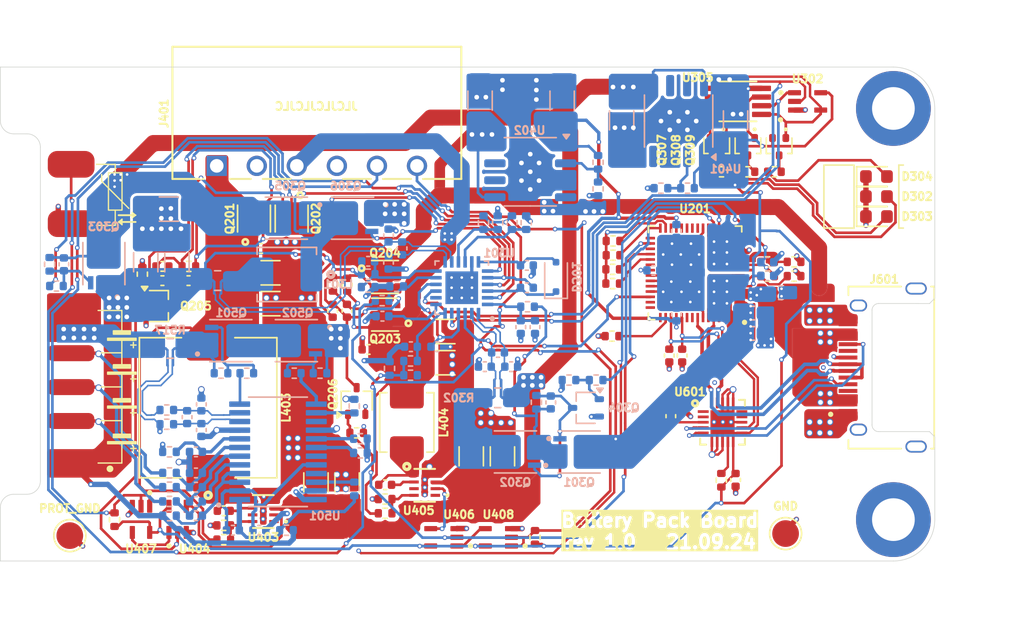
<source format=kicad_pcb>
(kicad_pcb (version 20240108) (generator "pcbnew") (generator_version "8.0")
  (title_block (title "Battery Pack Board") (date "2024-09-21") (rev "1.0") (company "WM"))
  (layers (0 "F.Cu" signal) (1 "In1.Cu" signal) (2 "In2.Cu" signal) (31 "B.Cu" signal) (34 "B.Paste" user) (35 "F.Paste" user) (36 "B.SilkS" user "B.Silkscreen") (37 "F.SilkS" user "F.Silkscreen") (38 "B.Mask" user) (39 "F.Mask" user) (44 "Edge.Cuts" user))
  (net 0 "")
  (net 1 "GND2")
  (net 2 "GND")
  (net 3 "LDO_1V8")
  (net 4 "LDO_3V3")
  (net 5 "PP_HV")
  (net 6 "PP_5V")
  (net 7 "+3V3")
  (net 8 "IC_C1_CC1")
  (net 9 "IC_C1_CC2")
  (net 10 "+12V")
  (net 11 "+5V")
  (net 12 "VSYS")
  (net 13 "SHELL_GND")
  (net 14 "IC_C1_USB_N")
  (net 15 "IC_C1_USB_P")
  (net 18 "IC_12V_EN")
  (net 19 "IC_5V_EN")
  (net 20 "Net-(Q304-G)")
  (net 21 "IC_VIN_EN")
  (net 23 "VBUS2")
  (net 25 "BMS_~{ACDRV}")
  (net 38 "EXT_12V_EN")
  (net 39 "EXT_5V_EN")
  (net 49 "/Power/U3SW")
  (net 50 "/Power/U3BST")
  (net 51 "/Power/U3FB")
  (net 52 "/Power/U3EN")
  (net 55 "/Power/U5SW")
  (net 56 "/Power/U5BST")
  (net 57 "/Power/U5FB")
  (net 58 "/Power/U5EN")
  (net 61 "/USB-C Controller/Battery Charger/U1AC_P")
  (net 62 "/USB-C Controller/Battery Charger/U1AC_N")
  (net 63 "/USB-C Controller/Battery Charger/U1SRP_N")
  (net 64 "/USB-C Controller/Battery Charger/U1SRP_P")
  (net 65 "SHELL_GND_0")
  (net 66 "SHELL_GND_1")
  (net 67 "SHELL_GND_2")
  (net 75 "/Power/U1FB")
  (net 76 "/Power/U2FB")
  (net 77 "Net-(Q307-G)")
  (net 78 "Net-(Q307-D)")
  (net 79 "Net-(Q308-G)")
  (net 80 "Net-(Q308-D)")
  (net 81 "Net-(Q309-D)")
  (net 82 "Net-(D302-A)")
  (net 83 "Net-(D303-A)")
  (net 84 "Net-(D304-A)")
  (net 85 "/USB-C Controller/Battery Charger/VBAT")
  (net 86 "/USB-C Controller/Battery Pack Protection/B1-B2")
  (net 87 "/USB-C Controller/Battery Pack Protection/B2-B3")
  (net 88 "/USB-C Controller/Battery Pack Protection/B3-B4")
  (net 89 "/USB-C Controller/GATE1")
  (net 90 "/USB-C Controller/S2S1")
  (net 91 "/USB-C Controller/GATE2")
  (net 92 "/USB-C Controller/S2S2")
  (net 93 "/USB-C Controller/Battery Charger/U3VCC")
  (net 94 "/USB-C Controller/Battery Charger/GATE3")
  (net 95 "/USB-C Controller/Battery Charger/S2S3")
  (net 96 "/USB-C Controller/Battery Charger/U1BATGATE")
  (net 97 "/USB-C Controller/Battery Charger/U1ACP")
  (net 98 "/USB-C Controller/Battery Charger/SW_BAT")
  (net 99 "/USB-C Controller/Battery Charger/U1BTST")
  (net 100 "/USB-C Controller/Battery Charger/U1REGN")
  (net 101 "/USB-C Controller/Battery Charger/U1VREF")
  (net 102 "/USB-C Controller/Battery Charger/SW_BAT_R")
  (net 103 "/USB-C Controller/Battery Charger/U1VFB")
  (net 104 "/USB-C Controller/Battery Charger/U1TTC")
  (net 105 "/USB-C Controller/Battery Charger/U1TS")
  (net 106 "/USB-C Controller/Battery Pack Protection/VDD")
  (net 107 "/USB-C Controller/Battery Pack Protection/AVDD")
  (net 108 "/USB-C Controller/Battery Pack Protection/VC3")
  (net 109 "/USB-C Controller/Battery Pack Protection/VC4")
  (net 110 "/USB-C Controller/Battery Pack Protection/VC2")
  (net 111 "/USB-C Controller/Battery Pack Protection/VC1")
  (net 112 "/USB-C Controller/Battery Pack Protection/SR_P")
  (net 113 "/USB-C Controller/Battery Pack Protection/SR_N")
  (net 114 "/USB-C Controller/Battery Pack Protection/VC0")
  (net 115 "/USB-C Controller/USB-C Connector/VBIAS")
  (net 116 "/USB-C Controller/USB-C Connector/C_CC1")
  (net 117 "/USB-C Controller/USB-C Connector/C_CC2")
  (net 118 "/USB-C Controller/Battery Charger/U1HIDRV")
  (net 119 "/USB-C Controller/Battery Charger/U1LODRV")
  (net 120 "/USB-C Controller/Battery Charger/CHRG_F")
  (net 121 "/USB-C Controller/Battery Pack Protection/DSG_G")
  (net 122 "/USB-C Controller/Battery Pack Protection/S2SP")
  (net 123 "/USB-C Controller/Battery Pack Protection/NPACK_N")
  (net 124 "/USB-C Controller/Battery Pack Protection/CHR_G")
  (net 125 "/USB-C Controller/IC_I2C2_SDA")
  (net 126 "/USB-C Controller/IC_I2C2_SCL")
  (net 127 "/USB-C Controller/IC_I2C1_SDA")
  (net 128 "/USB-C Controller/IC_I2C1_SCL")
  (net 129 "/USB-C Controller/IC_ADCIN2")
  (net 130 "/USB-C Controller/Battery Charger/U1BATDRV")
  (net 131 "/USB-C Controller/Battery Charger/U1ACSET")
  (net 132 "/USB-C Controller/Battery Charger/U1ISET2")
  (net 133 "/USB-C Controller/Battery Charger/U1ISET1")
  (net 134 "/USB-C Controller/Battery Charger/VREF")
  (net 135 "/USB-C Controller/Battery Charger/U1NTC")
  (net 136 "/USB-C Controller/Battery Pack Protection/PRES")
  (net 137 "/USB-C Controller/Battery Pack Protection/OCDP")
  (net 138 "/USB-C Controller/Battery Pack Protection/TS")
  (net 139 "/USB-C Controller/Battery Pack Protection/DSG")
  (net 140 "/USB-C Controller/Battery Pack Protection/CHG")
  (net 141 "/USB-C Controller/Battery Pack Protection/LD")
  (net 142 "/USB-C Controller/USB-C Connector/~{FLT}")
  (net 143 "/USB-C Controller/DRAIN1")
  (net 144 "/USB-C Controller/DRAIN2")
  (net 145 "/USB-C Controller/Battery Charger/U1STAT1")
  (net 146 "/USB-C Controller/Battery Charger/U1STAT2")
  (net 147 "/USB-C Controller/IC_ADCIN1")
  (net 148 "VBUS1")
  (net 149 "VBUS1_0")
  (net 150 "/USB-C Controller/HRESET")
  (net 151 "/USB-C Controller/Battery Pack Protection/NPACK_P")
  (net 152 "Net-(NT502-Pad1)")
  (net 153 "Net-(J401-Pin_6)")
  (net 154 "Net-(J401-Pin_5)")
  (footprint "Capacitor_SMD:C_0402_1005Metric" (layer "F.Cu") (at 117.096601 112.4966 180)
    (property "Reference" "C212" (hide yes))
    (property "Value" "100n" (hide yes))
  )
  (footprint "USBC20_12401948E412A:AMPHENOL_12401948E412A" (layer "F.Cu") (at 171.6 119.01 90)
    (property "Reference" "J601")
    (property "Value" "12401948E412A" (hide yes))
    (fp_line (start -4.3 -3.2998) (end 4.3 -3.3) (stroke (width 0.05)) (layer "Edge.Cuts"))
    (fp_line (start 4.8 -2.8) (end 4.798 1.01) (stroke (width 0.05)) (layer "Edge.Cuts"))
    (fp_line (start -4.798 1.0056) (end -4.8 -2.8) (stroke (width 0.05)) (layer "Edge.Cuts"))
    (fp_line (start -4.798 1.0056) (end -5.2 1.4) (stroke (width 0.05)) (layer "Edge.Cuts"))
    (fp_line (start 4.798 1.01) (end 5.198 1.4) (stroke (width 0.05)) (layer "Edge.Cuts"))
    (fp_arc (start 4.3 -3.3) (mid 4.653553 -3.153553) (end 4.8 -2.8) (stroke (width 0.05)) (layer "Edge.Cuts"))
    (fp_arc (start -4.8 -2.8) (mid -4.653553 -3.153553) (end -4.3 -3.3) (stroke (width 0.05)) (layer "Edge.Cuts"))
  )
  (footprint "SN74LVC2G32QDCURQ1:SN74LVC2G32QDCURQ1" (layer "F.Cu") (at 158.25 99.070899 180)
    (property "Reference" "U305")
    (property "Value" "SN74LVC2G32-Q1 ")
  )
  (footprint "Resistor_SMD:R_0402_1005Metric" (layer "F.Cu") (at 148.868902 111.650751)
    (property "Reference" "R203" (hide yes))
    (property "Value" "10k" (hide yes))
  )
  (footprint "Resistor_SMD:R_0402_1005Metric" (layer "F.Cu") (at 160.478701 112.15875 180)
    (property "Reference" "R207" (hide yes))
    (property "Value" "5.1k" (hide yes))
  )
  (footprint "Resistor_SMD:R_0402_1005Metric" (layer "F.Cu") (at 119.7356 131.899781)
    (property "Reference" "R407" (hide yes))
    (property "Value" "140k" (hide yes))
  )
  (footprint "74LVC1G02SE-7:SOT65P210X110-5N_SOT-353" (layer "F.Cu") (at 136.2202 131.7244 180)
    (property "Reference" "U406")
    (property "Value" "74LVC1G32QSE-7" (hide yes))
  )
  (footprint "Capacitor_SMD:C_1206_3216Metric" (layer "F.Cu") (at 126.6444 127.607799 90)
    (property "Reference" "C411" (hide yes))
    (property "Value" "10u" (hide yes))
  )
  (footprint "PMPB16EPX:PMPB16EPX" (layer "F.Cu") (at 131.817501 115.040798 180)
    (property "Reference" "Q203")
    (property "Value" "PMPB16EPX" (hide yes))
  )
  (footprint "TPD6S300ARUKR:WQFN20_RUK_TEX_TPD6S300ARUKR" (layer "F.Cu") (at 157.100501 123.10615)
    (property "Reference" "U601")
    (property "Value" "TPD6S300ARUKR" (hide yes))
  )
  (footprint "Capacitor_SMD:C_0402_1005Metric" (layer "F.Cu") (at 127.897311 114.757199 90)
    (property "Reference" "C217" (hide yes))
    (property "Value" "100n" (hide yes))
  )
  (footprint "Resistor_SMD:R_0402_1005Metric" (layer "F.Cu") (at 111.5568 130.4036 90)
    (property "Reference" "R405" (hide yes))
    (property "Value" "100k")
  )
  (footprint "Resistor_SMD:R_0402_1005Metric" (layer "F.Cu") (at 159.004 104.3432)
    (property "Reference" "R315" (hide yes))
    (property "Value" "1k" (hide yes))
  )
  (footprint "Capacitor_SMD:C_1206_3216Metric" (layer "F.Cu") (at 136.3472 118.647598)
    (property "Reference" "C422" (hide yes))
    (property "Value" "10u")
  )
  (footprint "436500600:436500600" (layer "F.Cu") (at 126.711181 99.5 180)
    (property "Reference" "J401")
    (property "Value" "Conn_01x06")
  )
  (footprint "PMPB16EPX:PMPB16EPX" (layer "F.Cu") (at 131.817501 112.221396)
    (property "Reference" "Q204")
    (property "Value" "PMPB16EPX" (hide yes))
  )
  (footprint "Resistor_SMD:R_0402_1005Metric" (layer "F.Cu") (at 143.0528 131.7244 90)
    (property "Reference" "R406" (hide yes))
    (property "Value" "100k")
  )
  (footprint "Package_TO_SOT_SMD:SOT-416" (layer "F.Cu") (at 159.004 102.4636 -90)
    (property "Reference" "Q308")
    (property "Value" "SSM3J36FS,LF")
  )
  (footprint "Resistor_SMD:R_0402_1005Metric" (layer "F.Cu") (at 148.8948 110.591601)
    (property "Reference" "R204" (hide yes))
    (property "Value" "10k" (hide yes))
  )
  (footprint "Resistor_SMD:R_0402_1005Metric" (layer "F.Cu") (at 117.122001 111.4298)
    (property "Reference" "R211" (hide yes))
    (property "Value" "100k" (hide yes))
  )
  (footprint "Capacitor_SMD:C_0402_1005Metric" (layer "F.Cu") (at 153.226902 122.64895 -90)
    (property "Reference" "C602" (hide yes))
    (property "Value" "100n" (hide yes))
  )
  (footprint "Capacitor_SMD:C_1206_3216Metric" (layer "F.Cu") (at 138.2776 125.657998 90)
    (property "Reference" "C417" (hide yes))
    (property "Value" "10u" (hide yes))
  )
  (footprint "TPS65988DHRSHR:TPS65988DHRSHR" (layer "F.Cu") (at 155.040101 111.91395 180)
    (property "Reference" "U201")
    (property "Value" "TPS65988DHRSHR" (hide yes))
  )
  (footprint "Capacitor_SMD:C_0402_1005Metric" (layer "F.Cu") (at 119.7356 129.741399 180)
    (property "Reference" "C413" (hide yes))
    (property "Value" "100n")
  )
  (footprint "BatPack_4S:BatPack_4S" (layer "F.Cu") (at 108.2929 116.0272 -90)
    (property "Reference" "BP501" (hide yes))
    (property "Value" "~")
  )
  (footprint "SRP4020TA:SRP4020TA" (layer "F.Cu") (at 133.4516 123.117999 90)
    (property "Reference" "L404")
    (property "Value" "6.8u")
  )
  (footprint "Resistor_SMD:R_0402_1005Metric" (layer "F.Cu") (at 131.826 128.858397 180)
    (property "Reference" "R410" (hide yes))
    (property "Value" "10k")
  )
  (footprint "TestPoint:TestPoint_Pad_D2.0mm" (layer "F.Cu") (at 108.204 131.5974)
    (property "Reference" "TP501" (hide yes))
    (property "Value" "PROT_GND")
  )
  (footprint "TestPoint:TestPoint_Pad_D2.0mm" (layer "F.Cu") (at 161.8234 131.445 180)
    (property "Reference" "TP202" (hide yes))
    (property "Value" "GND")
  )
  (footprint "MountingHole:MountingHole_3.2mm_M3_DIN965_Pad" (layer "F.Cu") (at 169.9 99.6)
    (property "Reference" "REF**" (hide yes))
    (property "Value" "MountingHole_3.2mm_M3_DIN965_Pad" (hide yes))
  )
  (footprint "Capacitor_SMD:C_0402_1005Metric" (layer "F.Cu") (at 115.140801 111.4298)
    (property "Reference" "C213" (hide yes))
    (property "Value" "100n" (hide yes))
  )
  (footprint "Capacitor_SMD:C_0402_1005Metric" (layer "F.Cu") (at 130.5814 117.6528 180)
    (property "Reference" "C420" (hide yes))
    (property "Value" "100n" (hide yes))
  )
  (footprint "MountingHole:MountingHole_3.2mm_M3_DIN965_Pad" (layer "F.Cu") (at 169.9 130.4)
    (property "Reference" "REF**" (hide yes))
    (property "Value" "MountingHole_3.2mm_M3_DIN965_Pad" (hide yes))
  )
  (footprint "Resistor_SMD:R_0402_1005Metric" (layer "F.Cu") (at 157.011502 127.449551 90)
    (property "Reference" "R601" (hide yes))
    (property "Value" "100k" (hide yes))
  )
  (footprint "TPS563300DRLR:SOT583_DRL" (layer "F.Cu") (at 122.698637 129.794 180)
    (property "Reference" "U403")
    (property "Value" "TPS563300DRLR" (hide yes))
  )
  (footprint "Capacitor_SMD:C_1206_3216Metric" (layer "F.Cu") (at 140.613599 125.657997 90)
    (property "Reference" "C418" (hide yes))
    (property "Value" "10u" (hide yes))
  )
  (footprint "NTC 103AT:NTC_103AT" (layer "F.Cu") (at 108.3056 106.0704 -90)
    (property "Reference" "TH301" (hide yes))
    (property "Value" "NTC 103AT")
  )
  (footprint "Capacitor_SMD:C_0402_1005Metric" (layer "F.Cu") (at 154.0764 118.11 -90)
    (property "Reference" "C211" (hide yes))
    (property "Value" "220p" (hide yes))
  )
  (footprint "PMPB16EPX:PMPB16EPX" (layer "F.Cu") (at 124.821198 107.848399 -90)
    (property "Reference" "Q202")
    (property "Value" "PMPB16EPX" (hide yes))
  )
  (footprint "Capacitor_SMD:C_0402_1005Metric" (layer "F.Cu") (at 131.826 127.791598 180)
    (property "Reference" "C419" (hide yes))
    (property "Value" "100n")
  )
  (footprint "74LVC1G02SE-7:SOT65P210X110-5N_SOT-353" (layer "F.Cu") (at 163.4744 99.070899)
    (property "Reference" "U302")
    (property "Value" "74AHC1G02" (hide yes))
  )
  (footprint "Resistor_SMD:R_0402_1005Metric" (layer "F.Cu") (at 148.820101 116.65455 180)
    (property "Reference" "R201" (hide yes))
    (property "Value" "0R" (hide yes))
  )
  (footprint "TPS563300DRLR:SOT583_DRL" (layer "F.Cu") (at 134.786574 127.831298 180)
    (property "Reference" "U405")
    (property "Value" "TPS563300DRLR" (hide yes))
  )
  (footprint "Capacitor_SMD:C_0402_1005Metric" (layer "F.Cu") (at 153.1112 118.11 -90)
    (property "Reference" "C210" (hide yes))
    (property "Value" "220p" (hide yes))
  )
  (footprint "Resistor_SMD:R_0402_1005Metric" (layer "F.Cu") (at 157.0228 104.3432)
    (property "Reference" "R322" (hide yes))
    (property "Value" "1k" (hide yes))
  )
  (footprint "Capacitor_SMD:C_0402_1005Metric" (layer "F.Cu") (at 128.964111 114.75403 -90)
    (property "Reference" "C216" (hide yes))
    (property "Value" "100n" (hide yes))
  )
  (footprint "Resistor_SMD:R_0402_1005Metric" (layer "F.Cu") (at 127.9144 112.776 90)
    (property "Reference" "R212" (hide yes))
    (property "Value" "100k" (hide yes))
  )
  (footprint "PMPB16EPX:PMPB16EPX" (layer "F.Cu") (at 122.001799 107.8484 90)
    (property "Reference" "Q201")
    (property "Value" "PMPB16EPX" (hide yes))
  )
  (footprint "Resistor_SMD:R_0402_1005Metric" (layer "F.Cu") (at 162.459901 111.09195)
    (property "Reference" "R210" (hide yes))
    (property "Value" "100k" (hide yes))
  )
  (footprint "Package_TO_SOT_SMD:SOT-323_SC-70" (layer "F.Cu") (at 129.6924 121.5136 90)
    (property "Reference" "Q206")
    (property "Value" "DMN63D8LW-7" (hide yes))
  )
  (footprint "Capacitor_SMD:C_0402_1005Metric" (layer "F.Cu") (at 128.9812 112.8014 90)
    (property "Reference" "C215" (hide yes))
    (property "Value" "100n" (hide yes))
  )
  (footprint "Capacitor_SMD:C_0402_1005Metric" (layer "F.Cu") (at 158.078302 127.424151 -90)
    (property "Reference" "C601" (hide yes))
    (property "Value" "1u" (hide yes))
  )
  (footprint "74LVC1G02SE-7:SOT65P210X110-5N_SOT-353" (layer "F.Cu") (at 116.2812 130.375781 90)
    (property "Reference" "U404")
    (property "Value" "74LVC1G32QSE-7" (hide yes))
  )
  (footprint "Resistor_SMD:R_0402_1005Metric" (layer "F.Cu") (at 148.868902 112.717551)
    (property "Reference" "R202" (hide yes))
    (property "Value" "10k" (hide yes))
  )
  (footprint "Resistor_SMD:R_0402_1005Metric" (layer "F.Cu") (at 148.8948 109.5248)
    (property "Reference" "R205" (hide yes))
    (property "Value" "10k" (hide yes))
  )
  (footprint "Capacitor_SMD:C_1206_3216Metric" (layer "F.Cu") (at 123.2408 111.912399)
    (property "Reference" "C416" (hide yes))
    (property "Value" "10u" (hide yes))
  )
  (footprint "Capacitor_SMD:C_1206_3216Metric" (layer "F.Cu") (at 136.3472 116.310795)
    (property "Reference" "C421" (hide yes))
    (property "Value" "10u")
  )
  (footprint "SLP3-150-250-F:SLP3-150-250-F" (layer "F.Cu") (at 168.63 106.2 180)
    (property "Reference" "REF**" (hide yes))
    (property "Value" "SLP3-150-250-F")
  )
  (footprint "Resistor_SMD:R_0402_1005Metric" (layer "F.Cu") (at 160.478701 111.09195)
    (property "Reference" "R209" (hide yes))
    (property "Value" "5.1k" (hide yes))
  )
  (footprint "Package_TO_SOT_SMD:SOT-323_SC-70" (layer "F.Cu") (at 114.8588 114.4016)
    (property "Reference" "Q205")
    (property "Value" "DMN63D8LW-7" (hide yes))
  )
  (footprint "Resistor_SMD:R_0402_1005Metric" (layer "F.Cu") (at 113.6396 112.014 -90)
    (property "Reference" "R213" (hide yes))
    (property "Value" "100k" (hide yes))
  )
  (footprint "Resistor_SMD:R_0402_1005Metric" (layer "F.Cu") (at 131.826 129.925198)
    (property "Reference" "R409" (hide yes))
    (property "Value" "52.5k")
  )
  (footprint "LED_SMD:LED_0603_1608Metric" (layer "F.Cu") (at 168.6306 104.6988)
    (property "Reference" "D304")
    (property "Value" "BLUE")
  )
  (footprint "Resistor_SMD:R_0402_1005Metric" (layer "F.Cu") (at 129.6924 123.9012 180)
    (property "Reference" "R214" (hide yes))
    (property "Value" "100k" (hide yes))
  )
  (footprint "74LVC1G02SE-7:SOT65P210X110-5N_SOT-353" (layer "F.Cu") (at 113.538 130.379601 -90)
    (property "Reference" "U407")
    (property "Value" "74AHC1G02")
  )
  (footprint "Capacitor_SMD:C_1206_3216Metric" (layer "F.Cu") (at 128.978399 127.607799 90)
    (property "Reference" "C412" (hide yes))
    (property "Value" "10u" (hide yes))
  )
  (footprint "Capacitor_SMD:C_0402_1005Metric" (layer "F.Cu") (at 122.5296 110.0836)
    (property "Reference" "C414" (hide yes))
    (property "Value" "100n" (hide yes))
  )
  (footprint "74LVC1G02SE-7:SOT65P210X110-5N_SOT-353" (layer "F.Cu") (at 140.3096 131.7244 180)
    (property "Reference" "U408")
    (property "Value" "74AHC1G02")
  )
  (footprint "Package_TO_SOT_SMD:SOT-416" (layer "F.Cu") (at 161.3408 102.4636 -90)
    (property "Reference" "Q309")
    (property "Value" "SSM3J36FS,LF")
  )
  (footprint "LED_SMD:LED_0603_1608Metric" (layer "F.Cu") (at 168.6306 107.696)
    (property "Reference" "D303")
    (property "Value" "GREEN")
  )
  (footprint "LED_SMD:LED_0603_1608Metric" (layer "F.Cu") (at 168.63 106.2)
    (property "Reference" "D302")
    (property "Value" "RED")
  )
  (footprint "Capacitor_SMD:C_1206_3216Metric" (layer "F.Cu") (at 123.2408 114.221382)
    (property "Reference" "C415" (hide yes))
    (property "Value" "10u")
  )
  (footprint "Capacitor_SMD:C_0402_1005Metric" (layer "F.Cu") (at 115.1408 112.4966)
    (property "Reference" "C214" (hide yes))
    (property "Value" "100n" (hide yes))
  )
  (footprint "Resistor_SMD:R_0402_1005Metric" (layer "F.Cu") (at 119.7356 130.83298 180)
    (property "Reference" "R408" (hide yes))
    (property "Value" "10k" (hide yes))
  )
  (footprint "Resistor_SMD:R_0402_1005Metric" (layer "F.Cu") (at 160.9852 104.3432)
    (property "Reference" "R317" (hide yes))
    (property "Value" "1k" (hide yes))
  )
  (footprint "SRR1050A:SRR1050A" (layer "F.Cu") (at 118.5672 122.0216 90)
    (property "Reference" "L403")
    (property "Value" "12u")
  )
  (footprint "Package_TO_SOT_SMD:SOT-416" (layer "F.Cu") (at 156.6672 102.4636 -90)
    (property "Reference" "Q307")
    (property "Value" "SSM3J36FS,LF")
  )
  (footprint "Resistor_SMD:R_0402_1005Metric" (layer "F.Cu") (at 162.459901 112.15875)
    (property "Reference" "R208" (hide yes))
    (property "Value" "100k" (hide yes))
  )
  (footprint "Capacitor_SMD:C_0402_1005Metric" (layer "B.Cu") (at 153.646101 115.02895 90)
    (property "Reference" "C205" (hide yes))
    (property "Value" "10u" (hide yes))
  )
  (footprint "BQ7791501PWR:SOP65P640X120-24N_BQ7791501PWR" (layer "B.Cu") (at 123.7996 125.3236)
    (property "Reference" "U501")
    (property "Value" "BQ7791501PWR" (hide yes))
  )
  (footprint "Resistor_SMD:R_0402_1005Metric" (layer "B.Cu") (at 107.2034 112.899399)
    (property "Reference" "R305" (hide yes))
    (property "Value" "1k" (hide yes))
  )
  (footprint "Resistor_SMD:R_0402_1005Metric" (layer "B.Cu") (at 115.6722 127.9702)
    (property "Reference" "R505" (hide yes))
    (property "Value" "33R" (hide yes))
  )
  (footprint "Capacitor_SMD:C_0402_1005Metric" (layer "B.Cu") (at 117.6528 125.3236)
    (property "Reference" "C510" (hide yes))
    (property "Value" "1u" (hide yes))
  )
  (footprint "Resistor_SMD:R_0402_1005Metric" (layer "B.Cu") (at 145.598699 119.945101 180)
    (property "Reference" "R307" (hide yes))
    (property "Value" "10k" (hide yes))
  )
  (footprint "Capacitor_SMD:C_0402_1005Metric" (layer "B.Cu") (at 135.737601 117.4496)
    (property "Reference" "C311" (hide yes))
    (property "Value" "1u" (hide yes))
  )
  (footprint "Capacitor_SMD:C_0402_1005Metric" (layer "B.Cu") (at 151.918901 111.72695)
    (property "Reference" "C201" (hide yes))
    (property "Value" "10u" (hide yes))
  )
  (footprint "NetTieMy:NetTie_2_0,2mm" (layer "B.Cu") (at 115.5192 118.2406 -90)
    (property "Reference" "NT501" (hide yes))
    (property "Value" "NPACK_P")
  )
  (footprint "Capacitor_SMD:C_0603_1608Metric" (layer "B.Cu") (at 161.4424 113.40335)
    (property "Reference" "C209" (hide yes))
    (property "Value" "1u")
  )
  (footprint "Capacitor_SMD:C_0402_1005Metric" (layer "B.Cu") (at 140.281601 117.876801)
    (property "Reference" "C305" (hide yes))
    (property "Value" "100n" (hide yes))
  )
  (footprint "Capacitor_SMD:C_1206_3216Metric" (layer "B.Cu") (at 158.0768 100.491999 90)
    (property "Reference" "C402" (hide yes))
    (property "Value" "10u")
  )
  (footprint "SIS412DN-T1-GE3:VISHAY_SIS468DN-T1-GE3_SIS412DN-T1-GE3" (layer "B.Cu") (at 125.1767 116.9924 180)
    (property "Reference" "Q502")
    (property "Value" "SI7611DN" (hide yes))
  )
  (footprint "Capacitor_SMD:C_0402_1005Metric" (layer "B.Cu") (at 144.232599 121.621501 -90)
    (property "Reference" "C303" (hide yes))
    (property "Value" "100n" (hide yes))
  )
  (footprint "NetTieMy:NetTie_2_0,2mm" (layer "B.Cu") (at 140.010199 119.9327 -90)
    (property "Reference" "NT301" (hide yes))
    (property "Value" "ACP_NT")
  )
  (footprint "Resistor_SMD:R_0402_1005Metric" (layer "B.Cu") (at 115.6722 130.1038)
    (property "Reference" "R502" (hide yes))
    (property "Value" "33R" (hide yes))
  )
  (footprint "Resistor_SMD:R_0402_1005Metric" (layer "B.Cu") (at 115.6696 125.3236)
    (property "Reference" "R511" (hide yes))
    (property "Value" "33R" (hide yes))
  )
  (footprint "Capacitor_SMD:C_0402_1005Metric" (layer "B.Cu") (at 133.096 110.0836 -90)
    (property "Reference" "C313" (hide yes))
    (property "Value" "100n" (hide yes))
  )
  (footprint "NetTieMy:NetTie_2_0,2mm" (layer "B.Cu") (at 140.5128 119.9327 -90)
    (property "Reference" "NT302" (hide yes))
    (property "Value" "ACN_NT")
  )
  (footprint "Resistor_SMD:R_0402_1005Metric" (layer "B.Cu") (at 140.2588 108.153199 90)
    (property "Reference" "R313" (hide yes))
    (property "Value" "10k" (hide yes))
  )
  (footprint "Capacitor_SMD:C_0402_1005Metric" (layer "B.Cu") (at 107.7622 111.273799 90)
    (property "Reference" "C304" (hide yes))
    (property "Value" "100n" (hide yes))
  )
  (footprint "Capacitor_SMD:C_0402_1005Metric" (layer "B.Cu") (at 143.052801 115.9764 90)
    (property "Reference" "C302" (hide yes))
    (property "Value" "1u" (hide yes))
  )
  (footprint "Resistor_SMD:R_0402_1005Metric" (layer "B.Cu") (at 130.556001 112.979199)
    (property "Reference" "R319" (hide yes))
    (property "Value" "100k" (hide yes))
  )
  (footprint "Resistor_SMD:R_0402_1005Metric" (layer "B.Cu") (at 131.601999 113.9952)
    (property "Reference" "R310" (hide yes))
    (property "Value" "100k" (hide yes))
  )
  (footprint "Capacitor_SMD:C_0402_1005Metric" (layer "B.Cu") (at 142.443201 111.3536 180)
    (property "Reference" "C308" (hide yes))
    (property "Value" "1u" (hide yes))
  )
  (footprint "Capacitor_SMD:C_0402_1005Metric" (layer "B.Cu") (at 131.6228 115.1636)
    (property "Reference" "C315" (hide yes))
    (property "Value" "32n" (hide yes))
  )
  (footprint "Resistor_SMD:R_0402_1005Metric" (layer "B.Cu") (at 119.5324 119.4308 180)
    (property "Reference" "R514" (hide yes))
    (property "Value" "1M" (hide yes))
  )
  (footprint "Capacitor_SMD:C_0402_1005Metric" (layer "B.Cu") (at 118.0592 121.7676 90)
    (property "Reference" "C509" (hide yes))
    (property "Value" "100n" (hide yes))
  )
  (footprint "NetTieMy:NetTie_2_0,2mm" (layer "B.Cu") (at 119.5324 113.4582 90)
    (property "Reference" "NT303" (hide yes))
    (property "Value" "SRP_P")
  )
  (footprint "Resistor_SMD:R_0402_1005Metric" (layer "B.Cu") (at 139.192 108.1532 -90)
    (property "Reference" "R309" (hide yes))
    (property "Value" "100k" (hide yes))
  )
  (footprint "Resistor_SMD:R_0402_1005Metric" (layer "B.Cu") (at 129.5152 121.8976 90)
    (property "Reference" "R516" (hide yes))
    (property "Value" "470k" (hide yes))
  )
  (footprint "Capacitor_SMD:C_0402_1005Metric" (layer "B.Cu") (at 130.556 111.0488 180)
    (property "Reference" "C314" (hide yes))
    (property "Value" "22p" (hide yes))
  )
  (footprint "Capacitor_SMD:C_0402_1005Metric" (layer "B.Cu") (at 132.08 111.1504 90)
    (property "Reference" "C312" (hide yes))
    (property "Value" "100n" (hide yes))
  )
  (footprint "Resistor_SMD:R_0402_1005Metric" (layer "B.Cu") (at 121.4628 119.4308)
    (property "Reference" "R509" (hide yes))
    (property "Value" "4.5k" (hide yes))
  )
  (footprint "Resistor_SMD:R_0402_1005Metric" (layer "B.Cu") (at 115.6722 126.9034)
    (property "Reference" "R508" (hide yes))
    (property "Value" "33R" (hide yes))
  )
  (footprint "Capacitor_SMD:C_0402_1005Metric" (layer "B.Cu") (at 118.0592 123.6868 -90)
    (property "Reference" "C508" (hide yes))
    (property "Value" "100n" (hide yes))
  )
  (footprint "Capacitor_SMD:C_1206_3216Metric" (layer "B.Cu") (at 116.230402 111.121401 -90)
    (property "Reference" "C310" (hide yes))
    (property "Value" "10u" (hide yes))
  )
  (footprint "Capacitor_SMD:C_0402_1005Metric" (layer "B.Cu") (at 122.4032 131.196)
    (property "Reference" "C503" (hide yes))
    (property "Value" "1u" (hide yes))
  )
  (footprint "Resistor_SMD:R_0402_1005Metric" (layer "B.Cu") (at 125.016801 119.4308 180)
    (property "Reference" "R510" (hide yes))
    (property "Value" "1k" (hide yes))
  )
  (footprint "SIS412DN-T1-GE3:VISHAY_SIS468DN-T1-GE3_SIS412DN-T1-GE3" (layer "B.Cu") (at 129.386302 107.819401 180)
    (property "Reference" "Q306")
    (property "Value" "SI7611DN" (hide yes))
  )
  (footprint "Capacitor_SMD:C_1206_3216Metric" (layer "B.Cu") (at 149.542399 100.492 -90)
    (property "Reference" "C401" (hide yes))
    (property "Value" "10u")
  )
  (footprint "Resistor_SMD:R_0402_1005Metric" (layer "B.Cu") (at 132.689601 112.9284 180)
    (property "Reference" "R314" (hide yes))
    (property "Value" "22k" (hide yes))
  )
  (footprint "Resistor_SMD:R_0402_1005Metric" (layer "B.Cu") (at 141.3256 108.1512 -90)
    (property "Reference" "R308" (hide yes))
    (property "Value" "100k" (hide yes))
  )
  (footprint "Resistor_SMD:R_0402_1005Metric" (layer "B.Cu") (at 142.494001 114.4524 180)
    (property "Reference" "R301" (hide yes))
    (property "Value" "10R" (hide yes))
  )
  (footprint "Resistor_SMD:R_0805_2012Metric" (layer "B.Cu") (at 115.7224 117.5764)
    (property "Reference" "R517")
    (property "Value" "10m" (hide yes))
  )
  (footprint "Resistor_SMD:R_0402_1005Metric" (layer "B.Cu") (at 129.9724 125.4048)
    (property "Reference" "R507" (hide yes))
    (property "Value" "10k" (hide yes))
  )
  (footprint "Resistor_SMD:R_0402_1005Metric" (layer "B.Cu") (at 115.4684 122.188199 180)
    (property "Reference" "R513" (hide yes))
    (property "Value" "100R" (hide yes))
  )
  (footprint "Resistor_SMD:R_0402_1005Metric" (layer "B.Cu") (at 147.7772 105.622 -90)
    (property "Reference" "R404" (hide yes))
    (property "Value" "10k")
  )
  (footprint "Capacitor_SMD:C_0402_1005Metric" (layer "B.Cu") (at 160.453301 112.13335)
    (property "Reference" "C208" (hide yes))
    (property "Value" "10u" (hide yes))
  )
  (footprint "Capacitor_SMD:C_1206_3216Metric" (layer "B.Cu") (at 113.893604 111.121401 -90)
    (property "Reference" "C309" (hide yes))
    (property "Value" "10u" (hide yes))
  )
  (footprint "NetTieMy:NetTie_2_0,2mm" (layer "B.Cu") (at 115.9256 118.2406 -90)
    (property "Reference" "NT502" (hide yes))
    (property "Value" "NPACK_N")
  )
  (footprint "Capacitor_SMD:C_1206_3216Metric" (layer "B.Cu") (at 145.0848 99.0092 90)
    (property "Reference" "C404" (hide yes))
    (property "Value" "10u")
  )
  (footprint "Resistor_SMD:R_0402_1005Metric" (layer "B.Cu") (at 133.728401 118.5164)
    (property "Reference" "R320" (hide yes))
    (property "Value" "100R" (hide yes))
  )
  (footprint "Resistor_SMD:R_0402_1005Metric" (layer "B.Cu") (at 106.695401 111.273799 -90)
    (property "Reference" "R304" (hide yes))
    (property "Value" "100k" (hide yes))
  )
  (footprint "Capacitor_SMD:C_0402_1005Metric" (layer "B.Cu") (at 117.6534 127.9702 180)
    (property "Reference" "C505" (hide yes))
    (property "Value" "1u" (hide yes))
  )
  (footprint "Resistor_SMD:R_0805_2012Metric" (layer "B.Cu") (at 119.278402 112.493001 180)
    (property "Reference" "R311" (hide yes))
    (property "Value" "10m" (hide yes))
  )
  (footprint "Resistor_SMD:R_0402_1005Metric" (layer "B.Cu") (at 143.1544 121.608801 90)
    (property "Reference" "R303" (hide yes))
    (property "Value" "100k" (hide yes))
  )
  (footprint "Resistor_SMD:R_0402_1005Metric" (layer "B.Cu") (at 129.5152 128.0972 -90)
    (property "Reference" "R503" (hide yes))
    (property "Value" "10k" (hide yes))
  )
  (footprint "Capacitor_SMD:C_0402_1005Metric" (layer "B.Cu") (at 142.4432 113.03 180)
    (property "Reference" "C307" (hide yes))
    (property "Value" "100n" (hide yes))
  )
  (footprint "Capacitor_SMD:C_0402_1005Metric" (layer "B.Cu") (at 153.646101 108.78055 -90)
    (property "Reference" "C206" (hide yes))
    (property "Value" "10u" (hide yes))
  )
  (footprint "SI7611DN-T1-GE3:VISHAY_SIS468DN-T1-GE3_SI7611DN-T1-GE3" (layer "B.Cu") (at 110.757401 111.222999 90)
    (property "Reference" "Q303")
    (property "Value" "SI7611DN" (hide yes))
  )
  (footprint "Resistor_SMD:R_0805_2012Metric" (layer "B.Cu") (at 140.258799 121.2753)
    (property "Reference" "R302")
    (property "Value" "10m" (hide yes))
  )
  (footprint "Resistor_SMD:R_0402_1005Metric" (layer "B.Cu") (at 133.728401 119.5832 180)
    (property "Reference" "R318" (hide yes))
    (property "Value" "430k" (hide yes))
  )
  (footprint "Capacitor_SMD:C_1206_3216Metric" (layer "B.Cu") (at 138.938 99.0092 90)
    (property "Reference" "C403" (hide yes))
    (property "Value" "10u")
  )
  (footprint "Package_SO:HTSOP-8-1EP_3.9x4.9mm_P1.27mm_EP2.4x3.2mm" (layer "B.Cu") (at 153.809599 100.5428 90)
    (property "Reference" "U401")
    (property "Value" "BD00FC0WEFJ")
  )
  (footprint "Resistor_SMD:R_0402_1005Metric" (layer "B.Cu") (at 147.630699 119.945101)
    (property "Reference" "R306" (hide yes))
    (property "Value" "1k" (hide yes))
  )
  (footprint "Package_TO_SOT_SMD:SOT-323_SC-70" (layer "B.Cu") (at 146.868699 122.028801 180)
    (property "Reference" "Q304")
    (property "Value" "DMN63D8LW-7" (hide yes))
  )
  (footprint "Capacitor_SMD:C_0603_1608Metric" (layer "B.Cu") (at 159.3357 116.45135)
    (property "Reference" "C203" (hide yes))
    (property "Value" "22u")
  )
  (footprint "Capacitor_SMD:C_0402_1005Metric" (layer "B.Cu") (at 141.986001 115.9764 90)
    (property "Reference" "C318" (hide yes))
    (property "Value" "100n")
  )
  (footprint "Resistor_SMD:R_0402_1005Metric" (layer "B.Cu") (at 152.486801 105.572 180)
    (property "Reference" "R402" (hide yes))
    (property "Value" "10k")
  )
  (footprint "SI7611DN-T1-GE3:VISHAY_SIS468DN-T1-GE3_SI7611DN-T1-GE3" (layer "B.Cu") (at 146.355199 125.335401)
    (property "Reference" "Q301")
    (property "Value" "SI7611DN" (hide yes))
  )
  (footprint "Diode_SMD:D_SOD-323F" (layer "B.Cu") (at 144.6276 112.2172 90)
    (property "Reference" "D301")
    (property "Value" "BAT54" (hide yes))
  )
  (footprint "Capacitor_SMD:C_0402_1005Metric" (layer "B.Cu") (at 141.269599 118.943601 180)
    (property "Reference" "C317" (hide yes))
    (property "Value" "100n")
  )
  (footprint "Capacitor_SMD:C_0402_1005Metric" (layer "B.Cu") (at 139.293599 118.943601)
    (property "Reference" "C306" (hide yes))
    (property "Value" "100n" (hide yes))
  )
  (footprint "NetTieMy:NetTie_2_0,2mm" (layer "B.Cu") (at 119.0244 113.4582 90)
    (property "Reference" "NT304" (hide yes))
    (property "Value" "SRP_N")
  )
  (footprint "SRP4020TA:SRP4020TA" (layer "B.Cu") (at 124.460002 112.035801 180)
    (property "Reference" "L301")
    (property "Value" "6.8u")
  )
  (footprint "Resistor_SMD:R_0402_1005Metric" (layer "B.Cu") (at 154.476801 105.572 180)
    (property "Reference" "R401" (hide yes))
    (property "Value" "?")
  )
  (footprint "SIS412DN-T1-GE3:VISHAY_SIS468DN-T1-GE3_SIS412DN-T1-GE3" (layer "B.Cu") (at 120.2684 116.9924)
    (property "Reference" "Q501")
    (property "Value" "SI7611DN" (hide yes))
  )
  (footprint "Resistor_SMD:R_0402_1005Metric" (layer "B.Cu") (at 124.4352 131.196)
    (property "Reference" "R501" (hide yes))
    (property "Value" "1k" (hide yes))
  )
  (footprint "Resistor_SMD:R_0402_1005Metric" (layer "B.Cu") (at 147.7772 103.632 -90)
    (property "Reference" "R403" (hide yes))
    (property "Value" "56.7k")
  )
  (footprint "Capacitor_SMD:C_1206_3216Metric" (layer "B.Cu") (at 115.6208 107.1372)
    (property "Reference" "C301" (hide yes))
    (property "Value" "10u" (hide yes))
  )
  (footprint "Package_SO:HTSOP-8-1EP_3.9x4.9mm_P1.27mm_EP2.4x3.2mm" (layer "B.Cu") (at 142.6972 104.3432 180)
    (property "Reference" "U402")
    (property "Value" "BD00FC0WEFJ")
  )
  (footprint "SIS412DN-T1-GE3:VISHAY_SIS468DN-T1-GE3_SIS412DN-T1-GE3" (layer "B.Cu") (at 124.428103 107.8194 180)
    (property "Reference" "Q305")
    (property "Value" "SI7611DN" (hide yes))
  )
  (footprint "Capacitor_SMD:C_0402_1005Metric" (layer "B.Cu") (at 117.6534 126.9034 180)
    (property "Reference" "C506" (hide yes))
    (property "Value" "1u" (hide yes))
  )
  (footprint "Resistor_SMD:R_0402_1005Metric" (layer "B.Cu") (at 115.6722 129.037)
    (property "Reference" "R504" (hide yes))
    (property "Value" "33R" (hide yes))
  )
  (footprint "Resistor_SMD:R_0402_1005Metric" (layer "B.Cu") (at 130.556 112.014)
    (property "Reference" "R316" (hide yes))
    (property "Value" "680k" (hide yes))
  )
  (footprint "Capacitor_SMD:C_0603_1608Metric" (layer "B.Cu") (at 159.335701 114.92735)
    (property "Reference" "C204" (hide yes))
    (property "Value" "22u")
  )
  (footprint "Resistor_SMD:R_0402_1005Metric" (layer "B.Cu") (at 129.9724 124.337999 180)
    (property "Reference" "R506" (hide yes))
    (property "Value" "750k" (hide yes))
  )
  (footprint "Resistor_SMD:R_0402_1005Metric" (layer "B.Cu") (at 132.153601 119.075199 90)
    (property "Reference" "R321" (hide yes))
    (property "Value" "9.31k" (hide yes))
  )
  (footprint "Resistor_SMD:R_0402_1005Metric" (layer "B.Cu") (at 142.392401 108.1532 90)
    (property "Reference" "R312" (hide yes))
    (property "Value" "22k" (hide yes))
  )
  (footprint "Capacitor_SMD:C_0402_1005Metric" (layer "B.Cu") (at 132.08 109.1184 -90)
    (property "Reference" "C319" (hide yes))
    (property "Value" "100n")
  )
  (footprint "Resistor_SMD:R_0402_1005Metric" (layer "B.Cu") (at 126.9492 119.4308)
    (property "Reference" "R515" (hide yes))
    (property "Value" "1M" (hide yes))
  )
  (footprint "Capacitor_SMD:C_0402_1005Metric" (layer "B.Cu") (at 160.453301 111.11735)
    (property "Reference" "C202" (hide yes))
    (property "Value" "10u" (hide yes))
  )
  (footprint "Capacitor_SMD:C_0402_1005Metric" (layer "B.Cu") (at 120.422 131.196 180)
    (property "Reference" "C501" (hide yes))
    (property "Value" "1u" (hide yes))
  )
  (footprint "Capacitor_SMD:C_0402_1005Metric" (layer "B.Cu") (at 117.6534 130.1038 180)
    (property "Reference" "C502" (hide yes))
    (property "Value" "1u" (hide yes))
  )
  (footprint "SI7611DN-T1-GE3:VISHAY_SIS468DN-T1-GE3_SI7611DN-T1-GE3" (layer "B.Cu") (at 141.585498 125.329901 180)
    (property "Reference" "Q302")
    (property "Value" "SI7611DN" (hide yes))
  )
  (footprint "Resistor_SMD:R_0402_1005Metric" (layer "B.Cu") (at 115.4684 123.254999 180)
    (property "Reference" "R512" (hide yes))
    (property "Value" "100R" (hide yes))
  )
  (footprint "Capacitor_SMD:C_0402_1005Metric" (layer "B.Cu") (at 116.9924 122.721599 90)
    (property "Reference" "C507" (hide yes))
    (property "Value" "100n" (hide yes))
  )
  (footprint "BQ24610RGET:QFN50P400X400X100-25N" (layer "B.Cu") (at 137.566401 113.03 90)
    (property "Reference" "U301")
    (property "Value" "BQ24610RGET" (hide yes))
  )
  (footprint "Capacitor_SMD:C_0402_1005Metric" (layer "B.Cu") (at 117.6508 129.037 180)
    (property "Reference" "C504" (hide yes))
    (property "Value" "1u" (hide yes))
  )
  (footprint "Capacitor_SMD:C_0402_1005Metric" (layer "B.Cu") (at 133.756401 117.4496)
    (property "Reference" "C316" (hide yes))
    (property "Value" "100n" (hide yes))
  )
  (gr_line (start 103 129.5) (end 103 133.5) (stroke (width 0.05)) (layer "Edge.Cuts"))
  (gr_line (start 173 99.6) (end 173 113.81) (stroke (width 0.05)) (layer "Edge.Cuts"))
  (gr_arc (start 169.9 96.5) (mid 172.092031 97.407969) (end 173 99.6) (stroke (width 0.05)) (layer "Edge.Cuts"))
  (gr_line (start 105 128.5) (end 104 128.5) (stroke (width 0.05)) (layer "Edge.Cuts"))
  (gr_arc (start 104 101.5) (mid 103.292893 101.207107) (end 103 100.5) (stroke (width 0.05)) (layer "Edge.Cuts"))
  (gr_line (start 104 101.5) (end 105 101.5) (stroke (width 0.05)) (layer "Edge.Cuts"))
  (gr_arc (start 106 127.5) (mid 105.707107 128.207107) (end 105 128.5) (stroke (width 0.05)) (layer "Edge.Cuts"))
  (gr_line (start 106 102.5) (end 106 127.5) (stroke (width 0.05)) (layer "Edge.Cuts"))
  (gr_arc (start 103 129.5) (mid 103.292893 128.792893) (end 104 128.5) (stroke (width 0.05)) (layer "Edge.Cuts"))
  (gr_line (start 173 130.4) (end 173 124.21) (stroke (width 0.05)) (layer "Edge.Cuts"))
  (gr_arc (start 173 130.4) (mid 172.092031 132.592031) (end 169.9 133.5) (stroke (width 0.05)) (layer "Edge.Cuts"))
  (gr_line (start 103 133.5) (end 169.9 133.5) (stroke (width 0.05)) (layer "Edge.Cuts"))
  (gr_line (start 169.9 96.5) (end 103 96.5) (stroke (width 0.05)) (layer "Edge.Cuts"))
  (gr_line (start 103 96.5) (end 103 100.5) (stroke (width 0.05)) (layer "Edge.Cuts"))
  (gr_arc (start 105 101.5) (mid 105.707107 101.792893) (end 106 102.5) (stroke (width 0.05)) (layer "Edge.Cuts"))
  (gr_text "JLCJLCJLCJLC" (at 126.6698 99.441 0) (layer "F.SilkS") (effects (font (size 0.6 0.6) (thickness 0.15) (bold yes)) (justify mirror)))
  (gr_text "Battery Pack Board\nrev 1.0   21.09.24" (at 152.4 131.2672 0) (layer "F.SilkS" knockout) (effects (font (size 1 1) (thickness 0.25) (bold yes))))
  (segment (start 108.3818 131.5974) (end 109.1692 132.3848) (width 0.4) (layer "F.Cu") (net 1))
  (segment (start 108.204 131.5974) (end 108.3818 131.5974) (width 0.4) (layer "F.Cu") (net 1))
  (via (at 130.4798 125.9332) (size 0.35) (drill 0.2) (layers "F.Cu" "B.Cu") (net 1))
  (via (at 125.1458 128.3208) (size 0.35) (drill 0.2) (layers "F.Cu" "B.Cu") (net 1))
  (via (at 128.1938 123.571) (size 0.5) (drill 0.35) (layers "F.Cu" "B.Cu") (net 1))
  (via (at 110.0328 116.1288) (size 0.5) (drill 0.35) (layers "F.Cu" "B.Cu") (net 1))
  (via (at 108.5088 116.1288) (size 0.5) (drill 0.35) (layers "F.Cu" "B.Cu") (net 1))
  (via (at 124.4854 129.9464) (size 0.35) (drill 0.2) (layers "F.Cu" "B.Cu") (net 1))
  (via (at 109.2708 116.7892) (size 0.5) (drill 0.35) (layers "F.Cu" "B.Cu") (net 1))
  (via (at 115.1636 124.7648) (size 0.35) (drill 0.2) (layers "F.Cu" "B.Cu") (net 1))
  (via (at 108.5088 116.7892) (size 0.5) (drill 0.35) (layers "F.Cu" "B.Cu") (net 1))
  (via (at 110.0328 116.7892) (size 0.5) (drill 0.35) (layers "F.Cu" "B.Cu") (net 1))
  (via (at 118.0592 120.65) (size 0.5) (drill 0.35) (layers "F.Cu" "B.Cu") (net 1))
  (via (at 116.3828 126.0856) (size 0.5) (drill 0.35) (layers "F.Cu" "B.Cu") (net 1))
  (via (at 109.2708 116.1288) (size 0.5) (drill 0.35) (layers "F.Cu" "B.Cu") (net 1))
  (via (at 109.1692 132.3848) (size 0.35) (drill 0.2) (layers "F.Cu" "B.Cu") (net 1))
  (via (at 107.7468 116.7892) (size 0.5) (drill 0.35) (layers "F.Cu" "B.Cu") (net 1))
  (via (at 125.603 128.143) (size 0.35) (drill 0.2) (layers "F.Cu" "B.Cu") (net 1))
  (via (at 107.7468 116.1288) (size 0.5) (drill 0.35) (layers "F.Cu" "B.Cu") (net 1))
  (via (at 119.21069 123.6986) (size 0.5) (drill 0.35) (layers "F.Cu" "B.Cu") (net 1))
  (segment (start 115.159601 124.768799) (end 115.1636 124.7648) (width 0.4) (layer "B.Cu") (net 1))
  (segment (start 124.4854 129.9464) (end 124.1328 129.9464) (width 0.4) (layer "B.Cu") (net 1))
  (segment (start 125.7236 128.8986) (end 125.1458 128.3208) (width 0.4) (layer "B.Cu") (net 1))
  (segment (start 119.21069 123.6986) (end 118.74249 124.1668) (width 0.4) (layer "B.Cu") (net 1))
  (segment (start 124.1328 129.9464) (end 122.8832 131.196) (width 0.4) (layer "B.Cu") (net 1))
  (segment (start 117.1728 126.9028) (end 117.1728 125.3236) (width 0.4) (layer "B.Cu") (net 1))
  (segment (start 116.3828 126.0856) (end 117.1728 126.0856) (width 0.4) (layer "B.Cu") (net 1))
  (segment (start 128.1938 123.571) (end 128.0662 123.6986) (width 0.4) (layer "B.Cu") (net 1))
  (segment (start 115.392 117.5764) (end 114.8099 117.5764) (width 0.18) (layer "B.Cu") (net 1))
  (segment (start 117.1734 126.9034) (end 117.1728 126.9028) (width 0.4) (layer "B.Cu") (net 1))
  (segment (start 120.9296 123.6986) (end 119.21069 123.6986) (width 0.4) (layer "B.Cu") (net 1))
  (segment (start 117.1734 126.593401) (end 117.1734 126.9034) (width 0.4) (layer "B.Cu") (net 1))
  (segment (start 115.5192 117.7036) (end 115.392 117.5764) (width 0.18) (layer "B.Cu") (net 1))
  (segment (start 115.159601 125.3236) (end 115.159601 124.768799) (width 0.4) (layer "B.Cu") (net 1))
  (segment (start 130.482399 125.930601) (end 130.482399 124.337999) (width 0.4) (layer "B.Cu") (net 1))
  (segment (start 125.7086 128.2486) (end 125.603 128.143) (width 0.4) (layer "B.Cu") (net 1))
  (segment (start 130.4798 125.9332) (end 130.482399 125.930601) (width 0.4) (layer "B.Cu") (net 1))
  (segment (start 126.6696 128.8986) (end 125.7236 128.8986) (width 0.4) (layer "B.Cu") (net 1))
  (segment (start 128.0662 123.6986) (end 126.6696 123.6986) (width 0.4) (layer "B.Cu") (net 1))
  (segment (start 118.0592 121.2876) (end 118.0592 120.65) (width 0.4) (layer "B.Cu") (net 1))
  (segment (start 115.5192 118.2406) (end 115.5192 117.7036) (width 0.18) (layer "B.Cu") (net 1))
  (segment (start 118.74249 124.1668) (end 118.0592 124.1668) (width 0.4) (layer "B.Cu") (net 1))
  (segment (start 126.6696 128.2486) (end 125.7086 128.2486) (width 0.4) (layer "B.Cu") (net 1))
  (segment (start 157.900502 121.65835) (end 157.900502 120.664102) (width 0.18) (layer "F.Cu") (net 2))
  (segment (start 154.2034 122.174) (end 153.231952 122.174) (width 0.4) (layer "F.Cu") (net 2))
  (segment (start 152.50325 112.11395) (end 153.3144 111.3028) (width 0.18) (layer "F.Cu") (net 2))
  (segment (start 130.3424 122.5136) (end 130.3424 121.9304) (width 0.2) (layer "F.Cu") (net 2))
  (segment (start 153.1112 118.59) (end 153.1112 119.126) (width 0.4) (layer "F.Cu") (net 2))
  (segment (start 141.2896 131.0744) (end 142.0772 131.0744) (width 0.4) (layer "F.Cu") (net 2))
  (segment (start 157.48 120.65) (end 157.8864 120.65) (width 0.18) (layer "F.Cu") (net 2))
  (segment (start 157.259806 120.872134) (end 157.259806 120.870194) (width 0.18) (layer "F.Cu") (net 2))
  (segment (start 162.56 111.76) (end 162.57115 111.76) (width 0.4) (layer "F.Cu") (net 2))
  (segment (start 156.3005 125.5157) (end 156.3116 125.5268) (width 0.18) (layer "F.Cu") (net 2))
  (segment (start 130.2258 123.4186) (end 130.2258 123.877799) (width 0.2) (layer "F.Cu") (net 2))
  (segment (start 152.922451 112.91395) (end 153.2636 112.572801) (width 0.18) (layer "F.Cu") (net 2))
  (segment (start 159.039991 98.095899) (end 159.017945 98.117945) (width 0.4) (layer "F.Cu") (net 2))
  (segment (start 148.310102 116.65455) (end 147.79495 116.65455) (width 0.4) (layer "F.Cu") (net 2))
  (segment (start 118.719601 130.83298) (end 118.7196 130.832981) (width 0.4) (layer "F.Cu") (net 2))
  (segment (start 147.79495 116.65455) (end 147.7772 116.6368) (width 0.4) (layer "F.Cu") (net 2))
  (segment (start 112.888 129.7328) (end 112.5728 130.048) (width 0.4) (layer "F.Cu") (net 2))
  (segment (start 107.3404 108.2294) (end 107.3404 106.934) (width 0.4) (layer "F.Cu") (net 2))
  (segment (start 116.9312 131.355781) (end 117.44142 131.355781) (width 0.4) (layer "F.Cu") (net 2))
  (segment (start 151.690101 113.31395) (end 152.63315 113.31395) (width 0.18) (layer "F.Cu") (net 2))
  (segment (start 157.900502 121.65835) (end 157.900502 122.921898) (width 0.18) (layer "F.Cu") (net 2))
  (segment (start 162.57115 111.76) (end 162.9699 112.15875) (width 0.4) (layer "F.Cu") (net 2))
  (segment (start 156.3005 124.55395) (end 156.3005 125.5157) (width 0.18) (layer "F.Cu") (net 2))
  (segment (start 156.700502 124.55395) (end 156.700502 123.506149) (width 0.18) (layer "F.Cu") (net 2))
  (segment (start 157.100501 121.65835) (end 157.100501 123.064501) (width 0.18) (layer "F.Cu") (net 2))
  (segment (start 160.02 98.095899) (end 159.039991 98.095899) (width 0.4) (layer "F.Cu") (net 2))
  (segment (start 157.5005 121.658351) (end 157.5005 122.706151) (width 0.18) (layer "F.Cu") (net 2))
  (segment (start 157.900502 122.921898) (end 157.734 123.0884) (width 0.18) (layer "F.Cu") (net 2))
  (segment (start 161.8234 131.445) (end 161.8234 131.191) (width 0.4) (layer "F.Cu") (net 2))
  (segment (start 155.640101 114.813254) (end 154.923647 114.0968) (width 0.18) (layer "F.Cu") (net 2))
  (segment (start 108.3056 108.2294) (end 107.3404 108.2294) (width 0.4) (layer "F.Cu") (net 2))
  (segment (start 137.2106 131.064) (end 137.2002 131.0744) (width 0.4) (layer "F.Cu") (net 2))
  (segment (start 154.7114 122.682) (end 154.2034 122.174) (width 0.4) (layer "F.Cu") (net 2))
  (segment (start 130.1014 117.6528) (end 130.1014 116.8374) (width 0.4) (layer "F.Cu") (net 2))
  (segment (start 142.0772 131.0744) (end 142.0876 131.064) (width 0.4) (layer "F.Cu") (net 2))
  (segment (start 158.148302 123.917151) (end 157.9151 123.917151) (width 0.18) (layer "F.Cu") (net 2))
  (segment (start 154.826051 109.728) (end 154.7368 109.728) (width 0.18) (layer "F.Cu") (net 2))
  (segment (start 130.8608 128.858397) (end 131.316001 128.858397) (width 0.4) (layer "F.Cu") (net 2))
  (segment (start 156.700502 124.55395) (end 156.700502 125.137898) (width 0.18) (layer "F.Cu") (net 2))
  (segment (start 153.231952 122.174) (end 153.226902 122.16895) (width 0.4) (layer "F.Cu") (net 2))
  (segment (start 162.6616 110.78365) (end 162.9699 111.09195) (width 0.4) (layer "F.Cu") (net 2))
  (segment (start 157.100501 124.55395) (end 157.100501 123.10615) (width 0.18) (layer "F.Cu") (net 2))
  (segment (start 113.919 115.111801) (end 113.858799 115.0516) (width 0.4) (layer "F.Cu") (net 2))
  (segment (start 155.640101 108.56395) (end 155.640101 108.91395) (width 0.18) (layer "F.Cu") (net 2))
  (segment (start 157.5005 121.0359) (end 157.8864 120.65) (width 0.18) (layer "F.Cu") (net 2))
  (segment (start 113.919 115.8748) (end 113.919 115.111801) (width 0.4) (layer "F.Cu") (net 2))
  (segment (start 157.100501 125.195099) (end 156.7688 125.5268) (width 0.18) (layer "F.Cu") (net 2))
  (segment (start 130.3424 121.9304) (end 130.3528 121.92) (width 0.2) (layer "F.Cu") (net 2))
  (segment (start 157.100501 123.517149) (end 156.700502 123.11715) (width 0.18) (layer "F.Cu") (net 2))
  (segment (start 157.10665 123.10615) (end 157.100501 123.10615) (width 0.18) (layer "F.Cu") (net 2))
  (segment (start 113.6396 111.504001) (end 113.6396 110.998) (width 0.4) (layer "F.Cu") (net 2))
  (segment (start 162.6616 110.6424) (end 162.6616 110.78365) (width 0.4) (layer "F.Cu") (net 2))
  (segment (start 163.279101 99.720899) (end 163.3 99.7) (width 0.4) (layer "F.Cu") (net 2))
  (segment (start 157.100501 123.064501) (end 157.1244 123.0884) (width 0.18) (layer "F.Cu") (net 2))
  (segment (start 158.390101 110.31395) (end 158.98605 110.31395) (width 0.4) (layer "F.Cu") (net 2))
  (segment (start 167.8431 108.3569) (end 167.8431 107.696) (width 0.4) (layer "F.Cu") (net 2))
  (segment (start 155.640101 108.91395) (end 154.826051 109.728) (width 0.18) (layer "F.Cu") (net 2))
  (segment (start 153.204749 112.51395) (end 153.2636 112.572801) (width 0.18) (layer "F.Cu") (net 2))
  (segment (start 152.63315 113.31395) (end 152.654 113.3348) (width 0.18) (layer "F.Cu") (net 2))
  (segment (start 155.640101 115.26395) (end 155.640101 114.813254) (width 0.18) (layer "F.Cu") (net 2))
  (segment (start 161.8234 131.191) (end 162.6362 130.3782) (width 0.4) (layer "F.Cu") (net 2))
  (segment (start 154.0764 118.59) (end 154.0764 119.126) (width 0.4) (layer "F.Cu") (net 2))
  (segment (start 157.900502 120.664102) (end 157.8864 120.65) (width 0.18) (layer "F.Cu") (net 2))
  (segment (start 112.888 129.399601) (end 112.888 129.7328) (width 0.4) (layer "F.Cu") (net 2))
  (segment (start 119.225601 130.83298) (end 118.719601 130.83298) (width 0.4) (layer "F.Cu") (net 2))
  (segment (start 157.5005 121.65835) (end 157.5005 121.0359) (width 0.18) (layer "F.Cu") (net 2))
  (segment (start 156.700502 125.137898) (end 156.3116 125.5268) (width 0.18) (layer "F.Cu") (net 2))
  (segment (start 158.98605 110.31395) (end 159.1 110.2) (width 0.4) (layer "F.Cu") (net 2))
  (segment (start 156.300503 122.717151) (end 156.464 122.880648) (width 0.18) (layer "F.Cu") (net 2))
  (segment (start 156.671752 123.0884) (end 156.700502 123.11715) (width 0.18) (layer "F.Cu") (net 2))
  (segment (start 151.690101 112.91395) (end 152.922451 112.91395) (width 0.18) (layer "F.Cu") (net 2))
  (segment (start 151.690101 112.51395) (end 153.204749 112.51395) (width 0.18) (layer "F.Cu") (net 2))
  (segment (start 157.100501 124.55395) (end 157.100501 125.195099) (width 0.18) (layer "F.Cu") (net 2))
  (segment (start 158.548301 123.106151) (end 157.734 123.0884) (width 0.18) (layer "F.Cu") (net 2))
  (segment (start 157.100501 121.65835) (end 157.100501 121.031439) (width 0.18) (layer "F.Cu") (net 2))
  (segment (start 162.4944 99.720899) (end 163.279101 99.720899) (width 0.4) (layer "F.Cu") (net 2))
  (segment (start 156.7688 125.5268) (end 156.3116 125.5268) (width 0.18) (layer "F.Cu") (net 2))
  (segment (start 151.690101 112.11395) (end 152.50325 112.11395) (width 0.18) (layer "F.Cu") (net 2))
  (segment (start 157.1244 123.0884) (end 157.10665 123.10615) (width 0.18) (layer "F.Cu") (net 2))
  (segment (start 157.100501 121.031439) (end 157.259806 120.872134) (width 0.18) (layer "F.Cu") (net 2))
  (segment (start 157.734 123.0884) (end 157.1244 123.0884) (width 0.18) (layer "F.Cu") (net 2))
  (segment (start 130.2258 123.877799) (end 130.202399 123.9012) (width 0.2) (layer "F.Cu") (net 2))
  (segment (start 117.44142 131.355781) (end 117.47742 131.391781) (width 0.4) (layer "F.Cu") (net 2))
  (segment (start 167.8431 104.6988) (end 167.8431 107.696) (width 0.4) (layer "F.Cu") (net 2))
  (segment (start 156.464 122.880648) (end 156.464 123.0884) (width 0.18) (layer "F.Cu") (net 2))
  (segment (start 137.922 131.064) (end 137.2106 131.064) (width 0.4) (layer "F.Cu") (net 2))
  (segment (start 158.078302 127.904151) (end 158.078302 128.411102) (width 0.4) (layer "F.Cu") (net 2))
  (segment (start 158.078302 128.411102) (end 158.0896 128.4224) (width 0.4) (layer "F.Cu") (net 2))
  (segment (start 130.1014 116.8374) (end 130.1496 116.7892) (width 0.4) (layer "F.Cu") (net 2))
  (segment (start 157.259806 120.870194) (end 157.48 120.65) (width 0.18) (layer "F.Cu") (net 2))
  (segment (start 156.464 123.0884) (end 156.671752 123.0884) (width 0.18) (layer "F.Cu") (net 2))
  (segment (start 154.923647 114.0968) (end 154.686 114.0968) (width 0.18) (layer "F.Cu") (net 2))
  (via (at 130.8608 128.858397) (size 0.35) (drill 0.2) (layers "F.Cu" "B.Cu") (net 2))
  (via (at 154.686 114.0968) (size 0.35) (drill 0.2) (layers "F.Cu" "B.Cu") (net 2))
  (via (at 153.2636 112.572801) (size 0.35) (drill 0.2) (layers "F.Cu" "B.Cu") (net 2))
  (via (at 167.8431 108.3569) (size 0.35) (drill 0.2) (layers "F.Cu" "B.Cu") (net 2))
  (via (at 158.496 100.0252) (size 0.5) (drill 0.35) (layers "F.Cu" "B.Cu") (net 2))
  (via (at 128.8796 128.0922) (size 0.5) (drill 0.35) (layers "F.Cu" "B.Cu") (net 2))
  (via (at 126.238 113.792) (size 0.5) (drill 0.35) (layers "F.Cu" "B.Cu") (net 2))
  (via (at 128.4732 116.8146) (size 0.5) (drill 0.35) (layers "F.Cu" "B.Cu") (net 2))
  (via (at 125.2728 125.75782) (size 0.5) (drill 0.35) (layers "F.Cu" "B.Cu") (net 2))
  (via (at 154.025599 113.3348) (size 0.35) (drill 0.2) (layers "F.Cu" "B.Cu") (net 2))
  (via (at 131.826 106.781599) (size 0.5) (drill 0.35) (layers "F.Cu" "B.Cu") (net 2))
  (via (at 140.6144 97.4852) (size 0.5) (drill 0.35) (layers "F.Cu" "B.Cu") (net 2))
  (via (at 156.464 123.0884) (size 0.35) (drill 0.2) (layers "F.Cu" "B.Cu") (net 2))
  (via (at 156.3116 125.5268) (size 0.5) (drill 0.35) (layers "F.Cu" "B.Cu") (net 2))
  (via (at 128.8796 121.361201) (size 0.5) (drill 0.35) (layers "F.Cu" "B.Cu") (net 2))
  (via (at 154.0764 119.126) (size 0.35) (drill 0.2) (layers "F.Cu" "B.Cu") (net 2))
  (via (at 143.357601 103.6828) (size 0.5) (drill 0.35) (layers "F.Cu" "B.Cu") (net 2))
  (via (at 157.1244 123.0884) (size 0.35) (drill 0.2) (layers "F.Cu" "B.Cu") (net 2))
  (via (at 153.3144 109.728) (size 0.35) (drill 0.2) (layers "F.Cu" "B.Cu") (net 2))
  (via (at 153.2636 114.0968) (size 0.35) (drill 0.2) (layers "F.Cu" "B.Cu") (net 2))
  (via (at 125.0696 109.601) (size 0.5) (drill 0.35) (layers "F.Cu" "B.Cu") (net 2))
  (via (at 134.7978 127.9906) (size 0.35) (drill 0.2) (layers "F.Cu" "B.Cu") (net 2))
  (via (at 138.3284 113.791999) (size 0.35) (drill 0.2) (layers "F.Cu" "B.Cu") (net 2))
  (via (at 133.2484 108.204) (size 0.5) (drill 0.35) (layers "F.Cu" "B.Cu") (net 2))
  (via (at 137.566401 113.791999) (size 0.35) (drill 0.2) (layers "F.Cu" "B.Cu") (net 2))
  (via (at 152.654 113.3348) (size 0.35) (drill 0.2) (layers "F.Cu" "B.Cu") (net 2))
  (via (at 155.3464 113.3348) (size 0.35) (drill 0.2) (layers "F.Cu" "B.Cu") (net 2))
  (via (at 165.1508 115.5192) (size 0.5) (drill 0.35) (layers "F.Cu" "B.Cu") (net 2))
  (via (at 164.65346 119.007744) (size 0.35) (drill 0.2) (layers "F.Cu" "B.Cu") (net 2))
  (via (at 135.1534 126.441199) (size 0.5) (drill 0.35) (layers "F.Cu" "B.Cu") (net 2))
  (via (at 161.4678 111.633) (size 0.35) (drill 0.2) (layers "F.Cu" "B.Cu") (net 2))
  (via (at 163.6268 123.0884) (size 0.5) (drill 0.35) (layers "F.Cu" "B.Cu") (net 2))
  (via (at 136.8552 119.4816) (size 0.5) (drill 0.35) (layers "F.Cu" "B.Cu") (net 2))
  (via (at 152.4888 100.5428) (size 0.5) (drill 0.35) (layers "F.Cu" "B.Cu") (net 2))
  (via (at 123.7488 109.601) (size 0.5) (drill 0.35) (layers "F.Cu" "B.Cu") (net 2))
  (via (at 159.017945 98.117945) (size 0.35) (drill 0.2) (layers "F.Cu" "B.Cu") (net 2))
  (via (at 123.6472 113.792) (size 0.5) (drill 0.35) (layers "F.Cu" "B.Cu") (net 2))
  (via (at 112.5728 130.048) (size 0.35) (drill 0.2) (layers "F.Cu" "B.Cu") (net 2))
  (via (at 141.986001 116.9924) (size 0.35) (drill 0.2) (layers "F.Cu" "B.Cu") (net 2))
  (via (at 160.7312 116.8654) (size 0.35) (drill 0.2) (layers "F.Cu" "B.Cu") (net 2))
  (via (at 122.682 130.3528) (size 0.35) (drill 0.2) (layers "F.Cu" "B.Cu") (net 2))
  (via (at 138.9888 122.428) (size 0.5) (drill 0.35) (layers "F.Cu" "B.Cu") (net 2))
  (via (at 164.3888 123.9012) (size 0.5) (drill 0.35) (layers "F.Cu" "B.Cu") (net 2))
  (via (at 149.0472 101.0412) (size 0.5) (drill 0.35) (layers "F.Cu" "B.Cu") (net 2))
  (via (at 144.989099 120.707101) (size 0.35) (drill 0.2) (layers "F.Cu" "B.Cu") (net 2))
  (via (at 128.4732 117.5512) (size 0.5) (drill 0.35) (layers "F.Cu" "B.Cu") (net 2))
  (via (at 136.804401 112.268) (size 0.35) (drill 0.2) (layers "F.Cu" "B.Cu") (net 2))
  (via (at 130.3528 121.92) (size 0.35) (drill 0.2) (layers "F.Cu" "B.Cu") (net 2))
  (via (at 130.3274 115.5446) (size 0.35) (drill 0.2) (layers "F.Cu" "B.Cu") (net 2))
  (via (at 143.1544 98.2218) (size 0.5) (drill 0.35) (layers "F.Cu" "B.Cu") (net 2))
  (via (at 117.47742 131.391781) (size 0.35) (drill 0.2) (layers "F.Cu" "B.Cu") (net 2))
  (via (at 162.6362 130.3782) (size 0.35) (drill 0.2) (layers "F.Cu" "B.Cu") (net 2))
  (via (at 161.5186 113.665) (size 0.35) (drill 0.2) (layers "F.Cu" "B.Cu") (net 2))
  (via (at 154.47 99.8824) (size 0.5) (drill 0.35) (layers "F.Cu" "B.Cu") (net 2))
  (via (at 132.5372 107.4928) (size 0.5) (drill 0.35) (layers "F.Cu" "B.Cu") (net 2))
  (via (at 139.7508 122.428) (size 0.5) (drill 0.35) (layers "F.Cu" "B.Cu") (net 2))
  (via (at 154.686 112.5728) (size 0.35) (drill 0.2) (layers "F.Cu" "B.Cu") (net 2))
  (via (at 154.47 101.203201) (size 0.5) (drill 0.35) (layers "F.Cu" "B.Cu") (net 2))
  (via (at 124.587 125.0188) (size 0.5) (drill 0.35) (layers "F.Cu" "B.Cu") (net 2))
  (via (at 136.8552 118.7704) (size 0.5) (drill 0.35) (layers "F.Cu" "B.Cu") (net 2))
  (via (at 133.4008 111.633) (size 0.35) (drill 0.2) (layers "F.Cu" "B.Cu") (net 2))
  (via (at 138.3284 113.03) (size 0.35) (drill 0.2) (layers "F.Cu" "B.Cu") (net 2))
  (via (at 137.566401 112.268001) (size 0.35) (drill 0.2) (layers "F.Cu" "B.Cu") (net 2))
  (via (at 142.759616 112.154784) (size 0.35) (drill 0.2) (layers "F.Cu" "B.Cu") (net 2))
  (via (at 152.654 110.5408) (size 0.35) (drill 0.2) (layers "F.Cu" "B.Cu") (net 2))
  (via (at 138.684 98.7552) (size 0.5) (drill 0.35) (layers "F.Cu" "B.Cu") (net 2))
  (via (at 134.7978 127.4064) (size 0.35) (drill 0.2) (layers "F.Cu" "B.Cu") (net 2))
  (via (at 163.3 99.7) (size 0.35) (drill 0.2) (layers "F.Cu" "B.Cu") (net 2))
  (via (at 125.2728 125.0188) (size 0.5) (drill 0.35) (layers "F.Cu" "B.Cu") (net 2))
  (via (at 142.6972 108.0516) (size 0.35) (drill 0.2) (layers "F.Cu" "B.Cu") (net 2))
  (via (at 142.6972 105.664) (size 0.5) (drill 0.35) (layers "F.Cu" "B.Cu") (net 2))
  (via (at 130.2512 118.491) (size 0.35) (drill 0.2) (layers "F.Cu" "B.Cu") (net 2))
  (via (at 141.224 123.1392) (size 0.5) (drill 0.35) (layers "F.Cu" "B.Cu") (net 2))
  (via (at 130.1496 116.7892) (size 0.35) (drill 0.2) (layers "F.Cu" "B.Cu") (net 2))
  (via (at 128.2192 127.0254) (size 0.5) (drill 0.35) (layers "F.Cu" "B.Cu") (net 2))
  (via (at 163.6268 114.7064) (size 0.5) (drill 0.35) (layers "F.Cu" "B.Cu") (net 2))
  (via (at 158.0896 128.4224) (size 0.35) (drill 0.2) (layers "F.Cu" "B.Cu") (net 2))
  (via (at 125.5776 113.792) (size 0.5) (drill 0.35) (layers "F.Cu" "B.Cu") (net 2))
  (via (at 138.9888 123.1392) (size 0.5) (drill 0.35) (layers "F.Cu" "B.Cu") (net 2))
  (via (at 147.7772 116.6368) (size 0.35) (drill 0.2) (layers "F.Cu" "B.Cu") (net 2))
  (via (at 154.7114 122.682) (size 0.35) (drill 0.2) (layers "F.Cu" "B.Cu") (net 2))
  (via (at 107.3404 106.934) (size 0.35) (drill 0.2) (layers "F.Cu" "B.Cu") (net 2))
  (via (at 160.2486 117.348) (size 0.35) (drill 0.2) (layers "F.Cu" "B.Cu") (net 2))
  (via (at 118.7196 130.832981) (size 0.35) (drill 0.2) (layers "F.Cu" "B.Cu") (net 2))
  (via (at 128.2192 128.0922) (size 0.5) (drill 0.35) (layers "F.Cu" "B.Cu") (net 2))
  (via (at 132.5372 106.781599) (size 0.5) (drill 0.35) (layers "F.Cu" "B.Cu") (net 2))
  (via (at 113.919 115.8748) (size 0.35) (drill 0.2) (layers "F.Cu" "B.Cu") (net 2))
  (via (at 157.734 123.0884) (size 0.35) (drill 0.2) (layers "F.Cu" "B.Cu") (net 2))
  (via (at 165.1508 123.9012) (size 0.5) (drill 0.35) (layers "F.Cu" "B.Cu") (net 2))
  (via (at 149.733 101.0412) (size 0.5) (drill 0.35) (layers "F.Cu" "B.Cu") (net 2))
  (via (at 136.804401 113.03) (size 0.35) (drill 0.2) (layers "F.Cu" "B.Cu") (net 2))
  (via (at 122.682 129.7432) (size 0.35) (drill 0.2) (layers "F.Cu" "B.Cu") (net 2))
  (via (at 116.535199 108.6104) (size 0.5) (drill 0.35) (layers "F.Cu" "B.Cu") (net 2))
  (via (at 157.8864 120.65) (size 0.5) (drill 0.35) (layers "F.Cu" "B.Cu") (net 2))
  (via (at 161.5186 113.1062) (size 0.35) (drill 0.2) (layers "F.Cu" "B.Cu") (net 2))
  (via (at 165.1508 114.7064) (size 0.5) (drill 0.35) (layers "F.Cu" "B.Cu") (net 2))
  (via (at 159.1 110.2) (size 0.35) (drill 0.2) (layers "F.Cu" "B.Cu") (net 2))
  (via (at 150.4188 101.0412) (size 0.5) (drill 0.35) (layers "F.Cu" "B.Cu") (net 2))
  (via (at 161.544 110.4646) (size 0.35) (drill 0.2) (layers "F.Cu" "B.Cu") (net 2))
  (via (at 142.0368 105.0036) (size 0.5) (drill 0.35) (layers "F.Cu" "B.Cu") (net 2))
  (via (at 163.6268 115.5192) (size 0.5) (drill 0.35) (layers "F.Cu" "B.Cu") (net 2))
  (via (at 132.6388 108.7628) (size 0.35) (drill 0.2) (layers "F.Cu" "B.Cu") (net 2))
  (via (at 160.7312 117.348) (size 0.35) (drill 0.2) (layers "F.Cu" "B.Cu") (net 2))
  (via (at 140.6144 98.1964) (size 0.5) (drill 0.35) (layers "F.Cu" "B.Cu") (net 2))
  (via (at 142.0368 103.6828) (size 0.5) (drill 0.35) (layers "F.Cu" "B.Cu") (net 2))
  (via (at 140.5128 123.1392) (size 0.5) (drill 0.35) (layers "F.Cu" "B.Cu") (net 2))
  (via (at 134.7978 128.5494) (size 0.35) (drill 0.2) (layers "F.Cu" "B.Cu") (net 2))
  (via (at 127.7874 116.8146) (size 0.5) (drill 0.35) (layers "F.Cu" "B.Cu") (net 2))
  (via (at 137.922 131.064) (size 0.35) (drill 0.2) (layers "F.Cu" "B.Cu") (net 2))
  (via (at 128.4732 116.1034) (size 0.5) (drill 0.35) (layers "F.Cu" "B.Cu") (net 2))
  (via (at 164.3888 123.0884) (size 0.5) (drill 0.35) (layers "F.Cu" "B.Cu") (net 2))
  (via (at 113.6396 110.998) (size 0.35) (drill 0.2) (layers "F.Cu" "B.Cu") (net 2))
  (via (at 153.3144 111.3028) (size 0.35) (drill 0.2) (layers "F.Cu" "B.Cu") (net 2))
  (via (at 153.1492 99.882401) (size 0.5) (drill 0.35) (layers "F.Cu" "B.Cu") (net 2))
  (via (at 164.3888 115.5192) (size 0.5) (drill 0.35) (layers "F.Cu" "B.Cu") (net 2))
  (via (at 115.061998 107.8194) (size 0.5) (drill 0.35) (layers "F.Cu" "B.Cu") (net 2))
  (via (at 127.7874 116.1288) (size 0.5) (drill 0.35) (layers "F.Cu" "B.Cu") (net 2))
  (via (at 130.2258 123.4186) (size 0.35) (drill 0.2) (layers "F.Cu" "B.Cu") (net 2))
  (via (at 142.6972 103.0224) (size 0.5) (drill 0.35) (layers "F.Cu" "B.Cu") (net 2))
  (via (at 156.511041 120.134864) (size 0.35) (drill 0.2) (layers "F.Cu" "B.Cu") (net 2))
  (via (at 162.56 111.76) (size 0.35) (drill 0.2) (layers "F.Cu" "B.Cu") (net 2))
  (via (at 122.936 113.792) (size 0.5) (drill 0.35) (layers "F.Cu" "B.Cu") (net 2))
  (via (at 143.1544 97.4852) (size 0.5) (drill 0.35) (layers "F.Cu" "B.Cu") (net 2))
  (via (at 131.826 107.4928) (size 0.5) (drill 0.35) (layers "F.Cu" "B.Cu") (net 2))
  (via (at 141.754801 118.384801) (size 0.35) (drill 0.2) (layers "F.Cu" "B.Cu") (net 2))
  (via (at 153.9748 110.5408) (size 0.35) (drill 0.2) (layers "F.Cu" "B.Cu") (net 2))
  (via (at 157.8864 100.0252) (size 0.5) (drill 0.35) (layers "F.Cu" "B.Cu") (net 2))
  (via (at 122.7328 128.6764) (size 0.35) (drill 0.2) (layers "F.Cu" "B.Cu") (net 2))
  (via (at 115.773201 108.610402) (size 0.5) (drill 0.35) (layers "F.Cu" "B.Cu") (net 2))
  (via (at 140.2588 107.0864) (size 0.35) (drill 0.2) (layers "F.Cu" "B.Cu") (net 2))
  (via (at 113.6396 108.610404) (size 0.5) (drill 0.35) (layers "F.Cu" "B.Cu") (net 2))
  (via (at 155.3464 110.5408) (size 0.35) (drill 0.2) (layers "F.Cu" "B.Cu") (net 2))
  (via (at 130.379199 113.665999) (size 0.35) (drill 0.2) (layers "F.Cu" "B.Cu") (net 2))
  (via (at 153.809599 100.5428) (size 0.5) (drill 0.35) (layers "F.Cu" "B.Cu") (net 2))
  (via (at 143.052801 116.947) (size 0.35) (drill 0.2) (layers "F.Cu" "B.Cu") (net 2))
  (via (at 147.275099 122.688301) (size 0.35) (drill 0.2) (layers "F.Cu" "B.Cu") (net 2))
  (via (at 156.8196 97.4344) (size 0.5) (drill 0.35) (layers "F.Cu" "B.Cu") (net 2))
  (via (at 128.8796 127.0254) (size 0.5) (drill 0.35) (layers "F.Cu" "B.Cu") (net 2))
  (via (at 154.7368 111.3028) (size 0.35) (drill 0.2) (layers "F.Cu" "B.Cu") (net 2))
  (via (at 142.6972 104.3432) (size 0.5) (drill 0.35) (layers "F.Cu" "B.Cu") (net 2))
  (via (at 137.566401 113.03) (size 0.35) (drill 0.2) (layers "F.Cu" "B.Cu") (net 2))
  (via (at 115.062 107.108201) (size 0.5) (drill 0.35) (layers "F.Cu" "B.Cu") (net 2))
  (via (at 162.6616 110.6424) (size 0.35) (drill 0.2) (layers "F.Cu" "B.Cu") (net 2))
  (via (at 151.4728 105.572) (size 0.35) (drill 0.2) (layers "F.Cu" "B.Cu") (net 2))
  (via (at 136.8552 118.11) (size 0.5) (drill 0.35) (layers "F.Cu" "B.Cu") (net 2))
  (via (at 133.2484 107.4928) (size 0.5) (drill 0.35) (layers "F.Cu" "B.Cu") (net 2))
  (via (at 157.6324 97.4344) (size 0.5) (drill 0.35) (layers "F.Cu" "B.Cu") (net 2))
  (via (at 164.3888 114.7064) (size 0.5) (drill 0.35) (layers "F.Cu" "B.Cu") (net 2))
  (via (at 133.2484 106.781599) (size 0.5) (drill 0.35) (layers "F.Cu" "B.Cu") (net 2))
  (via (at 136.7028 117.4496) (size 0.35) (drill 0.2) (layers "F.Cu" "B.Cu") (net 2))
  (via (at 153.1112 119.126) (size 0.35) (drill 0.2) (layers "F.Cu" "B.Cu") (net 2))
  (via (at 142.0876 131.064) (size 0.35) (drill 0.2) (layers "F.Cu" "B.Cu") (net 2))
  (via (at 143.1544 98.933) (size 0.5) (drill 0.35) (layers "F.Cu" "B.Cu") (net 2))
  (via (at 165.1508 123.0884) (size 0.5) (drill 0.35) (layers "F.Cu" "B.Cu") (net 2))
  (via (at 124.587 124.31002) (size 0.5) (drill 0.35) (layers "F.Cu" "B.Cu") (net 2))
  (via (at 139.7508 123.1392) (size 0.5) (drill 0.35) (layers "F.Cu" "B.Cu") (net 2))
  (via (at 139.3698 98.7552) (size 0.5) (drill 0.35) (layers "F.Cu" "B.Cu") (net 2))
  (via (at 138.328401 112.268) (size 0.35) (drill 0.2) (layers "F.Cu" "B.Cu") (net 2))
  (via (at 159.766 117.348) (size 0.35) (drill 0.2) (layers "F.Cu" "B.Cu") (net 2))
  (via (at 136.804401 113.792) (size 0.35) (drill 0.2) (layers "F.Cu" "B.Cu") (net 2))
  (via (at 114.3508 108.6104) (size 0.5) (drill 0.35) (layers "F.Cu" "B.Cu") (net 2))
  (via (at 154.7368 109.728) (size 0.35) (drill 0.2) (layers "F.Cu" "B.Cu") (net 2))
  (via (at 125.2728 124.31002) (size 0.5) (drill 0.35) (layers "F.Cu" "B.Cu") (net 2))
  (via (at 138.8872 118.4148) (size 0.35) (drill 0.2) (layers "F.Cu" "B.Cu") (net 2))
  (via (at 147.1168 106.1212) (size 0.35) (drill 0.2) (layers "F.Cu" "B.Cu") (net 2))
  (via (at 115.7732 107.8484) (size 0.5) (drill 0.35) (layers "F.Cu" "B.Cu") (net 2))
  (via (at 163.6268 123.9012) (size 0.5) (drill 0.35) (layers "F.Cu" "B.Cu") (net 2))
  (via (at 143.3576 105.0036) (size 0.5) (drill 0.35) (layers "F.Cu" "B.Cu") (net 2))
  (via (at 124.4092 109.601) (size 0.5) (drill 0.35) (layers "F.Cu" "B.Cu") (net 2))
  (via (at 115.7732 107.0864) (size 0.5) (drill 0.35) (layers "F.Cu" "B.Cu") (net 2))
  (via (at 153.1492 101.2032) (size 0.5) (drill 0.35) (layers "F.Cu" "B.Cu") (net 2))
  (via (at 155.1304 100.5428) (size 0.5) (drill 0.35) (layers "F.Cu" "B.Cu") (net 2))
  (via (at 124.587 125.75782) (size 0.5) (drill 0.35) (layers "F.Cu" "B.Cu") (net 2))
  (via (at 115.062 108.610402) (size 0.5) (drill 0.35) (layers "F.Cu" "B.Cu") (net 2))
  (segment (start 138.316401 112.256) (end 138.328401 112.268) (width 0.25) (layer "B.Cu") (net 2))
  (segment (start 132.153601 118.0364) (end 132.153601 118.5652) (width 0.4) (layer "B.Cu") (net 2))
  (segment (start 130.2512 118.491) (end 132.079399 118.491) (width 0.4) (layer "B.Cu") (net 2))
  (segment (start 147.127599 106.131999) (end 147.1168 106.1212) (width 0.4) (layer "B.Cu") (net 2))
  (segment (start 160.933301 111.11735) (end 160.933301 111.075299) (width 0.4) (layer "B.Cu") (net 2))
  (segment (start 141.7496 118.943601) (end 141.7496 118.39) (width 0.4) (layer "B.Cu") (net 2))
  (segment (start 133.3982 111.6304) (end 132.08 111.6304) (width 0.4) (layer "B.Cu") (net 2))
  (segment (start 145.090699 120.605501) (end 145.090699 119.9471) (width 0.4) (layer "B.Cu") (net 2))
  (segment (start 138.813599 118.488401) (end 138.813599 118.943601) (width 0.4) (layer "B.Cu") (net 2))
  (segment (start 132.08 112.828798) (end 132.179602 112.9284) (width 0.4) (layer "B.Cu") (net 2))
  (segment (start 141.7496 118.39) (end 141.754801 118.384801) (width 0.4) (layer "B.Cu") (net 2))
  (segment (start 133.276401 117.4496) (end 132.740401 117.4496) (width 0.4) (layer "B.Cu") (net 2))
  (segment (start 141.986001 116.4564) (end 141.986001 116.9924) (width 0.4) (layer "B.Cu") (net 2))
  (segment (start 129.488798 121.361201) (end 129.5152 121.387603) (width 0.4) (layer "B.Cu") (net 2))
  (segment (start 131.066 112.979199) (end 131.116799 112.9284) (width 0.4) (layer "B.Cu") (net 2))
  (segment (start 127.4592 117.4516) (end 127.33 117.3224) (width 0.2) (layer "B.Cu") (net 2))
  (segment (start 147.868699 122.678801) (end 147.284599 122.678801) (width 0.4) (layer "B.Cu") (net 2))
  (segment (start 145.090699 119.9471) (end 145.0887 119.945101) (width 0.4) (layer "B.Cu") (net 2))
  (segment (start 151.976802 105.572) (end 151.4728 105.572) (width 0.4) (layer "B.Cu") (net 2))
  (segment (start 147.7772 106.131999) (end 147.127599 106.131999) (width 0.4) (layer "B.Cu") (net 2))
  (segment (start 128.8796 121.361201) (end 129.488798 121.361201) (width 0.4) (layer "B.Cu") (net 2))
  (segment (start 130.7084 115.1636) (end 130.3274 115.5446) (width 0.4) (layer "B.Cu") (net 2))
  (segment (start 140.2588 107.0864) (end 140.2588 107.6432) (width 0.4) (layer "B.Cu") (net 2))
  (segment (start 127.4592 119.4308) (end 127.4592 117.4516) (width 0.2) (layer "B.Cu") (net 2))
  (segment (start 133.4008 111.633) (end 133.3982 111.6304) (width 0.4) (layer "B.Cu") (net 2))
  (segment (start 130.3792 113.665999) (end 131.066 112.979199) (width 0.4) (layer "B.Cu") (net 2))
  (segment (start 132.740401 117.4496) (end 132.153601 118.0364) (width 0.4) (layer "B.Cu") (net 2))
  (segment (start 142.923201 111.9912) (end 142.759616 112.154784) (width 0.4) (layer "B.Cu") (net 2))
  (segment (start 143.052801 116.947) (end 143.052801 116.4564) (width 0.4) (layer "B.Cu") (net 2))
  (segment (start 144.989099 120.707101) (end 145.090699 120.605501) (width 0.4) (layer "B.Cu") (net 2))
  (segment (start 132.079399 118.491) (end 132.153599 118.5652) (width 0.4) (layer "B.Cu") (net 2))
  (segment (start 160.933301 111.075299) (end 161.544 110.4646) (width 0.4) (layer "B.Cu") (net 2))
  (segment (start 142.923201 111.3536) (end 142.923201 111.9912) (width 0.4) (layer "B.Cu") (net 2))
  (segment (start 142.3924 107.7468) (end 142.6972 108.0516) (width 0.4) (layer "B.Cu") (net 2))
  (segment (start 127.33 117.3224) (end 126.6117 117.3224) (width 0.2) (layer "B.Cu") (net 2))
  (segment (start 160.96745 112.13335) (end 161.4678 111.633) (width 0.4) (layer "B.Cu") (net 2))
  (segment (start 136.217601 117.4496) (end 136.7028 117.4496) (width 0.4) (layer "B.Cu") (net 2))
  (segment (start 131.1428 115.1636) (end 130.7084 115.1636) (width 0.4) (layer "B.Cu") (net 2))
  (segment (start 130.379199 113.665999) (end 130.3792 113.665999) (width 0.4) (layer "B.Cu") (net 2))
  (segment (start 138.316401 111.094999) (end 138.316401 112.256) (width 0.25) (layer "B.Cu") (net 2))
  (segment (start 160.933301 112.13335) (end 160.96745 112.13335) (width 0.4) (layer "B.Cu") (net 2))
  (segment (start 142.3924 107.643201) (end 142.3924 107.7468) (width 0.4) (layer "B.Cu") (net 2))
  (segment (start 131.116799 112.9284) (end 132.179602 112.9284) (width 0.4) (layer "B.Cu") (net 2))
  (segment (start 147.284599 122.678801) (end 147.275099 122.688301) (width 0.4) (layer "B.Cu") (net 2))
  (segment (start 132.5144 108.6384) (end 132.6388 108.7628) (width 0.4) (layer "B.Cu") (net 2))
  (segment (start 138.8872 118.4148) (end 138.813599 118.488401) (width 0.4) (layer "B.Cu") (net 2))
  (segment (start 132.08 108.6384) (end 132.5144 108.6384) (width 0.4) (layer "B.Cu") (net 2))
  (segment (start 151.685351 111.7092) (end 151.690101 111.71395) (width 0.18) (layer "F.Cu") (net 3))
  (segment (start 150.9776 111.7092) (end 151.685351 111.7092) (width 0.18) (layer "F.Cu") (net 3))
  (via (at 150.9776 111.7092) (size 0.35) (drill 0.2) (layers "F.Cu" "B.Cu") (net 3))
  (segment (start 150.99535 111.72695) (end 151.438901 111.72695) (width 0.18) (layer "B.Cu") (net 3))
  (segment (start 150.9776 111.7092) (end 150.99535 111.72695) (width 0.18) (layer "B.Cu") (net 3))
  (segment (start 148.384801 108.967999) (end 148.4884 108.8644) (width 0.2) (layer "F.Cu") (net 4))
  (segment (start 148.384801 110.591601) (end 148.384801 111.624853) (width 0.2) (layer "F.Cu") (net 4))
  (segment (start 160.9887 112.111948) (end 159.968702 111.09195) (width 0.18) (layer "F.Cu") (net 4))
  (segment (start 148.358903 111.650751) (end 148.358903 112.717551) (width 0.2) (layer "F.Cu") (net 4))
  (segment (start 160.379176 111.502424) (end 160.190702 111.31395) (width 0.18) (layer "F.Cu") (net 4))
  (segment (start 148.384801 111.624853) (end 148.358903 111.650751) (width 0.2) (layer "F.Cu") (net 4))
  (segment (start 160.379176 111.502424) (end 159.968702 111.09195) (width 0.18) (layer "F.Cu") (net 4))
  (segment (start 158.2166 107.9246) (end 158.0388 107.9246) (width 0.2) (layer "F.Cu") (net 4))
  (segment (start 160.190702 111.31395) (end 158.390101 111.31395) (width 0.18) (layer "F.Cu") (net 4))
  (segment (start 148.384801 109.5248) (end 148.384801 110.591601) (width 0.2) (layer "F.Cu") (net 4))
  (segment (start 148.384801 109.5248) (end 148.384801 108.967999) (width 0.2) (layer "F.Cu") (net 4))
  (segment (start 160.2994 110.0074) (end 158.2166 107.9246) (width 0.2) (layer "F.Cu") (net 4))
  (segment (start 160.9887 112.15875) (end 160.9887 112.111948) (width 0.18) (layer "F.Cu") (net 4))
  (via (at 158.0388 107.9246) (size 0.35) (drill 0.2) (layers "F.Cu" "B.Cu") (net 4))
  (via (at 148.4884 108.8644) (size 0.35) (drill 0.2) (layers "F.Cu" "B.Cu") (net 4))
  (via (at 160.2994 110.0074) (size 0.35) (drill 0.2) (layers "F.Cu" "B.Cu") (net 4))
  (via (at 160.379176 111.502424) (size 0.35) (drill 0.2) (layers "F.Cu" "B.Cu") (net 4))
  (segment (start 160.358375 111.502424) (end 159.973301 111.11735) (width 0.18) (layer "B.Cu") (net 4))
  (segment (start 148.4884 108.8644) (end 149.957878 108.8644) (width 0.2) (layer "B.Cu") (net 4))
  (segment (start 160.2994 110.0074) (end 160.2994 110.791251) (width 0.2) (layer "B.Cu") (net 4))
  (segment (start 158.0388 107.5436) (end 158.0388 107.9246) (width 0.2) (layer "B.Cu") (net 4))
  (segment (start 149.957878 108.8644) (end 152.101078 106.7212) (width 0.2) (layer "B.Cu") (net 4))
  (segment (start 160.379176 111.502424) (end 160.358375 111.502424) (width 0.18) (layer "B.Cu") (net 4))
  (segment (start 157.2164 106.7212) (end 158.0388 107.5436) (width 0.2) (layer "B.Cu") (net 4))
  (segment (start 160.2994 110.791251) (end 159.973301 111.11735) (width 0.2) (layer "B.Cu") (net 4))
  (segment (start 152.101078 106.7212) (end 157.2164 106.7212) (width 0.2) (layer "B.Cu") (net 4))
  (segment (start 141.986 112.9284) (end 141.986 109.245599) (width 0.2) (layer "F.Cu") (net 5))
  (segment (start 147.8788 117.7036) (end 147.828 117.7036) (width 0.2) (layer "F.Cu") (net 5))
  (segment (start 149.098 118.9228) (end 149.098 124.3584) (width 0.2) (layer "F.Cu") (net 5))
  (segment (start 140.049694 115.92462) (end 138.9888 116.985514) (width 0.2) (layer "F.Cu") (net 5))
  (segment (start 143.256 117.7036) (end 143.4592 117.9068) (width 0.2) (layer "F.Cu") (net 5))
  (segment (start 139.3444 117.7036) (end 143.256 117.7036) (width 0.2) (layer "F.Cu") (net 5))
  (segment (start 138.9888 116.985514) (end 138.9888 117.348) (width 0.2) (layer "F.Cu") (net 5))
  (segment (start 140.4112 114.5032) (end 141.986 112.9284) (width 0.2) (layer "F.Cu") (net 5))
  (segment (start 140.4112 114.7064) (end 140.4112 114.5032) (width 0.2) (layer "F.Cu") (net 5))
  (segment (start 141.986 109.245599) (end 140.853601 108.1132) (width 0.2) (layer "F.Cu") (net 5))
  (segment (start 140.61538 115.92462) (end 140.049694 115.92462) (width 0.2) (layer "F.Cu") (net 5))
  (segment (start 138.9888 117.348) (end 139.3444 117.7036) (width 0.2) (layer "F.Cu") (net 5))
  (segment (start 147.828 117.7036) (end 147.8026 117.6782) (width 0.2) (layer "F.Cu") (net 5))
  (segment (start 147.8788 117.7036) (end 149.098 118.9228) (width 0.2) (layer "F.Cu") (net 5))
  (via (at 149.098 124.3584) (size 0.35) (drill 0.2) (layers "F.Cu" "B.Cu") (net 5))
  (via (at 159.2072 115.9256) (size 0.35) (drill 0.2) (layers "F.Cu" "B.Cu") (net 5))
  (via (at 140.4112 114.7064) (size 0.35) (drill 0.2) (layers "F.Cu" "B.Cu") (net 5))
  (via (at 159.2072 114.4016) (size 0.35) (drill 0.2) (layers "F.Cu" "B.Cu") (net 5))
  (via (at 140.853601 108.1132) (size 0.35) (drill 0.2) (layers "F.Cu" "B.Cu") (net 5))
  (via (at 159.2072 116.9416) (size 0.35) (drill 0.2) (layers "F.Cu" "B.Cu") (net 5))
  (via (at 138.9888 117.348) (size 0.35) (drill 0.2) (layers "F.Cu" "B.Cu") (net 5))
  (via (at 143.4592 117.9068) (size 0.35) (drill 0.2) (layers "F.Cu" "B.Cu") (net 5))
  (via (at 159.2072 116.4336) (size 0.35) (drill 0.2) (layers "F.Cu" "B.Cu") (net 5))
  (via (at 159.2072 115.4176) (size 0.35) (drill 0.2) (layers "F.Cu" "B.Cu") (net 5))
  (via (at 159.2072 114.9096) (size 0.35) (drill 0.2) (layers "F.Cu" "B.Cu") (net 5))
  (via (at 147.8026 117.6782) (size 0.35) (drill 0.2) (layers "F.Cu" "B.Cu") (net 5))
  (via (at 140.61538 115.92462) (size 0.35) (drill 0.2) (layers "F.Cu" "B.Cu") (net 5))
  (segment (start 139.661999 108.1132) (end 140.853601 108.1132) (width 0.2) (layer "B.Cu") (net 5))
  (segment (start 130.290314 114.3048) (end 129.921 114.674114) (width 0.2) (layer "B.Cu") (net 5))
  (segment (start 140.4112 115.72044) (end 140.4112 114.7064) (width 0.2) (layer "B.Cu") (net 5))
  (segment (start 140.61538 115.92462) (end 140.4112 115.72044) (width 0.2) (layer "B.Cu") (net 5))
  (segment (start 131.1268 120.1032) (end 136.9448 120.1032) (width 0.2) (layer "B.Cu") (net 5))
  (segment (start 131.092 113.9952) (end 130.7824 114.3048) (width 0.2) (layer "B.Cu") (net 5))
  (segment (start 136.9448 120.1032) (end 138.333599 118.714401) (width 0.2) (layer "B.Cu") (net 5))
  (segment (start 138.333599 118.104801) (end 138.9888 117.4496) (width 0.2) (layer "B.Cu") (net 5))
  (segment (start 139.192 107.643201) (end 139.661999 108.1132) (width 0.2) (layer "B.Cu") (net 5))
  (segment (start 130.7824 114.3048) (end 130.290314 114.3048) (width 0.2) (layer "B.Cu") (net 5))
  (segment (start 143.5672 117.7988) (end 143.4592 117.9068) (width 0.2) (layer "B.Cu") (net 5))
  (segment (start 147.8026 117.6782) (end 147.682 117.7988) (width 0.2) (layer "B.Cu") (net 5))
  (segment (start 129.921 114.674114) (end 129.921 116.452114) (width 0.2) (layer "B.Cu") (net 5))
  (segment (start 138.9888 117.4496) (end 138.9888 117.348) (width 0.2) (layer "B.Cu") (net 5))
  (segment (start 129.3876 116.985514) (end 129.3876 118.364) (width 0.2) (layer "B.Cu") (net 5))
  (segment (start 140.853601 108.1132) (end 141.3256 107.641201) (width 0.2) (layer "B.Cu") (net 5))
  (segment (start 129.921 116.452114) (end 129.3876 116.985514) (width 0.2) (layer "B.Cu") (net 5))
  (segment (start 147.682 117.7988) (end 143.5672 117.7988) (width 0.2) (layer "B.Cu") (net 5))
  (segment (start 129.3876 118.364) (end 131.1268 120.1032) (width 0.2) (layer "B.Cu") (net 5))
  (segment (start 138.333599 118.714401) (end 138.333599 118.104801) (width 0.2) (layer "B.Cu") (net 5))
  (segment (start 153.640101 115.976399) (end 153.640101 115.26395) (width 0.18) (layer "F.Cu") (net 6))
  (segment (start 147.828 102.108) (end 147.828 104.5464) (width 0.25) (layer "F.Cu") (net 6))
  (segment (start 146.9898 113.411) (end 148.8948 115.316) (width 0.25) (layer "F.Cu") (net 6))
  (segment (start 152.735326 107.70895) (end 152.849376 107.823) (width 0.25) (layer "F.Cu") (net 6))
  (segment (start 151.4602 115.316) (end 151.5872 115.316) (width 0.25) (layer "F.Cu") (net 6))
  (segment (start 153.6147 107.823) (end 153.6401 107.7976) (width 0.25) (layer "F.Cu") (net 6))
  (segment (start 152.849376 107.823) (end 153.6147 107.823) (width 0.25) (layer "F.Cu") (net 6))
  (segment (start 151.5872 115.316) (end 151.6126 115.3414) (width 0.25) (layer "F.Cu") (net 6))
  (segment (start 151.979922 107.823) (end 152.093972 107.70895) (width 0.25) (layer "F.Cu") (net 6))
  (segment (start 152.093972 107.70895) (end 152.735326 107.70895) (width 0.25) (layer "F.Cu") (net 6))
  (segment (start 153.6401 115.9764) (end 153.640101 115.976399) (width 0.18) (layer "F.Cu") (net 6))
  (segment (start 149.4028 107.823) (end 151.979922 107.823) (width 0.25) (layer "F.Cu") (net 6))
  (segment (start 153.6401 108.563949) (end 153.640101 108.56395) (width 0.18) (layer "F.Cu") (net 6))
  (segment (start 147.828 104.5464) (end 149.3012 106.0196) (width 0.25) (layer "F.Cu") (net 6))
  (segment (start 148.8948 115.316) (end 151.4602 115.316) (width 0.25) (layer "F.Cu") (net 6))
  (segment (start 153.6401 107.7976) (end 153.6401 108.563949) (width 0.18) (layer "F.Cu") (net 6))
  (segment (start 149.3266 107.7468) (end 149.4028 107.823) (width 0.25) (layer "F.Cu") (net 6))
  (via (at 153.6401 115.9764) (size 0.35) (drill 0.2) (layers "F.Cu" "B.Cu") (net 6))
  (via (at 149.3012 106.0196) (size 0.35) (drill 0.2) (layers "F.Cu" "B.Cu") (net 6))
  (via (at 151.6126 115.3414) (size 0.35) (drill 0.2) (layers "F.Cu" "B.Cu") (net 6))
  (via (at 146.9898 113.411) (size 0.35) (drill 0.2) (layers "F.Cu" "B.Cu") (net 6))
  (via (at 149.3266 107.7468) (size 0.35) (drill 0.2) (layers "F.Cu" "B.Cu") (net 6))
  (via (at 147.828 102.108) (size 0.35) (drill 0.2) (layers "F.Cu" "B.Cu") (net 6))
  (via (at 153.6401 107.7976) (size 0.35) (drill 0.2) (layers "F.Cu" "B.Cu") (net 6))
  (segment (start 149.3012 107.7214) (end 149.3266 107.7468) (width 0.25) (layer "B.Cu") (net 6))
  (segment (start 148.07023 107.833) (end 147.801715 108.101515) (width 0.25) (layer "B.Cu") (net 6))
  (segment (start 149.3012 106.0196) (end 149.3012 107.7214) (width 0.25) (layer "B.Cu") (net 6))
  (segment (start 153.17715 115.50895) (end 153.646101 115.50895) (width 0.25) (layer "B.Cu") (net 6))
  (segment (start 149.3266 107.7722) (end 149.2658 107.833) (width 0.25) (layer "B.Cu") (net 6))
  (segment (start 153.0096 115.3414) (end 153.17715 115.50895) (width 0.25) (layer "B.Cu") (net 6))
  (segment (start 146.890001 100.484201) (end 147.828 101.4222) (width 0.25) (layer "B.Cu") (net 6))
  (segment (start 153.6401 115.9764) (end 153.646101 115.970399) (width 0.18) (layer "B.Cu") (net 6))
  (segment (start 151.6126 115.3414) (end 153.0096 115.3414) (width 0.25) (layer "B.Cu") (net 6))
  (segment (start 147.0712 113.3296) (end 146.9898 113.411) (width 0.25) (layer "B.Cu") (net 6))
  (segment (start 147.801715 108.101515) (end 147.344515 108.558715) (width 0.25) (layer "B.Cu") (net 6))
  (segment (start 149.2658 107.833) (end 148.9456 107.833) (width 0.25) (layer "B.Cu") (net 6))
  (segment (start 147.042598 102.438201) (end 145.3472 102.438201) (width 0.2) (layer "B.Cu") (net 6))
  (segment (start 147.828 101.4222) (end 147.828 102.108) (width 0.25) (layer "B.Cu") (net 6))
  (segment (start 147.0712 108.83203) (end 147.0712 110.236) (width 0.25) (layer "B.Cu") (net 6))
  (segment (start 153.6401 115.9719) (end 153.6401 115.9764) (width 0.25) (layer "B.Cu") (net 6))
  (segment (start 148.9456 107.833) (end 148.07023 107.833) (width 0.25) (layer "B.Cu") (net 6))
  (segment (start 145.0848 100.484201) (end 146.890001 100.484201) (width 0.25) (layer "B.Cu") (net 6))
  (segment (start 147.068 102.4128) (end 147.042598 102.438201) (width 0.2) (layer "B.Cu") (net 6))
  (segment (start 147.0712 112.8268) (end 147.0712 113.3296) (width 0.25) (layer "B.Cu") (net 6))
  (segment (start 149.3266 107.7468) (end 149.3266 107.7722) (width 0.25) (layer "B.Cu") (net 6))
  (segment (start 153.646101 107.803601) (end 153.646101 108.30055) (width 0.18) (layer "B.Cu") (net 6))
  (segment (start 153.6401 107.7976) (end 153.646101 107.803601) (width 0.18) (layer "B.Cu") (net 6))
  (segment (start 147.344515 108.558715) (end 147.0712 108.83203) (width 0.25) (layer "B.Cu") (net 6))
  (segment (start 147.7772 103.122) (end 147.068 102.4128) (width 0.2) (layer "B.Cu") (net 6))
  (segment (start 153.646101 115.970399) (end 153.646101 115.50895) (width 0.18) (layer "B.Cu") (net 6))
  (segment (start 147.0712 110.236) (end 147.0712 112.8268) (width 0.25) (layer "B.Cu") (net 6))
  (segment (start 157.900501 124.553952) (end 157.900501 126.766351) (width 0.18) (layer "F.Cu") (net 7))
  (segment (start 135.2402 132.3744) (end 135.218998 132.353198) (width 0.2) (layer "F.Cu") (net 7))
  (segment (start 157.900501 126.766351) (end 158.078302 126.944151) (width 0.18) (layer "F.Cu") (net 7))
  (segment (start 158.504 101.8136) (end 158.504 102.4197) (width 0.2) (layer "F.Cu") (net 7))
  (segment (start 159.22165 112.91395) (end 159.4104 112.7252) (width 0.18) (layer "F.Cu") (net 7))
  (segment (start 156.48 100.7204) (end 156.1672 101.0332) (width 0.2) (layer "F.Cu") (net 7))
  (segment (start 161.5186 118.4148) (end 161.5186 126.365) (width 0.2) (layer "F.Cu") (net 7))
  (segment (start 114.9604 130.066581) (end 115.6312 129.395781) (width 0.2) (layer "F.Cu") (net 7))
  (segment (start 138.5928 132.3744) (end 138.5824 132.3848) (width 0.2) (layer "F.Cu") (net 7))
  (segment (start 156.1672 101.0332) (end 156.1672 101.8136) (width 0.2) (layer "F.Cu") (net 7))
  (segment (start 134.4168 132.3848) (end 135.2298 132.3848) (width 0.2) (layer "F.Cu") (net 7))
  (segment (start 156.9974 129.159) (end 157.0228 129.159) (width 0.2) (layer "F.Cu") (net 7))
  (segment (start 160.0708 102.4277) (end 163.2723 102.4277) (width 0.2) (layer "F.Cu") (net 7))
  (segment (start 114.766399 131.359601) (end 114.9604 131.1656) (width 0.2) (layer "F.Cu") (net 7))
  (segment (start 160.8328 102.4277) (end 160.8408 102.4197) (width 0.2) (layer "F.Cu") (net 7))
  (segment (start 158.7246 129.159) (end 156.9974 129.159) (width 0.2) (layer "F.Cu") (net 7))
  (segment (start 160.8408 102.4197) (end 160.8408 101.8136) (width 0.2) (layer "F.Cu") (net 7))
  (segment (start 111.808801 130.913599) (end 112.1664 130.556) (width 0.2) (layer "F.Cu") (net 7))
  (segment (start 156.1752 102.1748) (end 156.4281 102.4277) (width 0.2) (layer "F.Cu") (net 7))
  (segment (start 139.3296 132.3744) (end 138.5928 132.3744) (width 0.2) (layer "F.Cu") (net 7))
  (segment (start 156.4281 102.4277) (end 158.496 102.4277) (width 0.2) (layer "F.Cu") (net 7))
  (segment (start 156.48 100.045899) (end 156.48 100.7204) (width 0.2) (layer "F.Cu") (net 7))
  (segment (start 135.2298 132.3848) (end 135.2402 132.3744) (width 0.2) (layer "F.Cu") (net 7))
  (segment (start 157.0482 129.1336) (end 157.011502 129.096902) (width 0.2) (layer "F.Cu") (net 7))
  (segment (start 165.3032 100.3968) (end 165.3032 98.682249) (width 0.2) (layer "F.Cu") (net 7))
  (segment (start 157.011502 129.096902) (end 157.011502 127.95955) (width 0.2) (layer "F.Cu") (net 7))
  (segment (start 143.562799 132.234399) (end 143.7132 132.3848) (width 0.2) (layer "F.Cu") (net 7))
  (segment (start 112.1664 130.556) (end 114.0968 130.556) (width 0.2) (layer "F.Cu") (net 7))
  (segment (start 158.504 102.4197) (end 158.496 102.4277) (width 0.2) (layer "F.Cu") (net 7))
  (segment (start 158.026901 126.944151) (end 157.011502 127.95955) (width 0.18) (layer "F.Cu") (net 7))
  (segment (start 158.0388 105.3338) (end 158.5976 105.8926) (width 0.2) (layer "F.Cu") (net 7))
  (segment (start 165.3032 98.682249) (end 165.04185 98.420899) (width 0.2) (layer "F.Cu") (net 7))
  (segment (start 114.9604 131.1656) (end 114.9604 130.066581) (width 0.2) (layer "F.Cu") (net 7))
  (segment (start 159.7152 105.8926) (end 159.9438 105.8926) (width 0.2) (layer "F.Cu") (net 7))
  (segment (start 114.0968 130.556) (end 114.188 130.6472) (width 0.2) (layer "F.Cu") (net 7))
  (segment (start 161.5186 126.365) (end 158.7246 129.159) (width 0.2) (layer "F.Cu") (net 7))
  (segment (start 111.5568 130.913599) (end 111.808801 130.913599) (width 0.2) (layer "F.Cu") (net 7))
  (segment (start 165.04185 98.420899) (end 164.4544 98.420899) (width 0.2) (layer "F.Cu") (net 7))
  (segment (start 158.390101 112.91395) (end 159.22165 112.91395) (width 0.18) (layer "F.Cu") (net 7))
  (segment (start 114.188 130.6472) (end 114.188 131.359601) (width 0.2) (layer "F.Cu") (net 7))
  (segment (start 114.188 131.359601) (end 114.766399 131.359601) (width 0.2) (layer "F.Cu") (net 7))
  (segment (start 156.1752 101.8216) (end 156.1752 102.1748) (width 0.2) (layer "F.Cu") (net 7))
  (segment (start 157.0228 129.159) (end 157.0482 129.1336) (width 0.2) (layer "F.Cu") (net 7))
  (segment (start 158.496 102.4277) (end 160.0708 102.4277) (width 0.2) (layer "F.Cu") (net 7))
  (segment (start 156.1672 101.8136) (end 156.1752 101.8216) (width 0.2) (layer "F.Cu") (net 7))
  (segment (start 143.0528 132.234399) (end 143.562799 132.234399) (width 0.2) (layer "F.Cu") (net 7))
  (segment (start 163.2723 102.4277) (end 165.3032 100.3968) (width 0.2) (layer "F.Cu") (net 7))
  (segment (start 158.5976 105.8926) (end 159.7152 105.8926) (width 0.2) (layer "F.Cu") (net 7))
  (via (at 143.7132 132.3848) (size 0.35) (drill 0.2) (layers "F.Cu" "B.Cu") (net 7))
  (via (at 138.5824 132.3848) (size 0.35) (drill 0.2) (layers "F.Cu" "B.Cu") (net 7))
  (via (at 161.5186 118.4148) (size 0.35) (drill 0.2) (layers "F.Cu" "B.Cu") (net 7))
  (via (at 160.0708 102.4277) (size 0.35) (drill 0.2) (layers "F.Cu" "B.Cu") (net 7))
  (via (at 158.0388 105.3338) (size 0.35) (drill 0.2) (layers "F.Cu" "B.Cu") (net 7))
  (via (at 159.4104 112.7252) (size 0.35) (drill 0.2) (layers "F.Cu" "B.Cu") (net 7))
  (via (at 156.9974 129.159) (size 0.35) (drill 0.2) (layers "F.Cu" "B.Cu") (net 7))
  (via (at 159.9438 105.8926) (size 0.35) (drill 0.2) (layers "F.Cu" "B.Cu") (net 7))
  (via (at 134.4168 132.3848) (size 0.35) (drill 0.2) (layers "F.Cu" "B.Cu") (net 7))
  (via (at 114.9604 131.1656) (size 0.35) (drill 0.2) (layers "F.Cu" "B.Cu") (net 7))
  (segment (start 129.3812 132.3404) (end 129.1336 132.588) (width 0.2) (layer "B.Cu") (net 7))
  (segment (start 159.4104 110.7948) (end 159.4104 112.7252) (width 0.2) (layer "B.Cu") (net 7))
  (segment (start 156.5656 129.159) (end 153.3398 132.3848) (width 0.2) (layer "B.Cu") (net 7))
  (segment (start 116.1922 131.483) (end 115.2778 131.483) (width 0.2) (layer "B.Cu") (net 7))
  (segment (start 115.2778 131.483) (end 114.9604 131.1656) (width 0.2) (layer "B.Cu") (net 7))
  (segment (start 134.4168 132.3848) (end 134.3724 132.3404) (width 0.2) (layer "B.Cu") (net 7))
  (segment (start 163.6776 111.092714) (end 163.6776 113.3856) (width 0.2) (layer "B.Cu") (net 7))
  (segment (start 129.1336 132.588) (end 117.2972 132.588) (width 0.2) (layer "B.Cu") (net 7))
  (segment (start 153.3398 132.3848) (end 143.7132 132.3848) (width 0.2) (layer "B.Cu") (net 7))
  (segment (start 161.8742 115.7478) (end 161.8742 117.6274) (width 0.2) (layer "B.Cu") (net 7))
  (segment (start 159.4104 112.141) (end 159.41805 112.13335) (width 0.18) (layer "B.Cu") (net 7))
  (segment (start 163.6776 113.9444) (end 163.2204 114.4016) (width 0.2) (layer "B.Cu") (net 7))
  (segment (start 159.6101 101.967) (end 158.0768 101.967) (width 0.2) (layer "B.Cu") (net 7))
  (segment (start 163.6776 113.3856) (end 163.6776 113.9444) (width 0.2) (layer "B.Cu") (net 7))
  (segment (start 159.893 108.7628) (end 159.893 110.3122) (width 0.2) (layer "B.Cu") (net 7))
  (segment (start 154.9868 105.572) (end 154.9868 104.4234) (width 0.2) (layer "B.Cu") (net 7))
  (segment (start 160.0708 102.4277) (end 159.6101 101.967) (width 0.2) (layer "B.Cu") (net 7))
  (segment (start 161.8742 118.0592) (end 161.5186 118.4148) (width 0.2) (layer "B.Cu") (net 7))
  (segment (start 161.1376 108.7628) (end 161.163 108.7882) (width 0.2) (layer "B.Cu") (net 7))
  (segment (start 161.8742 117.6274) (end 161.8742 118.0592) (width 0.2) (layer "B.Cu") (net 7))
  (segment (start 159.41805 112.13335) (end 159.973301 112.13335) (width 0.18) (layer "B.Cu") (net 7))
  (segment (start 159.893 105.9434) (end 159.893 108.7628) (width 0.2) (layer "B.Cu") (net 7))
  (segment (start 161.373086 108.7882) (end 163.6776 111.092714) (width 0.2) (layer "B.Cu") (net 7))
  (segment (start 117.2972 132.588) (end 116.1922 131.483) (width 0.2) (layer "B.Cu") (net 7))
  (segment (start 159.9438 105.8926) (end 159.893 105.9434) (width 0.2) (layer "B.Cu") (net 7))
  (segment (start 155.7146 103.6956) (end 155.7146 103.1928) (width 0.2) (layer "B.Cu") (net 7))
  (segment (start 156.9974 129.159) (end 156.5656 129.159) (width 0.2) (layer "B.Cu") (net 7))
  (segment (start 159.893 108.7628) (end 161.1376 108.7628) (width 0.2) (layer "B.Cu") (net 7))
  (segment (start 163.2204 114.4016) (end 161.8742 115.7478) (width 0.2) (layer "B.Cu") (net 7))
  (segment (start 134.3724 132.3404) (end 129.3812 132.3404) (width 0.2) (layer "B.Cu") (net 7))
  (segment (start 143.7132 132.3848) (end 138.5824 132.3848) (width 0.2) (layer "B.Cu") (net 7))
  (segment (start 159.4104 112.7252) (end 159.4104 112.141) (width 0.18) (layer "B.Cu") (net 7))
  (segment (start 161.163 108.7882) (end 161.373086 108.7882) (width 0.2) (layer "B.Cu") (net 7))
  (segment (start 154.9868 104.4234) (end 155.7146 103.6956) (width 0.2) (layer "B.Cu") (net 7))
  (segment (start 159.893 110.3122) (end 159.4104 110.7948) (width 0.2) (layer "B.Cu") (net 7))
  (segment (start 134.4168 132.3848) (end 138.5824 132.3848) (width 0.2) (layer "B.Cu") (net 7))
  (segment (start 153.1112 117.63) (end 153.240101 117.501099) (width 0.18) (layer "F.Cu") (net 8))
  (segment (start 156.6672 116.4844) (end 156.7936 116.6108) (width 0.18) (layer "F.Cu") (net 8))
  (segment (start 159.036302 123.506149) (end 158.548301 123.506149) (width 0.18) (layer "F.Cu") (net 8))
  (segment (start 156.7936 117.20998) (end 159.4612 119.87758) (width 0.18) (layer "F.Cu") (net 8))
  (segment (start 159.4612 123.081251) (end 159.036302 123.506149) (width 0.18) (layer "F.Cu") (net 8))
  (segment (start 156.7936 116.6108) (end 156.7936 117.20998) (width 0.18) (layer "F.Cu") (net 8))
  (segment (start 153.240101 117.0432) (end 153.240101 115.26395) (width 0.18) (layer "F.Cu") (net 8))
  (segment (start 159.4612 119.87758) (end 159.4612 123.081251) (width 0.18) (layer "F.Cu") (net 8))
  (segment (start 153.240101 117.501099) (end 153.240101 117.0432) (width 0.18) (layer "F.Cu") (net 8))
  (via (at 156.6672 116.4844) (size 0.35) (drill 0.2) (layers "F.Cu" "B.Cu") (net 8))
  (via (at 153.240101 117.0432) (size 0.35) (drill 0.2) (layers "F.Cu" "B.Cu") (net 8))
  (segment (start 156.03556 116.4844) (end 155.47676 117.0432) (width 0.18) (layer "B.Cu") (net 8))
  (segment (start 155.47676 117.0432) (end 153.240101 117.0432) (width 0.18) (layer "B.Cu") (net 8))
  (segment (start 156.6672 116.4844) (end 156.03556 116.4844) (width 0.18) (layer "B.Cu") (net 8))
  (segment (start 157.0736 117.094) (end 159.7412 119.7616) (width 0.18) (layer "F.Cu") (net 9))
  (segment (start 159.134701 123.906151) (end 158.548301 123.906151) (width 0.18) (layer "F.Cu") (net 9))
  (segment (start 154.0764 115.300249) (end 154.040101 115.26395) (width 0.18) (layer "F.Cu") (net 9))
  (segment (start 157.0736 116.078) (end 157.0736 117.094) (width 0.18) (layer "F.Cu") (net 9))
  (segment (start 159.7412 119.7616) (end 159.7412 123.299652) (width 0.18) (layer "F.Cu") (net 9))
  (segment (start 159.7412 123.299652) (end 159.134701 123.906151) (width 0.18) (layer "F.Cu") (net 9))
  (segment (start 154.0764 117.63) (end 154.0764 115.300249) (width 0.18) (layer "F.Cu") (net 9))
  (via (at 157.0736 116.078) (size 0.35) (drill 0.2) (layers "F.Cu" "B.Cu") (net 9))
  (via (at 154.0764 116.6368) (size 0.35) (drill 0.2) (layers "F.Cu" "B.Cu") (net 9))
  (segment (start 154.2028 116.7632) (end 154.0764 116.6368) (width 0.18) (layer "B.Cu") (net 9))
  (segment (start 157.0736 116.078) (end 156.04598 116.078) (width 0.18) (layer "B.Cu") (net 9))
  (segment (start 156.04598 116.078) (end 155.36078 116.7632) (width 0.18) (layer "B.Cu") (net 9))
  (segment (start 155.36078 116.7632) (end 154.2028 116.7632) (width 0.18) (layer "B.Cu") (net 9))
  (segment (start 121.181598 112.4966) (end 121.765799 111.912399) (width 0.2) (layer "F.Cu") (net 10))
  (segment (start 114.7778 116.0272) (end 117.232801 116.0272) (width 0.2) (layer "F.Cu") (net 10))
  (segment (start 113.792 128.2446) (end 113.4316 127.8842) (width 0.2) (layer "F.Cu") (net 10))
  (segment (start 117.232801 116.0272) (end 118.5672 117.361599) (width 0.2) (layer "F.Cu") (net 10))
  (segment (start 117.576601 112.4966) (end 121.181598 112.4966) (width 0.2) (layer "F.Cu") (net 10))
  (segment (start 113.4316 117.3734) (end 114.7778 116.0272) (width 0.2) (layer "F.Cu") (net 10))
  (segment (start 116.8146 128.2446) (end 113.792 128.2446) (width 0.2) (layer "F.Cu") (net 10))
  (segment (start 118.17742 129.60742) (end 116.8146 128.2446) (width 0.2) (layer "F.Cu") (net 10))
  (segment (start 118.658845 131.899781) (end 118.17742 131.418356) (width 0.2) (layer "F.Cu") (net 10))
  (segment (start 113.4316 127.8842) (end 113.4316 117.3734) (width 0.2) (layer "F.Cu") (net 10))
  (segment (start 119.225601 131.899781) (end 118.658845 131.899781) (width 0.2) (layer "F.Cu") (net 10))
  (segment (start 118.17742 131.418356) (end 118.17742 129.60742) (width 0.2) (layer "F.Cu") (net 10))
  (segment (start 130.571499 116.0018) (end 130.882501 115.690798) (width 0.2) (layer "F.Cu") (net 11))
  (segment (start 130.462799 127.753601) (end 131.1798 127.0366) (width 0.2) (layer "F.Cu") (net 11))
  (segment (start 133.218802 120.214002) (end 133.4516 120.4468) (width 0.2) (layer "F.Cu") (net 11))
  (segment (start 132.031199 120.214002) (end 133.218802 120.214002) (width 0.2) (layer "F.Cu") (net 11))
  (segment (start 131.1798 127.0366) (end 131.1798 125.344403) (width 0.2) (layer "F.Cu") (net 11))
  (segment (start 129.54 116.0018) (end 129.4892 115.951) (width 0.2) (layer "F.Cu") (net 11))
  (segment (start 130.4036 127.817487) (end 130.462799 127.758288) (width 0.2) (layer "F.Cu") (net 11))
  (segment (start 131.059599 121.185602) (end 132.031199 120.214002) (width 0.2) (layer "F.Cu") (net 11))
  (segment (start 130.714597 129.9464) (end 130.4036 129.635403) (width 0.2) (layer "F.Cu") (net 11))
  (segment (start 130.4036 129.635403) (end 130.4036 127.817487) (width 0.2) (layer "F.Cu") (net 11))
  (segment (start 131.1798 125.344403) (end 131.059599 125.224202) (width 0.2) (layer "F.Cu") (net 11))
  (segment (start 128.9812 113.2814) (end 128.9812 113.411) (width 0.2) (layer "F.Cu") (net 11))
  (segment (start 133.4516 121.287201) (end 133.453599 121.2892) (width 0.2) (layer "F.Cu") (net 11))
  (segment (start 131.059599 125.224202) (end 131.059599 121.185602) (width 0.2) (layer "F.Cu") (net 11))
  (segment (start 130.048 116.0018) (end 129.54 116.0018) (width 0.2) (layer "F.Cu") (net 11))
  (segment (start 128.9812 113.411) (end 129.7686 114.1984) (width 0.2) (layer "F.Cu") (net 11))
  (segment (start 133.4516 120.4468) (end 133.4516 121.287201) (width 0.2) (layer "F.Cu") (net 11))
  (segment (start 130.048 116.0018) (end 130.571499 116.0018) (width 0.2) (layer "F.Cu") (net 11))
  (segment (start 131.318 129.9464) (end 130.714597 129.9464) (width 0.2) (layer "F.Cu") (net 11))
  (segment (start 130.462799 127.758288) (end 130.462799 127.753601) (width 0.2) (layer "F.Cu") (net 11))
  (via (at 136.2964 109.4232) (size 0.35) (drill 0.2) (layers "F.Cu" "B.Cu") (net 11))
  (via (at 129.4892 115.951) (size 0.35) (drill 0.2) (layers "F.Cu" "B.Cu") (net 11))
  (via (at 136.8044 108.966) (size 0.35) (drill 0.2) (layers "F.Cu" "B.Cu") (net 11))
  (via (at 136.8044 109.4232) (size 0.35) (drill 0.2) (layers "F.Cu" "B.Cu") (net 11))
  (via (at 129.7686 114.1984) (size 0.35) (drill 0.2) (layers "F.Cu" "B.Cu") (net 11))
  (via (at 136.2964 108.966) (size 0.35) (drill 0.2) (layers "F.Cu" "B.Cu") (net 11))
  (segment (start 129.4892 114.4778) (end 129.4892 115.951) (width 0.2) (layer "B.Cu") (net 11))
  (segment (start 129.7686 114.1984) (end 129.4892 114.4778) (width 0.2) (layer "B.Cu") (net 11))
  (segment (start 150.3934 97.9678) (end 150.4188 97.9932) (width 0.4) (layer "F.Cu") (net 12))
  (via (at 111.5568 105.0036) (size 0.35) (drill 0.2) (layers "F.Cu" "B.Cu") (net 12))
  (via (at 142.1892 119.7356) (size 0.5) (drill 0.35) (layers "F.Cu" "B.Cu") (net 12))
  (via (at 142.8496 119.7356) (size 0.5) (drill 0.35) (layers "F.Cu" "B.Cu") (net 12))
  (via (at 111.5568 104.5464) (size 0.35) (drill 0.2) (layers "F.Cu" "B.Cu") (net 12))
  (via (at 112.4966 104.5464) (size 0.35) (drill 0.2) (layers "F.Cu" "B.Cu") (net 12))
  (via (at 143.51 119.7356) (size 0.5) (drill 0.35) (layers "F.Cu" "B.Cu") (net 12))
  (via (at 143.51 120.3452) (size 0.5) (drill 0.35) (layers "F.Cu" "B.Cu") (net 12))
  (via (at 142.1892 120.3452) (size 0.5) (drill 0.35) (layers "F.Cu" "B.Cu") (net 12))
  (via (at 150.4188 97.9932) (size 0.5) (drill 0.35) (layers "F.Cu" "B.Cu") (net 12))
  (via (at 112.014 104.5464) (size 0.35) (drill 0.2) (layers "F.Cu" "B.Cu") (net 12))
  (via (at 112.014 104.9782) (size 0.35) (drill 0.2) (layers "F.Cu" "B.Cu") (net 12))
  (via (at 111.5568 105.4608) (size 0.35) (drill 0.2) (layers "F.Cu" "B.Cu") (net 12))
  (via (at 148.8948 97.9932) (size 0.5) (drill 0.35) (layers "F.Cu" "B.Cu") (net 12))
  (via (at 142.8496 120.3452) (size 0.5) (drill 0.35) (layers "F.Cu" "B.Cu") (net 12))
  (via (at 149.6568 97.9932) (size 0.5) (drill 0.35) (layers "F.Cu" "B.Cu") (net 12))
  (segment (start 106.695401 110.7638) (end 107.732201 110.763799) (width 0.2) (layer "B.Cu") (net 12))
  (segment (start 108.774901 110.665499) (end 110.757401 110.6655) (width 0.2) (layer "B.Cu") (net 12))
  (segment (start 140.616099 121.276999) (end 141.176699 121.276999) (width 0.2) (layer "B.Cu") (net 12))
  (segment (start 108.6466 110.793799) (end 108.774901 110.665499) (width 0.2) (layer "B.Cu") (net 12))
  (segment (start 155.5876 96.7328) (end 152.0316 96.732801) (width 0.2) (layer "B.Cu") (net 12))
  (segment (start 107.7622 110.793798) (end 108.6466 110.793799) (width 0.2) (layer "B.Cu") (net 12))
  (segment (start 151.9046 96.8598) (end 151.9046 97.8928) (width 0.2) (layer "B.Cu") (net 12))
  (segment (start 140.512799 121.173699) (end 140.616099 121.276999) (width 0.2) (layer "B.Cu") (net 12))
  (segment (start 155.7146 96.8598) (end 155.5876 96.7328) (width 0.2) (layer "B.Cu") (net 12))
  (segment (start 140.5128 120.5327) (end 140.512799 121.173699) (width 0.2) (layer "B.Cu") (net 12))
  (segment (start 155.7146 97.8928) (end 155.7146 96.8598) (width 0.2) (layer "B.Cu") (net 12))
  (segment (start 152.0316 96.732801) (end 151.9046 96.8598) (width 0.2) (layer "B.Cu") (net 12))
  (segment (start 107.732201 110.763799) (end 107.7622 110.793798) (width 0.2) (layer "B.Cu") (net 12))
  (segment (start 156.440101 115.26395) (end 156.440101 115.898699) (width 0.18) (layer "F.Cu") (net 14))
  (segment (start 156.75021 120.636803) (end 156.75021 120.619496) (width 0.267208) (layer "F.Cu") (net 14))
  (segment (start 157.022845 120.346861) (end 157.022845 119.922867) (width 0.267208) (layer "F.Cu") (net 14))
  (segment (start 167.516008 119.76) (end 167.539204 119.736804) (width 0.267208) (layer "F.Cu") (net 14))
  (segment (start 157.022845 119.922867) (end 156.75021 119.650232) (width 0.267208) (layer "F.Cu") (net 14))
  (segment (start 166.502399 119.750001) (end 166.512398 119.76) (width 0.267208) (layer "F.Cu") (net 14))
  (segment (start 167.539204 118.763196) (end 167.537604 118.764796) (width 0.267208) (layer "F.Cu") (net 14))
  (segment (start 156.75021 119.650232) (end 156.75021 118.46998) (width 0.267208) (layer "F.Cu") (net 14))
  (segment (start 167.537604 118.764796) (end 165.178333 118.764796) (width 0.267208) (layer "F.Cu") (net 14))
  (segment (start 167.539204 119.736804) (end 167.539204 118.763196) (width 0.267208) (layer "F.Cu") (net 14))
  (segment (start 156.038804 116.299996) (end 156.440101 115.898699) (width 0.267208) (layer "F.Cu") (net 14))
  (segment (start 156.75021 118.46998) (end 156.038804 117.758574) (width 0.267208) (layer "F.Cu") (net 14))
  (segment (start 156.700502 120.769303) (end 156.791606 120.678199) (width 0.18) (layer "F.Cu") (net 14))
  (segment (start 156.038804 117.758574) (end 156.038804 116.299996) (width 0.267208) (layer "F.Cu") (net 14))
  (segment (start 156.791606 120.678199) (end 156.75021 120.636803) (width 0.267208) (layer "F.Cu") (net 14))
  (segment (start 156.75021 120.619496) (end 157.022845 120.346861) (width 0.267208) (layer "F.Cu") (net 14))
  (segment (start 156.700502 121.65835) (end 156.700502 120.769303) (width 0.18) (layer "F.Cu") (net 14))
  (segment (start 165.178333 118.764796) (end 165.136937 118.7234) (width 0.267208) (layer "F.Cu") (net 14))
  (segment (start 166.512398 119.76) (end 167.516008 119.76) (width 0.267208) (layer "F.Cu") (net 14))
  (via (at 156.791606 120.678199) (size 0.35) (drill 0.2) (layers "F.Cu" "B.Cu") (net 14))
  (via (at 165.136937 118.7234) (size 0.35) (drill 0.2) (layers "F.Cu" "B.Cu") (net 14))
  (segment (start 164.865457 118.49594) (end 164.441463 118.49594) (width 0.267208) (layer "B.Cu") (net 14))
  (segment (start 157.018626 122.040396) (end 156.75021 121.77198) (width 0.267208) (layer "B.Cu") (net 14))
  (segment (start 165.136937 118.7234) (end 165.114927 118.74541) (width 0.267208) (layer "B.Cu") (net 14))
  (segment (start 156.75021 120.719595) (end 156.791606 120.678199) (width 0.267208) (layer "B.Cu") (net 14))
  (segment (start 159.973374 122.040396) (end 157.018626 122.040396) (width 0.267208) (layer "B.Cu") (net 14))
  (segment (start 165.114927 118.74541) (end 164.865457 118.49594) (width 0.267208) (layer "B.Cu") (net 14))
  (segment (start 164.441463 118.49594) (end 164.172607 118.764796) (width 0.267208) (layer "B.Cu") (net 14))
  (segment (start 164.172607 118.764796) (end 163.248974 118.764796) (width 0.267208) (layer "B.Cu") (net 14))
  (segment (start 163.248974 118.764796) (end 159.973374 122.040396) (width 0.267208) (layer "B.Cu") (net 14))
  (segment (start 156.75021 121.77198) (end 156.75021 120.719595) (width 0.267208) (layer "B.Cu") (net 14))
  (segment (start 156.279802 118.664832) (end 155.568396 117.953426) (width 0.267208) (layer "F.Cu") (net 15))
  (segment (start 155.568396 117.953426) (end 155.568396 116.249196) (width 0.267208) (layer "F.Cu") (net 15))
  (segment (start 165.178333 119.235204) (end 165.136937 119.2766) (width 0.267208) (layer "F.Cu") (net 15))
  (segment (start 165.437603 119.235204) (end 165.178333 119.235204) (width 0.267208) (layer "F.Cu") (net 15))
  (segment (start 156.238406 120.678199) (end 156.279802 120.636803) (width 0.267208) (layer "F.Cu") (net 15))
  (segment (start 156.3005 121.65835) (end 156.3005 120.740293) (width 0.18) (layer "F.Cu") (net 15))
  (segment (start 156.279802 119.642302) (end 156.279802 118.664832) (width 0.267208) (layer "F.Cu") (net 15))
  (segment (start 166.512401 118.26) (end 165.513151 118.26) (width 0.267208) (layer "F.Cu") (net 15))
  (segment (start 155.240101 115.26395) (end 155.240101 115.920901) (width 0.18) (layer "F.Cu") (net 15))
  (segment (start 155.568396 116.249196) (end 155.240101 115.920901) (width 0.267208) (layer "F.Cu") (net 15))
  (segment (start 166.5 119.26) (end 165.462399 119.26) (width 0.267208) (layer "F.Cu") (net 15))
  (segment (start 155.999237 120.346861) (end 155.999237 119.922867) (width 0.267208) (layer "F.Cu") (net 15))
  (segment (start 156.279802 120.627426) (end 155.999237 120.346861) (width 0.267208) (layer "F.Cu") (net 15))
  (segment (start 166.515597 118.263196) (end 166.512401 118.26) (width 0.267208) (layer "F.Cu") (net 15))
  (segment (start 156.279802 120.636803) (end 156.279802 120.627426) (width 0.267208) (layer "F.Cu") (net 15))
  (segment (start 165.462399 119.26) (end 165.437603 119.235204) (width 0.267208) (layer "F.Cu") (net 15))
  (segment (start 156.3005 120.740293) (end 156.238406 120.678199) (width 0.18) (layer "F.Cu") (net 15))
  (segment (start 165.513151 118.26) (end 165.431701 118.17855) (width 0.267208) (layer "F.Cu") (net 15))
  (segment (start 155.999237 119.922867) (end 156.279802 119.642302) (width 0.267208) (layer "F.Cu") (net 15))
  (via (at 156.238406 120.678199) (size 0.35) (drill 0.2) (layers "F.Cu" "B.Cu") (net 15))
  (via (at 165.136937 119.2766) (size 0.35) (drill 0.2) (layers "F.Cu" "B.Cu") (net 15))
  (via (at 165.431701 118.17855) (size 0.35) (drill 0.2) (layers "F.Cu" "B.Cu") (net 15))
  (segment (start 164.441463 119.519548) (end 164.157119 119.235204) (width 0.267208) (layer "B.Cu") (net 15))
  (segment (start 163.443826 119.235204) (end 160.168226 122.510804) (width 0.267208) (layer "B.Cu") (net 15))
  (segment (start 164.157119 119.235204) (end 163.443826 119.235204) (width 0.267208) (layer "B.Cu") (net 15))
  (segment (start 160.168226 122.510804) (end 156.823774 122.510804) (width 0.267208) (layer "B.Cu") (net 15))
  (segment (start 156.823774 122.510804) (end 156.279802 121.966832) (width 0.267208) (layer "B.Cu") (net 15))
  (segment (start 156.279802 120.719595) (end 156.238406 120.678199) (width 0.267208) (layer "B.Cu") (net 15))
  (segment (start 156.279802 121.966832) (end 156.279802 120.719595) (width 0.267208) (layer "B.Cu") (net 15))
  (segment (start 165.136937 119.2766) (end 165.122671 119.262334) (width 0.267208) (layer "B.Cu") (net 15))
  (segment (start 164.865457 119.519548) (end 164.441463 119.519548) (width 0.267208) (layer "B.Cu") (net 15))
  (segment (start 165.122671 119.262334) (end 164.865457 119.519548) (width 0.267208) (layer "B.Cu") (net 15))
  (segment (start 129.8448 132.7404) (end 130.0144 132.91) (width 0.18) (layer "F.Cu") (net 18))
  (segment (start 113.8588 113.4524) (end 113.6396 113.2332) (width 0.2) (layer "F.Cu") (net 18))
  (segment (start 113.1316 127.145514) (end 110.5472 129.729914) (width 0.2) (layer "F.Cu") (net 18))
  (segment (start 113.6396 113.2332) (end 113.6396 112.523999) (width 0.2) (layer "F.Cu") (net 18))
  (segment (start 148.9816 125.026344) (end 149.488 124.519944) (width 0.18) (layer "F.Cu") (net 18))
  (segment (start 130.0144 132.91) (end 144.4326 132.91) (width 0.18) (layer "F.Cu") (net 18))
  (segment (start 116.193057 132.245857) (end 116.2812 132.157714) (width 0.2) (layer "F.Cu") (net 18))
  (segment (start 112.0648 132.588) (end 115.850914 132.588) (width 0.2) (layer "F.Cu") (net 18))
  (segment (start 110.5472 129.729914) (end 110.5472 131.0704) (width 0.2) (layer "F.Cu") (net 18))
  (segment (start 144.4326 132.91) (end 148.9816 128.361) (width 0.18) (layer "F.Cu") (net 18))
  (segment (start 115.850914 132.588) (end 116.193057 132.245857) (width 0.2) (layer "F.Cu") (net 18))
  (segment (start 149.488 118.7032) (end 149.4028 118.618) (width 0.18) (layer "F.Cu") (net 18))
  (segment (start 113.1316 114.4788) (end 113.1316 127.145514) (width 0.2) (layer "F.Cu") (net 18))
  (segment (start 113.8588 113.7516) (end 113.1316 114.4788) (width 0.2) (layer "F.Cu") (net 18))
  (segment (start 116.2812 132.157714) (end 116.2812 131.355782) (width 0.2) (layer "F.Cu") (net 18))
  (segment (start 110.5472 131.0704) (end 112.0648 132.588) (width 0.2) (layer "F.Cu") (net 18))
  (segment (start 148.9816 128.361) (end 148.9816 125.026344) (width 0.18) (layer "F.Cu") (net 18))
  (segment (start 149.488 124.519944) (end 149.488 118.7032) (width 0.18) (layer "F.Cu") (net 18))
  (segment (start 156.840101 107.95) (end 156.840101 108.56395) (width 0.18) (layer "F.Cu") (net 18))
  (segment (start 113.8588 113.7516) (end 113.8588 113.4524) (width 0.2) (layer "F.Cu") (net 18))
  (via (at 149.4028 118.618) (size 0.35) (drill 0.2) (layers "F.Cu" "B.Cu") (net 18))
  (via (at 116.193057 132.245857) (size 0.35) (drill 0.2) (layers "F.Cu" "B.Cu") (net 18))
  (via (at 129.8448 132.7404) (size 0.35) (drill 0.2) (layers "F.Cu" "B.Cu") (net 18))
  (via (at 156.840101 107.95) (size 0.35) (drill 0.2) (layers "F.Cu" "B.Cu") (net 18))
  (segment (start 149.5806 109.682099) (end 149.5806 118.470499) (width 0.18) (layer "B.Cu") (net 18))
  (segment (start 156.266699 107.0112) (end 152.251499 107.0112) (width 0.18) (layer "B.Cu") (net 18))
  (segment (start 156.845 107.9754) (end 156.845 107.589501) (width 0.18) (layer "B.Cu") (net 18))
  (segment (start 156.845 107.589501) (end 156.266699 107.0112) (width 0.18) (layer "B.Cu") (net 18))
  (segment (start 152.251499 107.0112) (end 149.5806 109.682099) (width 0.18) (layer "B.Cu") (net 18))
  (segment (start 149.5806 118.470499) (end 149.407699 118.6434) (width 0.18) (layer "B.Cu") (net 18))
  (segment (start 129.182401 123.391201) (end 129.0424 123.2512) (width 0.2) (layer "F.Cu") (net 19))
  (segment (start 156.440101 108.129301) (end 156.440101 108.56395) (width 0.2) (layer "F.Cu") (net 19))
  (segment (start 129.0424 123.2512) (end 129.0424 122.5136) (width 0.2) (layer "F.Cu") (net 19))
  (segment (start 137.174801 131.7498) (end 137.200201 131.7244) (width 0.2) (layer "F.Cu") (net 19))
  (segment (start 130.7592 126.873) (end 130.8798 126.7524) (width 0.2) (layer "F.Cu") (net 19))
  (segment (start 130.8798 125.598599) (end 129.182401 123.9012) (width 0.2) (layer "F.Cu") (net 19))
  (segment (start 149.8092 127.1016) (end 149.8092 123.1646) (width 0.2) (layer "F.Cu") (net 19))
  (segment (start 149.7076 127.2032) (end 149.8092 127.1016) (width 0.2) (layer "F.Cu") (net 19))
  (segment (start 129.182401 123.9012) (end 129.182401 123.391201) (width 0.2) (layer "F.Cu") (net 19))
  (segment (start 130.8798 126.7524) (end 130.8798 125.598599) (width 0.2) (layer "F.Cu") (net 19))
  (segment (start 156.1338 107.823) (end 156.440101 108.129301) (width 0.2) (layer "F.Cu") (net 19))
  (segment (start 136.2964 131.7498) (end 137.174801 131.7498) (width 0.2) (layer "F.Cu") (net 19))
  (segment (start 149.8092 118.8466) (end 150.4696 118.1862) (width 0.2) (layer "F.Cu") (net 19))
  (segment (start 149.8092 123.1646) (end 149.8092 118.8466) (width 0.2) (layer "F.Cu") (net 19))
  (via (at 150.4696 118.1862) (size 0.35) (drill 0.2) (layers "F.Cu" "B.Cu") (net 19))
  (via (at 156.1338 107.823) (size 0.35) (drill 0.2) (layers "F.Cu" "B.Cu") (net 19))
  (via (at 136.2964 131.7498) (size 0.35) (drill 0.2) (layers "F.Cu" "B.Cu") (net 19))
  (via (at 149.7076 127.2032) (size 0.35) (drill 0.2) (layers "F.Cu" "B.Cu") (net 19))
  (via (at 130.7592 126.873) (size 0.35) (drill 0.2) (layers "F.Cu" "B.Cu") (net 19))
  (segment (start 151.143286 110.128) (end 151.537636 109.73365) (width 0.2) (layer "B.Cu") (net 19))
  (segment (start 136.2964 131.7498) (end 146.2024 131.7498) (width 0.2) (layer "B.Cu") (net 19))
  (segment (start 155.612 107.3012) (end 156.1338 107.823) (width 0.2) (layer "B.Cu") (net 19))
  (segment (start 146.2024 131.7498) (end 149.6822 128.27) (width 0.2) (layer "B.Cu") (net 19))
  (segment (start 150.1706 117.8872) (end 150.1706 110.959264) (width 0.2) (layer "B.Cu") (net 19))
  (segment (start 149.6822 128.27) (end 149.6822 127.2286) (width 0.2) (layer "B.Cu") (net 19))
  (segment (start 134.62 131.7498) (end 136.2964 131.7498) (width 0.2) (layer "B.Cu") (net 19))
  (segment (start 152.371621 107.3012) (end 155.612 107.3012) (width 0.2) (layer "B.Cu") (net 19))
  (segment (start 150.4696 118.1862) (end 150.1706 117.8872) (width 0.2) (layer "B.Cu") (net 19))
  (segment (start 130.7592 127.889) (end 134.62 131.7498) (width 0.2) (layer "B.Cu") (net 19))
  (segment (start 130.7592 126.873) (end 130.7592 127.889) (width 0.2) (layer "B.Cu") (net 19))
  (segment (start 151.001864 110.128) (end 151.143286 110.128) (width 0.2) (layer "B.Cu") (net 19))
  (segment (start 150.1706 110.959264) (end 151.001864 110.128) (width 0.2) (layer "B.Cu") (net 19))
  (segment (start 149.6822 127.2286) (end 149.7076 127.2032) (width 0.2) (layer "B.Cu") (net 19))
  (segment (start 151.537636 108.135185) (end 152.371621 107.3012) (width 0.2) (layer "B.Cu") (net 19))
  (segment (start 151.537636 109.73365) (end 151.537636 108.135185) (width 0.2) (layer "B.Cu") (net 19))
  (segment (start 147.868699 121.378801) (end 147.1207 120.630802) (width 0.2) (layer "B.Cu") (net 20))
  (segment (start 147.1207 120.630802) (end 147.1207 119.945101) (width 0.2) (layer "B.Cu") (net 20))
  (segment (start 146.108698 119.945101) (end 147.1207 119.945101) (width 0.2) (layer "B.Cu") (net 20))
  (segment (start 150.9776 109.728) (end 150.99165 109.71395) (width 0.2) (layer "F.Cu") (net 21))
  (segment (start 150.99165 109.71395) (end 151.690101 109.71395) (width 0.2) (layer "F.Cu") (net 21))
  (via (at 150.9776 109.728) (size 0.35) (drill 0.2) (layers "F.Cu" "B.Cu") (net 21))
  (segment (start 148.1772 119.908599) (end 148.721801 119.908599) (width 0.2) (layer "B.Cu") (net 21))
  (segment (start 149.8706 110.835) (end 150.9776 109.728) (width 0.2) (layer "B.Cu") (net 21))
  (segment (start 148.721801 119.908599) (end 149.8706 118.7598) (width 0.2) (layer "B.Cu") (net 21))
  (segment (start 149.8706 118.7598) (end 149.8706 110.835) (width 0.2) (layer "B.Cu") (net 21))
  (segment (start 148.140698 119.945101) (end 148.1772 119.908599) (width 0.2) (layer "B.Cu") (net 21))
  (segment (start 114.601032 110.290568) (end 114.173 110.7186) (width 0.2) (layer "F.Cu") (net 23))
  (segment (start 124.8156 106.907801) (end 124.821198 106.913399) (width 0.2) (layer "F.Cu") (net 23))
  (segment (start 127 111.9632) (end 127.8636 111.0996) (width 0.2) (layer "F.Cu") (net 23))
  (segment (start 127 114.339888) (end 127 111.9632) (width 0.2) (layer "F.Cu") (net 23))
  (segment (start 124.8156 106.2228) (end 124.8156 106.907801) (width 0.2) (layer "F.Cu") (net 23))
  (segment (start 116.967 103.4034) (end 117.1036 103.54) (width 0.2) (layer "F.Cu") (net 23))
  (segment (start 127.8636 111.0996) (end 130.410705 111.0996) (width 0.2) (layer "F.Cu") (net 23))
  (segment (start 117.1036 110.030736) (end 116.843768 110.290568) (width 0.2) (layer "F.Cu") (net 23))
  (segment (start 114.6608 112.4002) (end 114.6608 112.4966) (width 0.2) (layer "F.Cu") (net 23))
  (segment (start 130.410705 111.0996) (end 130.882501 111.571396) (width 0.2) (layer "F.Cu") (net 23))
  (segment (start 114.173 110.7186) (end 114.173 111.9124) (width 0.2) (layer "F.Cu") (net 23))
  (segment (start 117.1036 103.54) (end 117.1036 110.030736) (width 0.2) (layer "F.Cu") (net 23))
  (segment (start 124.6632 106.0704) (end 124.8156 106.2228) (width 0.2) (layer "F.Cu") (net 23))
  (segment (start 114.173 111.9124) (end 114.6608 112.4002) (width 0.2) (layer "F.Cu") (net 23))
  (segment (start 116.843768 110.290568) (end 114.601032 110.290568) (width 0.2) (layer "F.Cu") (net 23))
  (segment (start 127.897311 115.237199) (end 127 114.339888) (width 0.2) (layer "F.Cu") (net 23))
  (via (at 144.399 107.2896) (size 0.5) (drill 0.35) (layers "F.Cu" "B.Cu") (net 23))
  (via (at 165.1508 117.094) (size 0.5) (drill 0.35) (layers "F.Cu" "B.Cu") (net 23))
  (via (at 159.9692 113.1316) (size 0.35) (drill 0.2) (layers "F.Cu" "B.Cu") (net 23))
  (via (at 139.0904 101.5492) (size 0.5) (drill 0.35) (layers "F.Cu" "B.Cu") (net 23))
  (via (at 159.6644 113.5888) (size 0.35) (drill 0.2) (layers "F.Cu" "B.Cu") (net 23))
  (via (at 159.2072 113.3856) (size 0.35) (drill 0.2) (layers "F.Cu" "B.Cu") (net 23))
  (via (at 164.4396 117.094) (size 0.5) (drill 0.35) (layers "F.Cu" "B.Cu") (net 23))
  (via (at 164.4396 120.9548) (size 0.5) (drill 0.35) (layers "F.Cu" "B.Cu") (net 23))
  (via (at 148.1328 107.315) (size 0.5) (drill 0.35) (layers "F.Cu" "B.Cu") (net 23))
  (via (at 139.827 101.5492) (size 0.5) (drill 0.35) (layers "F.Cu" "B.Cu") (net 23))
  (via (at 116.967 103.4034) (size 0.35) (drill 0.2) (layers "F.Cu" "B.Cu") (net 23))
  (via (at 165.1508 120.9548) (size 0.5) (drill 0.35) (layers "F.Cu" "B.Cu") (net 23))
  (via (at 146.8374 107.315) (size 0.5) (drill 0.35) (layers "F.Cu" "B.Cu") (net 23))
  (via (at 165.1508 116.4336) (size 0.5) (drill 0.35) (layers "F.Cu" "B.Cu") (net 23))
  (via (at 147.4724 107.315) (size 0.5) (drill 0.35) (layers "F.Cu" "B.Cu") (net 23))
  (via (at 165.1508 121.6152) (size 0.5) (drill 0.35) (layers "F.Cu" "B.Cu") (net 23))
  (via (at 143.7386 106.6292) (size 0.5) (drill 0.35) (layers "F.Cu" "B.Cu") (net 23))
  (via (at 164.4396 121.6152) (size 0.5) (drill 0.35) (layers "F.Cu" "B.Cu") (net 23))
  (via (at 124.6632 106.0704) (size 0.35) (drill 0.2) (layers "F.Cu" "B.Cu") (net 23))
  (via (at 164.4396 116.4336) (size 0.5) (drill 0.35) (layers "F.Cu" "B.Cu") (net 23))
  (via (at 143.7386 107.2896) (size 0.5) (drill 0.35) (layers "F.Cu" "B.Cu") (net 23))
  (via (at 159.2072 113.860603) (size 0.35) (drill 0.2) (layers "F.Cu" "B.Cu") (net 23))
  (via (at 138.3284 101.5492) (size 0.5) (drill 0.35) (layers "F.Cu" "B.Cu") (net 23))
  (segment (start 124.6632 105.725128) (end 124.6632 106.0704) (width 0.2) (layer "B.Cu") (net 23))
  (segment (start 116.967 103.4034) (end 116.967 103.207736) (width 0.2) (layer "B.Cu") (net 23))
  (segment (start 139.115799 106.248199) (end 138.7856 105.918) (width 0.2) (layer "B.Cu") (net 23))
  (segment (start 138.912599 102.438201) (end 140.0472 102.438201) (width 0.2) (layer "B.Cu") (net 23))
  (segment (start 123.5408 104.602728) (end 124.6632 105.725128) (width 0.2) (layer "B.Cu") (net 23))
  (segment (start 122.738272 102.4286) (end 123.5408 103.231128) (width 0.2) (layer "B.Cu") (net 23))
  (segment (start 116.967 103.207736) (end 117.746136 102.4286) (width 0.2) (layer "B.Cu") (net 23))
  (segment (start 123.5408 103.231128) (end 123.5408 104.602728) (width 0.2) (layer "B.Cu") (net 23))
  (segment (start 138.7856 105.918) (end 138.7856 102.5652) (width 0.2) (layer "B.Cu") (net 23))
  (segment (start 124.6632 106.063514) (end 124.6632 106.0704) (width 0.2) (layer "B.Cu") (net 23))
  (segment (start 140.0472 106.248199) (end 139.115799 106.248199) (width 0.2) (layer "B.Cu") (net 23))
  (segment (start 117.746136 102.4286) (end 122.738272 102.4286) (width 0.2) (layer "B.Cu") (net 23))
  (segment (start 138.7856 102.5652) (end 138.912599 102.438201) (width 0.2) (layer "B.Cu") (net 23))
  (segment (start 139.954 117.3988) (end 143.6624 117.3988) (width 0.2) (layer "F.Cu") (net 25))
  (segment (start 143.6624 117.3988) (end 143.764 117.3988) (width 0.2) (layer "F.Cu") (net 25))
  (segment (start 139.5476 116.9924) (end 139.954 117.3988) (width 0.2) (layer "F.Cu") (net 25))
  (segment (start 149.1742 113.7158) (end 151.702527 113.7158) (width 0.2) (layer "F.Cu") (net 25))
  (via (at 143.764 117.3988) (size 0.35) (drill 0.2) (layers "F.Cu" "B.Cu") (net 25))
  (via (at 139.5476 116.9924) (size 0.35) (drill 0.2) (layers "F.Cu" "B.Cu") (net 25))
  (via (at 149.1742 113.7158) (size 0.35) (drill 0.2) (layers "F.Cu" "B.Cu") (net 25))
  (segment (start 146.474914 117.3988) (end 148.4884 115.385314) (width 0.2) (layer "B.Cu") (net 25))
  (segment (start 138.7412 116.948) (end 137.816401 116.023201) (width 0.2) (layer "B.Cu") (net 25))
  (segment (start 143.7894 117.3988) (end 146.474914 117.3988) (width 0.2) (layer "B.Cu") (net 25))
  (segment (start 139.198886 116.9924) (end 139.154486 116.948) (width 0.2) (layer "B.Cu") (net 25))
  (segment (start 137.816401 116.023201) (end 137.816401 114.965) (width 0.2) (layer "B.Cu") (net 25))
  (segment (start 139.5476 116.9924) (end 139.198886 116.9924) (width 0.2) (layer "B.Cu") (net 25))
  (segment (start 139.154486 116.948) (end 138.7412 116.948) (width 0.2) (layer "B.Cu") (net 25))
  (segment (start 148.4884 115.385314) (end 148.4884 114.4016) (width 0.2) (layer "B.Cu") (net 25))
  (segment (start 148.4884 114.4016) (end 149.1742 113.7158) (width 0.2) (layer "B.Cu") (net 25))
  (segment (start 112.888 131.938) (end 113.2332 132.2832) (width 0.2) (layer "F.Cu") (net 38))
  (segment (start 115.3668 132.2832) (end 115.6312 132.0188) (width 0.2) (layer "F.Cu") (net 38))
  (segment (start 113.2332 132.2832) (end 115.3668 132.2832) (width 0.2) (layer "F.Cu") (net 38))
  (segment (start 115.6312 132.0188) (end 115.6312 131.355781) (width 0.2) (layer "F.Cu") (net 38))
  (segment (start 112.888 131.359601) (end 112.888 131.938) (width 0.2) (layer "F.Cu") (net 38))
  (segment (start 137.2002 132.3744) (end 137.6784 132.3744) (width 0.2) (layer "F.Cu") (net 39))
  (segment (start 137.6784 132.3744) (end 138.9784 131.0744) (width 0.2) (layer "F.Cu") (net 39))
  (segment (start 138.9784 131.0744) (end 139.3296 131.0744) (width 0.2) (layer "F.Cu") (net 39))
  (segment (start 119.953188 129.043812) (end 121.898537 129.043811) (width 0.2) (layer "F.Cu") (net 49))
  (segment (start 119.2556 129.741399) (end 119.953188 129.043812) (width 0.2) (layer "F.Cu") (net 49))
  (segment (start 120.2156 129.741399) (end 120.800791 129.741399) (width 0.2) (layer "F.Cu") (net 50))
  (segment (start 120.998254 129.543937) (end 121.898536 129.543937) (width 0.2) (layer "F.Cu") (net 50))
  (segment (start 120.800791 129.741399) (end 120.998254 129.543937) (width 0.2) (layer "F.Cu") (net 50))
  (segment (start 120.72862 130.83298) (end 121.017411 130.544189) (width 0.2) (layer "F.Cu") (net 51))
  (segment (start 120.245599 131.899781) (end 120.245599 130.83298) (width 0.2) (layer "F.Cu") (net 51))
  (segment (start 121.898537 130.544189) (end 121.886726 130.556) (width 0.2) (layer "F.Cu") (net 51))
  (segment (start 121.017411 130.544189) (end 121.898537 130.544189) (width 0.2) (layer "F.Cu") (net 51))
  (segment (start 120.245599 130.83298) (end 120.72862 130.83298) (width 0.2) (layer "F.Cu") (net 51))
  (segment (start 123.874282 130.044063) (end 123.498737 130.044063) (width 0.2) (layer "F.Cu") (net 52))
  (segment (start 124.054337 131.645044) (end 124.054337 130.224118) (width 0.2) (layer "F.Cu") (net 52))
  (segment (start 118.8212 132.4864) (end 123.212981 132.4864) (width 0.2) (layer "F.Cu") (net 52))
  (segment (start 117.87742 129.94242) (end 117.87742 131.54262) (width 0.2) (layer "F.Cu") (net 52))
  (segment (start 117.330781 129.395781) (end 117.87742 129.94242) (width 0.2) (layer "F.Cu") (net 52))
  (segment (start 124.054337 130.224118) (end 123.874282 130.044063) (width 0.2) (layer "F.Cu") (net 52))
  (segment (start 117.87742 131.54262) (end 118.8212 132.4864) (width 0.2) (layer "F.Cu") (net 52))
  (segment (start 116.9312 129.395781) (end 117.330781 129.395781) (width 0.2) (layer "F.Cu") (net 52))
  (segment (start 123.212981 132.4864) (end 124.054337 131.645044) (width 0.2) (layer "F.Cu") (net 52))
  (segment (start 131.346 127.791598) (end 132.056489 127.081109) (width 0.2) (layer "F.Cu") (net 55))
  (segment (start 132.056489 127.081109) (end 133.986474 127.081109) (width 0.2) (layer "F.Cu") (net 55))
  (segment (start 132.305999 127.791598) (end 132.964801 127.791598) (width 0.2) (layer "F.Cu") (net 56))
  (segment (start 132.964801 127.791598) (end 133.175164 127.581235) (width 0.2) (layer "F.Cu") (net 56))
  (segment (start 133.175164 127.581235) (end 133.986474 127.581235) (width 0.2) (layer "F.Cu") (net 56))
  (segment (start 132.812402 128.858397) (end 133.089312 128.581487) (width 0.2) (layer "F.Cu") (net 57))
  (segment (start 133.089312 128.581487) (end 133.986474 128.581487) (width 0.2) (layer "F.Cu") (net 57))
  (segment (start 132.335999 128.858397) (end 132.812402 128.858397) (width 0.2) (layer "F.Cu") (net 57))
  (segment (start 132.335999 128.858397) (end 132.335999 129.925198) (width 0.2) (layer "F.Cu") (net 57))
  (segment (start 136.133161 128.081361) (end 135.586674 128.081361) (width 0.2) (layer "F.Cu") (net 58))
  (segment (start 136.271 128.2192) (end 136.133161 128.081361) (width 0.2) (layer "F.Cu") (net 58))
  (segment (start 136.271 128.4986) (end 136.271 128.2192) (width 0.2) (layer "F.Cu") (net 58))
  (segment (start 135.2402 131.0744) (end 136.082398 131.0744) (width 0.2) (layer "F.Cu") (net 58))
  (segment (start 136.082398 131.0744) (end 136.0932 131.085202) (width 0.2) (layer "F.Cu") (net 58))
  (via (at 136.0932 131.085202) (size 0.35) (drill 0.2) (layers "F.Cu" "B.Cu") (net 58))
  (via (at 136.271 128.4986) (size 0.35) (drill 0.2) (layers "F.Cu" "B.Cu") (net 58))
  (segment (start 136.0932 131.085202) (end 136.271 130.907402) (width 0.2) (layer "B.Cu") (net 58))
  (segment (start 136.271 130.907402) (end 136.271 128.4986) (width 0.2) (layer "B.Cu") (net 58))
  (segment (start 138.316401 114.965001) (end 138.404801 115.053401) (width 0.12) (layer "B.Cu") (net 61))
  (segment (start 138.404801 115.053401) (end 138.404801 115.570139) (width 0.12) (layer "B.Cu") (net 61))
  (segment (start 139.955175 116.3412) (end 140.120001 116.506026) (width 0.12) (layer "B.Cu") (net 61))
  (segment (start 140.0999 119.842999) (end 140.0999 119.299902) (width 0.12) (layer "B.Cu") (net 61))
  (segment (start 139.801602 117.876802) (end 139.8016 117.9068) (width 0.12) (layer "B.Cu") (net 61))
  (segment (start 138.404801 115.570139) (end 139.175862 116.3412) (width 0.12) (layer "B.Cu") (net 61))
  (segment (start 140.0999 119.299902) (end 139.773599 118.973601) (width 0.12) (layer "B.Cu") (net 61))
  (segment (start 139.801601 118.915599) (end 139.773599 118.943601) (width 0.12) (layer "B.Cu") (net 61))
  (segment (start 139.801601 117.876801) (end 139.801601 118.915599) (width 0.12) (layer "B.Cu") (net 61))
  (segment (start 139.8016 117.4118) (end 139.801602 117.876802) (width 0.12) (layer "B.Cu") (net 61))
  (segment (start 140.120001 117.0934) (end 139.8016 117.4118) (width 0.12) (layer "B.Cu") (net 61))
  (segment (start 139.7736 118.943601) (end 139.7736 118.9136) (width 0.12) (layer "B.Cu") (net 61))
  (segment (start 139.175862 116.3412) (end 139.955175 116.3412) (width 0.12) (layer "B.Cu") (net 61))
  (segment (start 138.4048 115.3484) (end 138.316401 115.26) (width 0.12) (layer "B.Cu") (net 61))
  (segment (start 140.120001 116.506026) (end 140.120001 117.0934) (width 0.12) (layer "B.Cu") (net 61))
  (segment (start 138.316401 115.26) (end 138.316401 114.965001) (width 0.12) (layer "B.Cu") (net 61))
  (segment (start 139.773599 118.973601) (end 139.773599 118.943601) (width 0.12) (layer "B.Cu") (net 61))
  (segment (start 140.010199 119.9327) (end 140.0999 119.842999) (width 0.12) (layer "B.Cu") (net 61))
  (segment (start 140.761601 117.876801) (end 140.761601 118.915603) (width 0.12) (layer "B.Cu") (net 62))
  (segment (start 140.443201 117.0934) (end 140.761602 117.411799) (width 0.12) (layer "B.Cu") (net 62))
  (segment (start 138.728001 115.053401) (end 138.728001 115.436263) (width 0.12) (layer "B.Cu") (net 62))
  (segment (start 140.5128 119.932699) (end 140.4231 119.842999) (width 0.12) (layer "B.Cu") (net 62))
  (segment (start 140.789599 118.973601) (end 140.789599 118.943601) (width 0.12) (layer "B.Cu") (net 62))
  (segment (start 140.5128 119.9327) (end 140.5128 119.932699) (width 0.12) (layer "B.Cu") (net 62))
  (segment (start 140.789602 118.943602) (end 140.7896 118.913601) (width 0.12) (layer "B.Cu") (net 62))
  (segment (start 139.309738 116.018) (end 140.089051 116.018) (width 0.12) (layer "B.Cu") (net 62))
  (segment (start 140.761601 118.915603) (end 140.789599 118.943601) (width 0.12) (layer "B.Cu") (net 62))
  (segment (start 138.816401 115.260001) (end 138.816401 114.965) (width 0.12) (layer "B.Cu") (net 62))
  (segment (start 138.816401 114.965001) (end 138.728001 115.053401) (width 0.12) (layer "B.Cu") (net 62))
  (segment (start 138.816401 114.965) (end 138.816401 114.965001) (width 0.12) (layer "B.Cu") (net 62))
  (segment (start 138.728002 115.3484) (end 138.816401 115.260001) (width 0.12) (layer "B.Cu") (net 62))
  (segment (start 140.7616 117.876801) (end 140.7616 117.906801) (width 0.12) (layer "B.Cu") (net 62))
  (segment (start 140.4231 119.3401) (end 140.789599 118.973601) (width 0.12) (layer "B.Cu") (net 62))
  (segment (start 138.728001 115.436263) (end 139.309738 116.018) (width 0.12) (layer "B.Cu") (net 62))
  (segment (start 140.443201 116.37215) (end 140.443201 117.0934) (width 0.12) (layer "B.Cu") (net 62))
  (segment (start 140.761602 117.411799) (end 140.7616 117.876801) (width 0.12) (layer "B.Cu") (net 62))
  (segment (start 140.089051 116.018) (end 140.443201 116.37215) (width 0.12) (layer "B.Cu") (net 62))
  (segment (start 140.4231 119.842999) (end 140.4231 119.3401) (width 0.12) (layer "B.Cu") (net 62))
  (segment (start 127.625738 114.8426) (end 128.8126 113.655738) (width 0.12) (layer "B.Cu") (net 63))
  (segment (start 131.318 110.296) (end 131.6756 110.296) (width 0.12) (layer "B.Cu") (net 63))
  (segment (start 136.316401 111.094999) (end 136.404801 111.006599) (width 0.12) (layer "B.Cu") (net 63))
  (segment (start 129.23508 110.2706) (end 131.2926 110.2706) (width 0.12) (layer "B.Cu") (net 63))
  (segment (start 119.1168 113.935138) (end 120.024262 114.8426) (width 0.12) (layer "B.Cu") (net 63))
  (segment (start 136.404801 111.006599) (end 136.404801 110.471339) (width 0.12) (layer "B.Cu") (net 63))
  (segment (start 133.879401 110.2452) (end 133.561001 110.5636) (width 0.12) (layer "B.Cu") (net 63))
  (segment (start 136.178662 110.2452) (end 133.879401 110.2452) (width 0.12) (layer "B.Cu") (net 63))
  (segment (start 120.024262 114.8426) (end 127.625738 114.8426) (width 0.12) (layer "B.Cu") (net 63))
  (segment (start 133.561001 110.5636) (end 133.096 110.5636) (width 0.12) (layer "B.Cu") (net 63))
  (segment (start 136.316401 111.095) (end 136.316401 111.094999) (width 0.12) (layer "B.Cu") (net 63))
  (segment (start 119.0244 113.4582) (end 119.1168 113.5506) (width 0.12) (layer "B.Cu") (net 63))
  (segment (start 132.05 110.6704) (end 132.08 110.6704) (width 0.12) (layer "B.Cu") (net 63))
  (segment (start 128.8126 113.655738) (end 128.8126 110.69308) (width 0.12) (layer "B.Cu") (net 63))
  (segment (start 136.404801 110.471339) (end 136.178662 110.2452) (width 0.12) (layer "B.Cu") (net 63))
  (segment (start 131.2926 110.2706) (end 131.318 110.296) (width 0.12) (layer "B.Cu") (net 63))
  (segment (start 119.1168 113.5506) (end 119.1168 113.935138) (width 0.12) (layer "B.Cu") (net 63))
  (segment (start 132.1868 110.5636) (end 132.08 110.6704) (width 0.12) (layer "B.Cu") (net 63))
  (segment (start 133.096 110.5636) (end 132.1868 110.5636) (width 0.12) (layer "B.Cu") (net 63))
  (segment (start 128.8126 110.69308) (end 129.23508 110.2706) (width 0.12) (layer "B.Cu") (net 63))
  (segment (start 131.6756 110.296) (end 132.05 110.6704) (width 0.12) (layer "B.Cu") (net 63))
  (segment (start 131.416282 109.9474) (end 131.441682 109.9728) (width 0.12) (layer "B.Cu") (net 64))
  (segment (start 136.728001 111.006599) (end 136.728001 110.337463) (width 0.12) (layer "B.Cu") (net 64))
  (segment (start 128.4894 113.521862) (end 128.4894 110.559204) (width 0.12) (layer "B.Cu") (net 64))
  (segment (start 132.05 109.5984) (end 132.08 109.5984) (width 0.12) (layer "B.Cu") (net 64))
  (segment (start 133.561001 109.6036) (end 133.096 109.6036) (width 0.12) (layer "B.Cu") (net 64))
  (segment (start 128.4894 110.559204) (end 129.101204 109.9474) (width 0.12) (layer "B.Cu") (net 64))
  (segment (start 133.0908 109.5984) (end 133.096 109.6036) (width 0.12) (layer "B.Cu") (net 64))
  (segment (start 136.816401 111.094999) (end 136.728001 111.006599) (width 0.12) (layer "B.Cu") (net 64))
  (segment (start 120.158138 114.5194) (end 127.491862 114.5194) (width 0.12) (layer "B.Cu") (net 64))
  (segment (start 119.44 113.5506) (end 119.44 113.801262) (width 0.12) (layer "B.Cu") (net 64))
  (segment (start 119.5324 113.4582) (end 119.44 113.5506) (width 0.12) (layer "B.Cu") (net 64))
  (segment (start 129.101204 109.9474) (end 131.416282 109.9474) (width 0.12) (layer "B.Cu") (net 64))
  (segment (start 131.441682 109.9728) (end 131.6756 109.9728) (width 0.12) (layer "B.Cu") (net 64))
  (segment (start 136.728001 110.337463) (end 136.312538 109.922) (width 0.12) (layer "B.Cu") (net 64))
  (segment (start 133.879401 109.922) (end 133.561001 109.6036) (width 0.12) (layer "B.Cu") (net 64))
  (segment (start 127.491862 114.5194) (end 128.4894 113.521862) (width 0.12) (layer "B.Cu") (net 64))
  (segment (start 131.6756 109.9728) (end 132.05 109.5984) (width 0.12) (layer "B.Cu") (net 64))
  (segment (start 136.312538 109.922) (end 133.879401 109.922) (width 0.12) (layer "B.Cu") (net 64))
  (segment (start 119.44 113.801262) (end 120.158138 114.5194) (width 0.12) (layer "B.Cu") (net 64))
  (segment (start 132.08 109.5984) (end 133.0908 109.5984) (width 0.12) (layer "B.Cu") (net 64))
  (segment (start 154.4446 104.5814) (end 154.4446 103.1928) (width 0.2) (layer "B.Cu") (net 75))
  (segment (start 153.966802 105.059199) (end 154.4446 104.5814) (width 0.2) (layer "B.Cu") (net 75))
  (segment (start 152.9968 105.571999) (end 153.966802 105.571999) (width 0.2) (layer "B.Cu") (net 75))
  (segment (start 153.966802 105.571999) (end 153.966802 105.059199) (width 0.2) (layer "B.Cu") (net 75))
  (segment (start 146.966399 104.141999) (end 147.7772 104.141999) (width 0.2) (layer "B.Cu") (net 76))
  (segment (start 146.5326 103.7082) (end 146.966399 104.141999) (width 0.2) (layer "B.Cu") (net 76))
  (segment (start 145.3472 103.7082) (end 146.5326 103.7082) (width 0.2) (layer "B.Cu") (net 76))
  (segment (start 147.7772 104.141999) (end 147.7772 105.112001) (width 0.2) (layer "B.Cu") (net 76))
  (segment (start 157.39 101.5908) (end 157.39 99.595899) (width 0.2) (layer "F.Cu") (net 77))
  (segment (start 157.39 99.595899) (end 157.19 99.395899) (width 0.2) (layer "F.Cu") (net 77))
  (segment (start 157.19 99.395899) (end 156.48 99.395899) (width 0.2) (layer "F.Cu") (net 77))
  (segment (start 157.1672 101.8136) (end 157.39 101.5908) (width 0.2) (layer "F.Cu") (net 77))
  (segment (start 156.6672 103.113599) (end 156.6672 103.477601) (width 0.2) (layer "F.Cu") (net 78))
  (segment (start 156.6672 103.477601) (end 157.532799 104.3432) (width 0.2) (layer "F.Cu") (net 78))
  (segment (start 159.0068 101.3164) (end 159.0068 99.098213) (width 0.2) (layer "F.Cu") (net 79))
  (segment (start 159.0068 99.098213) (end 159.359114 98.745899) (width 0.2) (layer "F.Cu") (net 79))
  (segment (start 159.504 101.8136) (end 159.0068 101.3164) (width 0.2) (layer "F.Cu") (net 79))
  (segment (start 159.359114 98.745899) (end 160.02 98.745899) (width 0.2) (layer "F.Cu") (net 79))
  (segment (start 159.004 103.113599) (end 159.004 103.833201) (width 0.2) (layer "F.Cu") (net 80))
  (segment (start 159.004 103.833201) (end 159.513999 104.3432) (width 0.2) (layer "F.Cu") (net 80))
  (segment (start 161.3408 104.188801) (end 161.495199 104.3432) (width 0.2) (layer "F.Cu") (net 81))
  (segment (start 161.3408 103.113599) (end 161.3408 104.188801) (width 0.2) (layer "F.Cu") (net 81))
  (segment (start 158.928537 105.202) (end 160.485473 105.202) (width 0.2) (layer "F.Cu") (net 82))
  (segment (start 170.0556 106.8381) (end 169.4175 106.2) (width 0.2) (layer "F.Cu") (net 82))
  (segment (start 157.071601 104.902) (end 158.628537 104.902) (width 0.2) (layer "F.Cu") (net 82))
  (segment (start 163.8856 107.617064) (end 165.483736 109.2152) (width 0.2) (layer "F.Cu") (net 82))
  (segment (start 160.485473 105.202) (end 160.891873 105.6084) (width 0.2) (layer "F.Cu") (net 82))
  (segment (start 162.689736 105.6084) (end 163.8856 106.804264) (width 0.2) (layer "F.Cu") (net 82))
  (segment (start 168.972164 109.2152) (end 170.0556 108.131764) (width 0.2) (layer "F.Cu") (net 82))
  (segment (start 165.483736 109.2152) (end 168.972164 109.2152) (width 0.2) (layer "F.Cu") (net 82))
  (segment (start 163.8856 106.804264) (end 163.8856 107.617064) (width 0.2) (layer "F.Cu") (net 82))
  (segment (start 170.0556 108.131764) (end 170.0556 106.8381) (width 0.2) (layer "F.Cu") (net 82))
  (segment (start 158.628537 104.902) (end 158.928537 105.202) (width 0.2) (layer "F.Cu") (net 82))
  (segment (start 160.891873 105.6084) (end 162.689736 105.6084) (width 0.2) (layer "F.Cu") (net 82))
  (segment (start 156.512801 104.3432) (end 157.071601 104.902) (width 0.2) (layer "F.Cu") (net 82))
  (segment (start 161.016137 105.3084) (end 162.814 105.3084) (width 0.2) (layer "F.Cu") (net 83))
  (segment (start 164.1856 107.4928) (end 165.608 108.9152) (width 0.2) (layer "F.Cu") (net 83))
  (segment (start 159.052801 104.902) (end 160.609737 104.902) (width 0.2) (layer "F.Cu") (net 83))
  (segment (start 168.1989 108.9152) (end 169.4181 107.696) (width 0.2) (layer "F.Cu") (net 83))
  (segment (start 164.1856 106.68) (end 164.1856 107.4928) (width 0.2) (layer "F.Cu") (net 83))
  (segment (start 165.608 108.9152) (end 168.1989 108.9152) (width 0.2) (layer "F.Cu") (net 83))
  (segment (start 162.814 105.3084) (end 164.1856 106.68) (width 0.2) (layer "F.Cu") (net 83))
  (segment (start 158.494001 104.3432) (end 159.052801 104.902) (width 0.2) (layer "F.Cu") (net 83))
  (segment (start 160.609737 104.902) (end 161.016137 105.3084) (width 0.2) (layer "F.Cu") (net 83))
  (segment (start 161.140401 105.0084) (end 162.7584 105.0084) (width 0.2) (layer "F.Cu") (net 84))
  (segment (start 168.1989 103.4796) (end 169.4181 104.6988) (width 0.2) (layer "F.Cu") (net 84))
  (segment (start 164.2872 103.4796) (end 168.1989 103.4796) (width 0.2) (layer "F.Cu") (net 84))
  (segment (start 162.7584 105.0084) (end 164.2872 103.4796) (width 0.2) (layer "F.Cu") (net 84))
  (segment (start 160.475201 104.3432) (end 161.140401 105.0084) (width 0.2) (layer "F.Cu") (net 84))
  (segment (start 129.3876 111.7092) (end 129.3368 111.6584) (width 0.2) (layer "F.Cu") (net 85))
  (segment (start 127.2032 110.5408) (end 125.1204 110.5408) (width 0.2) (layer "F.Cu") (net 85))
  (segment (start 127.4572 110.7948) (end 127.2032 110.5408) (width 0.2) (layer "F.Cu") (net 85))
  (segment (start 109.7788 127.6731) (end 108.2929 126.1872) (width 0.4) (layer "F.Cu") (net 85))
  (segment (start 129.3368 111.6584) (end 127.9652 111.6584) (width 0.2) (layer "F.Cu") (net 85))
  (segment (start 109.7788 127.762) (end 109.7788 127.6731) (width 0.4) (layer "F.Cu") (net 85))
  (via (at 111.8108 114.5032) (size 0.5) (drill 0.35) (layers "F.Cu" "B.Cu") (net 85))
  (via (at 112.4712 114.5032) (size 0.5) (drill 0.35) (layers "F.Cu" "B.Cu") (net 85))
  (via (at 112.4712 115.2144) (size 0.5) (drill 0.35) (layers "F.Cu" "B.Cu") (net 85))
  (via (at 127.4572 110.7948) (size 0.35) (drill 0.2) (layers "F.Cu" "B.Cu") (net 85))
  (via (at 111.1504 113.792) (size 0.5) (drill 0.35) (layers "F.Cu" "B.Cu") (net 85))
  (via (at 125.1204 110.5408) (size 0.35) (drill 0.2) (layers "F.Cu" "B.Cu") (net 85))
  (via (at 127.9652 111.6584) (size 0.35) (drill 0.2) (layers "F.Cu" "B.Cu") (net 85))
  (via (at 111.1504 115.2144) (size 0.5) (drill 0.35) (layers "F.Cu" "B.Cu") (net 85))
  (via (at 111.1504 114.5032) (size 0.5) (drill 0.35) (layers "F.Cu" "B.Cu") (net 85))
  (via (at 111.8108 113.792) (size 0.5) (drill 0.35) (layers "F.Cu" "B.Cu") (net 85))
  (via (at 112.4712 113.792) (size 0.5) (drill 0.35) (layers "F.Cu" "B.Cu") (net 85))
  (via (at 111.8108 115.2144) (size 0.5) (drill 0.35) (layers "F.Cu" "B.Cu") (net 85))
  (via (at 109.7788 127.762) (size 0.35) (drill 0.2) (layers "F.Cu" "B.Cu") (net 85))
  (via (at 129.3876 111.7092) (size 0.35) (drill 0.2) (layers "F.Cu" "B.Cu") (net 85))
  (segment (start 116.4526 131.083) (end 116.141401 131.083) (width 0.4) (layer "B.Cu") (net 85))
  (segment (start 124.9452 131.195999) (end 124.9452 131.8488) (width 0.4) (layer "B.Cu") (net 85))
  (segment (start 119.1006 110.4392) (end 123.1392 110.4392) (width 0.2) (layer "B.Cu") (net 85))
  (segment (start 125.0188 110.4392) (end 125.1204 110.5408) (width 0.2) (layer "B.Cu") (net 85))
  (segment (start 116.141401 131.083) (end 115.162201 130.1038) (width 0.4) (layer "B.Cu") (net 85))
  (segment (start 129.3876 111.7092) (end 129.6924 112.014) (width 0.2) (layer "B.Cu") (net 85))
  (segment (start 130.076 111.0488) (end 130.076 111.984001) (width 0.2) (layer "B.Cu") (net 85))
  (segment (start 127.9652 111.6584) (end 127.9652 111.3028) (width 0.2) (layer "B.Cu") (net 85))
  (segment (start 119.0244 112.594601) (end 118.922802 112.493003) (width 0.2) (layer "B.Cu") (net 85))
  (segment (start 118.922802 112.493003) (end 118.365903 112.493001) (width 0.2) (layer "B.Cu") (net 85))
  (segment (start 111.0488 127.762) (end 109.7788 127.762) (width 0.4) (layer "B.Cu") (net 85))
  (segment (start 124.9452 131.8488) (end 124.638 132.156) (width 0.4) (layer "B.Cu") (net 85))
  (segment (start 115.162201 130.1038) (end 113.3906 130.1038) (width 0.4) (layer "B.Cu") (net 85))
  (segment (start 130.076 112.014) (end 130.076 111.0488) (width 0.2) (layer "B.Cu") (net 85))
  (segment (start 127.9652 111.3028) (end 127.4572 110.7948) (width 0.2) (layer "B.Cu") (net 85))
  (segment (start 119.0244 112.8582) (end 119.0244 112.594601) (width 0.2) (layer "B.Cu") (net 85))
  (segment (start 118.365902 111.173898) (end 119.1006 110.4392) (width 0.2) (layer "B.Cu") (net 85))
  (segment (start 113.3906 130.1038) (end 111.0488 127.762) (width 0.4) (layer "B.Cu") (net 85))
  (segment (start 117.5256 132.156) (end 116.4526 131.083) (width 0.4) (layer "B.Cu") (net 85))
  (segment (start 118.365902 112.493001) (end 118.365902 111.173898) (width 0.2) (layer "B.Cu") (net 85))
  (segment (start 123.1392 110.4392) (end 125.0188 110.4392) (width 0.2) (layer "B.Cu") (net 85))
  (segment (start 130.076 111.984001) (end 130.046001 112.014) (width 0.2) (layer "B.Cu") (net 85))
  (segment (start 129.6924 112.014) (end 130.076 112.014) (width 0.2) (layer "B.Cu") (net 85))
  (segment (start 124.638 132.156) (end 117.5256 132.156) (width 0.4) (layer "B.Cu") (net 85))
  (segment (start 108.3155 123.0348) (end 108.3381 123.0122) (width 0.25) (layer "F.Cu") (net 86))
  (segment (start 110.3122 123.0122) (end 110.3602 123.0602) (width 0.25) (layer "F.Cu") (net 86))
  (segment (start 108.3381 123.0122) (end 110.3122 123.0122) (width 0.25) (layer "F.Cu") (net 86))
  (via (at 110.3602 123.0602) (size 0.5) (drill 0.35) (layers "F.Cu" "B.Cu") (net 86))
  (segment (start 113.1542 125.8542) (end 113.1542 127.683) (width 0.25) (layer "B.Cu") (net 86))
  (segment (start 114.5082 129.037) (end 115.162201 129.037) (width 0.25) (layer "B.Cu") (net 86))
  (segment (start 110.3602 123.0602) (end 113.1542 125.8542) (width 0.25) (layer "B.Cu") (net 86))
  (segment (start 113.1542 127.683) (end 114.5082 129.037) (width 0.25) (layer "B.Cu") (net 86))
  (segment (start 110.3122 120.4722) (end 110.3602 120.5202) (width 0.25) (layer "F.Cu") (net 87))
  (segment (start 108.2929 120.4722) (end 110.3122 120.4722) (width 0.25) (layer "F.Cu") (net 87))
  (via (at 110.3602 120.5202) (size 0.5) (drill 0.35) (layers "F.Cu" "B.Cu") (net 87))
  (segment (start 113.5042 126.9154) (end 114.559 127.9702) (width 0.25) (layer "B.Cu") (net 87))
  (segment (start 111.7092 121.8692) (end 111.7092 123.914225) (width 0.25) (layer "B.Cu") (net 87))
  (segment (start 113.5042 125.709225) (end 113.5042 126.9154) (width 0.25) (layer "B.Cu") (net 87))
  (segment (start 114.559 127.9702) (end 115.162201 127.9702) (width 0.25) (layer "B.Cu") (net 87))
  (segment (start 110.3602 120.5202) (end 111.7092 121.8692) (width 0.25) (layer "B.Cu") (net 87))
  (segment (start 111.7092 123.914225) (end 113.5042 125.709225) (width 0.25) (layer "B.Cu") (net 87))
  (segment (start 110.3122 117.9322) (end 110.3602 117.9802) (width 0.25) (layer "F.Cu") (net 88))
  (segment (start 108.2929 117.9322) (end 110.3122 117.9322) (width 0.25) (layer "F.Cu") (net 88))
  (segment (start 108.3155 117.9548) (end 108.2929 117.9322) (width 0.25) (layer "F.Cu") (net 88))
  (via (at 110.3602 117.9802) (size 0.5) (drill 0.35) (layers "F.Cu" "B.Cu") (net 88))
  (segment (start 110.3602 117.9802) (end 112.0592 119.6792) (width 0.25) (layer "B.Cu") (net 88))
  (segment (start 115.162201 126.9034) (end 115.184801 126.926) (width 0.25) (layer "B.Cu") (net 88))
  (segment (start 112.0592 123.769251) (end 113.8542 125.564251) (width 0.25) (layer "B.Cu") (net 88))
  (segment (start 112.0592 119.6792) (end 112.0592 123.769251) (width 0.25) (layer "B.Cu") (net 88))
  (segment (start 113.8542 126.4526) (end 114.305 126.9034) (width 0.25) (layer "B.Cu") (net 88))
  (segment (start 113.8542 125.564251) (end 113.8542 126.4526) (width 0.25) (layer "B.Cu") (net 88))
  (segment (start 114.305 126.9034) (end 115.162201 126.9034) (width 0.25) (layer "B.Cu") (net 88))
  (segment (start 116.616601 112.4966) (end 115.6208 112.4966) (width 0.2) (layer "F.Cu") (net 89))
  (segment (start 122.682 108.813601) (end 122.651799 108.7834) (width 0.2) (layer "F.Cu") (net 89))
  (segment (start 122.682 109.3724) (end 122.682 108.813601) (width 0.2) (layer "F.Cu") (net 89))
  (segment (start 115.6208 111.4298) (end 115.6208 112.4966) (width 0.2) (layer "F.Cu") (net 89))
  (segment (start 117.7036 105.1306) (end 117.7036 110.6932) (width 0.2) (layer "F.Cu") (net 89))
  (segment (start 117.632 111.481201) (end 116.616601 112.4966) (width 0.2) (layer "F.Cu") (net 89))
  (segment (start 117.632 110.7648) (end 117.7036 110.6932) (width 0.2) (layer "F.Cu") (net 89))
  (segment (start 118.0338 104.8004) (end 117.7036 105.1306) (width 0.2) (layer "F.Cu") (net 89))
  (segment (start 124.1552 106.897401) (end 124.171198 106.913399) (width 0.2) (layer "F.Cu") (net 89))
  (segment (start 124.1552 106.1212) (end 124.1552 106.897401) (width 0.2) (layer "F.Cu") (net 89))
  (segment (start 115.8588 114.4016) (end 115.824 114.3668) (width 0.2) (layer "F.Cu") (net 89))
  (segment (start 117.632 111.4298) (end 117.632 110.7648) (width 0.2) (layer "F.Cu") (net 89))
  (segment (start 115.824 113.5888) (end 115.6208 113.3856) (width 0.2) (layer "F.Cu") (net 89))
  (segment (start 115.6208 113.3856) (end 115.6208 112.4966) (width 0.2) (layer "F.Cu") (net 89))
  (segment (start 115.824 114.3668) (end 115.824 113.5888) (width 0.2) (layer "F.Cu") (net 89))
  (via (at 124.1552 106.1212) (size 0.35) (drill 0.2) (layers "F.Cu" "B.Cu") (net 89))
  (via (at 118.0338 104.8004) (size 0.35) (drill 0.2) (layers "F.Cu" "B.Cu") (net 89))
  (via (at 122.682 109.3724) (size 0.35) (drill 0.2) (layers "F.Cu" "B.Cu") (net 89))
  (via (at 117.7036 110.6932) (size 0.35) (drill 0.2) (layers "F.Cu" "B.Cu") (net 89))
  (segment (start 118.491 109.9058) (end 122.1486 109.9058) (width 0.2) (layer "B.Cu") (net 89))
  (segment (start 118.0338 104.8004) (end 119.1514 105.918) (width 0.2) (layer "B.Cu") (net 89))
  (segment (start 119.1514 105.918) (end 123.952 105.918) (width 0.2) (layer "B.Cu") (net 89))
  (segment (start 117.7036 110.6932) (end 118.491 109.9058) (width 0.2) (layer "B.Cu") (net 89))
  (segment (start 122.1486 109.9058) (end 122.682 109.3724) (width 0.2) (layer "B.Cu") (net 89))
  (segment (start 123.952 105.918) (end 124.1552 106.1212) (width 0.2) (layer "B.Cu") (net 89))
  (segment (start 117.4036 103.418055) (end 117.4036 110.155) (width 0.2) (layer "F.Cu") (net 90))
  (segment (start 114.6608 111.4298) (end 115.274 110.8166) (width 0.2) (layer "F.Cu") (net 90))
  (segment (start 115.998802 110.816601) (end 116.612001 111.4298) (width 0.2) (layer "F.Cu") (net 90))
  (segment (start 123.317 106.248199) (end 122.651799 106.9134) (width 0.2) (layer "F.Cu") (net 90))
  (segment (start 115.274 110.8166) (end 115.998802 110.816601) (width 0.2) (layer "F.Cu") (net 90))
  (segment (start 116.612002 110.946598) (end 116.612002 111.4298) (width 0.2) (layer "F.Cu") (net 90))
  (segment (start 117.506563 103.315092) (end 117.4036 103.418055) (width 0.2) (layer "F.Cu") (net 90))
  (segment (start 123.317 105.4862) (end 123.317 106.248199) (width 0.2) (layer "F.Cu") (net 90))
  (segment (start 117.4036 110.155) (end 116.612002 110.946598) (width 0.2) (layer "F.Cu") (net 90))
  (via (at 117.506563 103.315092) (size 0.35) (drill 0.2) (layers "F.Cu" "B.Cu") (net 90))
  (via (at 123.317 105.4862) (size 0.35) (drill 0.2) (layers "F.Cu" "B.Cu") (net 90))
  (segment (start 123.2408 105.41) (end 123.317 105.4862) (width 0.2) (layer "B.Cu") (net 90))
  (segment (start 117.506563 103.092437) (end 117.8704 102.7286) (width 0.2) (layer "B.Cu") (net 90))
  (segment (start 123.2408 103.355392) (end 123.2408 105.41) (width 0.2) (layer "B.Cu") (net 90))
  (segment (start 117.8704 102.7286) (end 122.614008 102.7286) (width 0.2) (layer "B.Cu") (net 90))
  (segment (start 122.614008 102.7286) (end 123.2408 103.355392) (width 0.2) (layer "B.Cu") (net 90))
  (segment (start 117.506563 103.315092) (end 117.506563 103.092437) (width 0.2) (layer "B.Cu") (net 90))
  (segment (start 128.964111 115.23403) (end 128.964111 119.785311) (width 0.2) (layer "F.Cu") (net 91))
  (segment (start 128.00728 114.277199) (end 128.964111 115.23403) (width 0.2) (layer "F.Cu") (net 91))
  (segment (start 129.92677 115.23403) (end 128.964111 115.23403) (width 0.2) (layer "F.Cu") (net 91))
  (segment (start 127.688399 114.277199) (end 127.3556 113.9444) (width 0.2) (layer "F.Cu") (net 91))
  (segment (start 130.803796 112.871396) (end 130.882501 112.871396) (width 0.2) (layer "F.Cu") (net 91))
  (segment (start 128.925801 112.266001) (end 128.9812 112.3214) (width 0.2) (layer "F.Cu") (net 91))
  (segment (start 127.897311 114.277199) (end 127.688399 114.277199) (width 0.2) (layer "F.Cu") (net 91))
  (segment (start 130.048 112.1156) (end 130.803796 112.871396) (width 0.2) (layer "F.Cu") (net 91))
  (segment (start 127.3556 113.9444) (end 127.3556 112.4966) (width 0.2) (layer "F.Cu") (net 91))
  (segment (start 130.3274 114.8334) (end 129.92677 115.23403) (width 0.2) (layer "F.Cu") (net 91))
  (segment (start 129.187 112.1156) (end 130.048 112.1156) (width 0.2) (layer "F.Cu") (net 91))
  (segment (start 132.842 113.8428) (end 132.842 114.301299) (width 0.2) (layer "F.Cu") (net 91))
  (segment (start 128.964111 119.785311) (end 129.6924 120.5136) (width 0.2) (layer "F.Cu") (net 91))
  (segment (start 127.9144 112.266001) (end 128.925801 112.266001) (width 0.2) (layer "F.Cu") (net 91))
  (segment (start 127.3556 112.4966) (end 127.586199 112.266001) (width 0.2) (layer "F.Cu") (net 91))
  (segment (start 127.897311 114.277199) (end 128.00728 114.277199) (width 0.2) (layer "F.Cu") (net 91))
  (segment (start 127.586199 112.266001) (end 127.9144 112.266001) (width 0.2) (layer "F.Cu") (net 91))
  (segment (start 132.842 114.301299) (end 132.752501 114.390798) (width 0.2) (layer "F.Cu") (net 91))
  (segment (start 128.9812 112.3214) (end 129.187 112.1156) (width 0.2) (layer "F.Cu") (net 91))
  (via (at 132.842 113.8428) (size 0.35) (drill 0.2) (layers "F.Cu" "B.Cu") (net 91))
  (via (at 130.3274 114.8334) (size 0.35) (drill 0.2) (layers "F.Cu" "B.Cu") (net 91))
  (segment (start 130.556 114.6048) (end 132.2999 114.6048) (width 0.2) (layer "B.Cu") (net 91))
  (segment (start 132.842 114.0627) (end 132.842 113.8428) (width 0.2) (layer "B.Cu") (net 91))
  (segment (start 130.3274 114.8334) (end 130.556 114.6048) (width 0.2) (layer "B.Cu") (net 91))
  (segment (start 132.2999 114.6048) (end 132.842 114.0627) (width 0.2) (layer "B.Cu") (net 91))
  (segment (start 127.9144 113.285999) (end 127.97608 113.285999) (width 0.2) (layer "F.Cu") (net 92))
  (segment (start 130.882501 114.390798) (end 130.185802 114.390798) (width 0.2) (layer "F.Cu") (net 92))
  (segment (start 129.294881 114.6048) (end 128.964111 114.27403) (width 0.2) (layer "F.Cu") (net 92))
  (segment (start 132.758703 112.877599) (end 132.752501 112.871396) (width 0.2) (layer "F.Cu") (net 92))
  (segment (start 130.185802 114.390798) (end 129.9718 114.6048) (width 0.2) (layer "F.Cu") (net 92))
  (segment (start 129.9718 114.6048) (end 129.294881 114.6048) (width 0.2) (layer "F.Cu") (net 92))
  (segment (start 127.97608 113.285999) (end 128.964111 114.27403) (width 0.2) (layer "F.Cu") (net 92))
  (segment (start 140.696 114.279999) (end 139.501401 114.28) (width 0.2) (layer "B.Cu") (net 93))
  (segment (start 141.986001 114.454399) (end 141.984002 114.4524) (width 0.2) (layer "B.Cu") (net 93))
  (segment (start 141.984002 114.4524) (end 140.868401 114.4524) (width 0.2) (layer "B.Cu") (net 93))
  (segment (start 143.052801 115.4964) (end 141.986001 115.4964) (width 0.2) (layer "B.Cu") (net 93))
  (segment (start 140.868401 114.4524) (end 140.696 114.279999) (width 0.2) (layer "B.Cu") (net 93))
  (segment (start 141.986001 115.4964) (end 141.986001 114.454399) (width 0.2) (layer "B.Cu") (net 93))
  (segment (start 144.920199 127.088401) (end 144.920199 123.7996) (width 0.2) (layer "F.Cu") (net 94))
  (segment (start 144.8816 127.127) (end 144.920199 127.088401) (width 0.2) (layer "F.Cu") (net 94))
  (via (at 144.8816 127.127) (size 0.35) (drill 0.2) (layers "F.Cu" "B.Cu") (net 94))
  (via (at 144.920199 123.7996) (size 0.35) (drill 0.2) (layers "F.Cu" "B.Cu") (net 94))
  (segment (start 144.920199 122.977301) (end 144.920199 123.7996) (width 0.2) (layer "B.Cu") (net 94))
  (segment (start 145.868699 122.028801) (end 144.981398 121.141501) (width 0.2) (layer "B.Cu") (net 94))
  (segment (start 145.868699 122.028801) (end 144.920199 122.977301) (width 0.2) (layer "B.Cu") (net 94))
  (segment (start 143.197099 121.141501) (end 143.1544 121.098802) (width 0.2) (layer "B.Cu") (net 94))
  (segment (start 143.51 127.127) (end 143.020498 126.637498) (width 0.2) (layer "B.Cu") (net 94))
  (segment (start 144.920199 123.7996) (end 144.920199 124.345401) (width 0.2) (layer "B.Cu") (net 94))
  (segment (start 144.981398 121.141501) (end 144.232599 121.141501) (width 0.2) (layer "B.Cu") (net 94))
  (segment (start 144.8816 127.127) (end 143.51 127.127) (width 0.2) (layer "B.Cu") (net 94))
  (segment (start 143.020498 126.637498) (end 143.020498 126.319901) (width 0.2) (layer "B.Cu") (net 94))
  (segment (start 144.232599 121.141501) (end 143.197099 121.141501) (width 0.2) (layer "B.Cu") (net 94))
  (segment (start 141.5288 122.428) (end 141.5288 119.3038) (width 0.2) (layer "F.Cu") (net 95))
  (segment (start 141.5034 122.4534) (end 141.5288 122.428) (width 0.2) (layer "F.Cu") (net 95))
  (segment (start 141.5288 119.3038) (end 142.2908 118.5418) (width 0.2) (layer "F.Cu") (net 95))
  (segment (start 142.2908 118.5418) (end 142.2908 118.1608) (width 0.2) (layer "F.Cu") (net 95))
  (via (at 141.5034 122.4534) (size 0.35) (drill 0.2) (layers "F.Cu" "B.Cu") (net 95))
  (via (at 142.2908 118.1608) (size 0.35) (drill 0.2) (layers "F.Cu" "B.Cu") (net 95))
  (segment (start 143.8656 116.699886) (end 143.8656 114.7572) (width 0.2) (layer "B.Cu") (net 95))
  (segment (start 143.5608 114.4524) (end 143.004 114.4524) (width 0.2) (layer "B.Cu") (net 95))
  (segment (start 143.020498 124.339901) (end 143.020498 123.501702) (width 0.2) (layer "B.Cu") (net 95))
  (segment (start 143.1544 122.1188) (end 144.2153 122.1188) (width 0.2) (layer "B.Cu") (net 95))
  (segment (start 142.404686 118.1608) (end 143.8656 116.699886) (width 0.2) (layer "B.Cu") (net 95))
  (segment (start 143.8656 114.7572) (end 143.5608 114.4524) (width 0.2) (layer "B.Cu") (net 95))
  (segment (start 144.2153 122.1188) (end 144.232599 122.101501) (width 0.2) (layer "B.Cu") (net 95))
  (segment (start 143.161301 122.624299) (end 143.161301 122.137299) (width 0.2) (layer "B.Cu") (net 95))
  (segment (start 141.5034 122.4534) (end 141.674299 122.624299) (width 0.2) (layer "B.Cu") (net 95))
  (segment (start 142.2908 118.1608) (end 142.404686 118.1608) (width 0.2) (layer "B.Cu") (net 95))
  (segment (start 141.674299 122.624299) (end 143.161301 122.624299) (width 0.2) (layer "B.Cu") (net 95))
  (segment (start 143.161301 123.360899) (end 143.161301 122.624299) (width 0.2) (layer "B.Cu") (net 95))
  (segment (start 143.020498 123.501702) (end 143.161301 123.360899) (width 0.2) (layer "B.Cu") (net 95))
  (segment (start 107.7622 111.753799) (end 107.793801 111.7854) (width 0.2) (layer "B.Cu") (net 96))
  (segment (start 108.894802 111.7854) (end 109.767401 112.657999) (width 0.2) (layer "B.Cu") (net 96))
  (segment (start 107.7622 112.850598) (end 107.713399 112.899399) (width 0.2) (layer "B.Cu") (net 96))
  (segment (start 107.732201 111.783798) (end 107.7622 111.753799) (width 0.2) (layer "B.Cu") (net 96))
  (segment (start 107.793801 111.7854) (end 108.894802 111.7854) (width 0.2) (layer "B.Cu") (net 96))
  (segment (start 107.7622 111.753799) (end 107.7622 112.850598) (width 0.2) (layer "B.Cu") (net 96))
  (segment (start 106.695402 111.783798) (end 107.732201 111.783798) (width 0.2) (layer "B.Cu") (net 96))
  (segment (start 140.010199 121.154299) (end 139.887499 121.276999) (width 0.2) (layer "B.Cu") (net 97))
  (segment (start 140.010199 120.5327) (end 140.010199 121.154299) (width 0.2) (layer "B.Cu") (net 97))
  (segment (start 135.7234 108.266) (end 139.167472 108.266) (width 0.2) (layer "F.Cu") (net 98))
  (segment (start 133.6548 106.2736) (end 127.988702 106.2736) (width 0.2) (layer "F.Cu") (net 98))
  (segment (start 140.8112 112.184799) (end 140.716 112.279999) (width 0.2) (layer "F.Cu") (net 98))
  (segment (start 140.8112 109.909728) (end 140.8112 112.184799) (width 0.2) (layer "F.Cu") (net 98))
  (segment (start 139.167472 108.266) (end 140.8112 109.909728) (width 0.2) (layer "F.Cu") (net 98))
  (segment (start 135.636 108.1786) (end 135.7234 108.266) (width 0.2) (layer "F.Cu") (net 98))
  (segment (start 127.988702 106.2736) (end 127.836302 106.426) (width 0.2) (layer "F.Cu") (net 98))
  (via (at 140.716 112.279999) (size 0.35) (drill 0.2) (layers "F.Cu" "B.Cu") (net 98))
  (via (at 127.836302 106.426) (size 0.35) (drill 0.2) (layers "F.Cu" "B.Cu") (net 98))
  (via (at 133.6548 106.2736) (size 0.35) (drill 0.2) (layers "F.Cu" "B.Cu") (net 98))
  (via (at 135.636 108.1786) (size 0.35) (drill 0.2) (layers "F.Cu" "B.Cu") (net 98))
  (segment (start 134.0612 106.2736) (end 133.6548 106.2736) (width 0.2) (layer "B.Cu") (net 98))
  (segment (start 141.498942 112.279999) (end 140.716 112.279999) (width 0.2) (layer "B.Cu") (net 98))
  (segment (start 139.501401 112.28) (end 140.716 112.279999) (width 0.2) (layer "B.Cu") (net 98))
  (segment (start 142.923201 113.03) (end 142.31 112.416799) (width 0.2) (layer "B.Cu") (net 98))
  (segment (start 135.636 108.1786) (end 135.636 107.8484) (width 0.2) (layer "B.Cu") (net 98))
  (segment (start 127.836302 106.426) (end 127.836302 106.829401) (width 0.2) (layer "B.Cu") (net 98))
  (segment (start 141.635741 112.4168) (end 141.498942 112.279999) (width 0.2) (layer "B.Cu") (net 98))
  (segment (start 135.636 107.8484) (end 134.0612 106.2736) (width 0.2) (layer "B.Cu") (net 98))
  (segment (start 142.31 112.416799) (end 141.635741 112.4168) (width 0.2) (layer "B.Cu") (net 98))
  (segment (start 139.501401 113.28) (end 141.713201 113.28) (width 0.2) (layer "B.Cu") (net 99))
  (segment (start 141.713201 113.28) (end 141.963201 113.03) (width 0.2) (layer "B.Cu") (net 99))
  (segment (start 141.963201 113.03) (end 142.473201 113.54) (width 0.2) (layer "B.Cu") (net 99))
  (segment (start 142.473201 113.54) (end 144.404799 113.54) (width 0.2) (layer "B.Cu") (net 99))
  (segment (start 144.404799 113.54) (end 144.6276 113.317199) (width 0.2) (layer "B.Cu") (net 99))
  (segment (start 141.963201 111.3536) (end 141.709201 111.0996) (width 0.2) (layer "B.Cu") (net 100))
  (segment (start 141.963201 111.3536) (end 141.982541 111.3536) (width 0.2) (layer "B.Cu") (net 100))
  (segment (start 142.492541 110.8436) (end 144.353999 110.8436) (width 0.2) (layer "B.Cu") (net 100))
  (segment (start 144.353999 110.8436) (end 144.6276 111.117201) (width 0.2) (layer "B.Cu") (net 100))
  (segment (start 141.709201 111.0996) (end 138.821001 111.0996) (width 0.2) (layer "B.Cu") (net 100))
  (segment (start 141.982541 111.3536) (end 142.492541 110.8436) (width 0.2) (layer "B.Cu") (net 100))
  (segment (start 138.821001 111.0996) (end 138.816399 111.095) (width 0.2) (layer "B.Cu") (net 100))
  (segment (start 135.0264 114.7064) (end 135.0264 114.7572) (width 0.2) (layer "F.Cu") (net 101))
  (segment (start 135.7376 115.4684) (end 135.7376 116.5352) (width 0.2) (layer "F.Cu") (net 101))
  (segment (start 135.0264 114.7572) (end 135.7376 115.4684) (width 0.2) (layer "F.Cu") (net 101))
  (segment (start 135.7376 116.5352) (end 135.9408 116.7384) (width 0.2) (layer "F.Cu") (net 101))
  (via (at 135.0264 114.7064) (size 0.35) (drill 0.2) (layers "F.Cu" "B.Cu") (net 101))
  (via (at 135.9408 116.7384) (size 0.35) (drill 0.2) (layers "F.Cu" "B.Cu") (net 101))
  (segment (start 136.8044 116.7384) (end 137.3164 116.2264) (width 0.2) (layer "B.Cu") (net 101))
  (segment (start 134.366 114.3) (end 134.366 113.3856) (width 0.2) (layer "B.Cu") (net 101))
  (segment (start 135.9408 116.7384) (end 136.8044 116.7384) (width 0.2) (layer "B.Cu") (net 101))
  (segment (start 134.971599 112.780001) (end 135.6314 112.780001) (width 0.2) (layer "B.Cu") (net 101))
  (segment (start 135.9408 116.7384) (end 135.257601 117.421599) (width 0.2) (layer "B.Cu") (net 101))
  (segment (start 135.257601 117.421599) (end 135.257601 117.4496) (width 0.2) (layer "B.Cu") (net 101))
  (segment (start 134.7724 114.7064) (end 134.366 114.3) (width 0.2) (layer "B.Cu") (net 101))
  (segment (start 134.366 113.3856) (end 134.971599 112.780001) (width 0.2) (layer "B.Cu") (net 101))
  (segment (start 135.0264 114.7064) (end 134.7724 114.7064) (width 0.2) (layer "B.Cu") (net 101))
  (segment (start 137.3164 116.2264) (end 137.3164 114.964999) (width 0.2) (layer "B.Cu") (net 101))
  (segment (start 119.5324 112.8582) (end 119.5324 112.594604) (width 0.2) (layer "B.Cu") (net 102))
  (segment (start 119.634003 112.493001) (end 120.190902 112.493001) (width 0.2) (layer "B.Cu") (net 102))
  (segment (start 119.5324 112.594604) (end 119.634003 112.493001) (width 0.2) (layer "B.Cu") (net 102))
  (segment (start 131.319999 112.268) (end 131.065999 112.014) (width 0.2) (layer "B.Cu") (net 103))
  (segment (start 131.065999 112.014) (end 131.065999 111.078799) (width 0.2) (layer "B.Cu") (net 103))
  (segment (start 135.631401 111.78) (end 134.092 111.78) (width 0.2) (layer "B.Cu") (net 103))
  (segment (start 131.065999 111.078799) (end 131.036 111.0488) (width 0.2) (layer "B.Cu") (net 103))
  (segment (start 134.092 111.78) (end 133.604 112.268) (width 0.2) (layer "B.Cu") (net 103))
  (segment (start 130.1008 112.979199) (end 131.065999 112.014) (width 0.2) (layer "B.Cu") (net 103))
  (segment (start 130.046002 112.979199) (end 130.1008 112.979199) (width 0.2) (layer "B.Cu") (net 103))
  (segment (start 133.604 112.268) (end 131.319999 112.268) (width 0.2) (layer "B.Cu") (net 103))
  (segment (start 135.6314 114.711) (end 135.6314 114.279999) (width 0.2) (layer "B.Cu") (net 104))
  (segment (start 133.192399 115.1636) (end 133.395599 115.3668) (width 0.2) (layer "B.Cu") (net 104))
  (segment (start 133.395599 115.3668) (end 134.9756 115.3668) (width 0.2) (layer "B.Cu") (net 104))
  (segment (start 133.192399 115.1636) (end 132.1028 115.1636) (width 0.2) (layer "B.Cu") (net 104))
  (segment (start 134.9756 115.3668) (end 135.6314 114.711) (width 0.2) (layer "B.Cu") (net 104))
  (segment (start 134.2384 117.4516) (end 134.236401 117.449601) (width 0.2) (layer "B.Cu") (net 105))
  (segment (start 134.236401 116.664799) (end 135.9362 114.965) (width 0.2) (layer "B.Cu") (net 105))
  (segment (start 134.236401 117.449601) (end 134.236401 116.664799) (width 0.2) (layer "B.Cu") (net 105))
  (segment (start 135.9362 114.965) (end 136.316401 114.965) (width 0.2) (layer "B.Cu") (net 105))
  (segment (start 134.2384 118.516401) (end 134.2384 117.4516) (width 0.2) (layer "B.Cu") (net 105))
  (segment (start 123.184868 131.7244) (end 123.178268 131.731) (width 0.25) (layer "B.Cu") (net 106))
  (segment (start 120.904 128.9242) (end 120.9296 128.8986) (width 0.4) (layer "B.Cu") (net 106))
  (segment (start 120.904 131.193999) (end 120.904 128.9242) (width 0.4) (layer "B.Cu") (net 106))
  (segment (start 123.6472 131.7244) (end 123.184868 131.7244) (width 0.25) (layer "B.Cu") (net 106))
  (segment (start 120.902 131.195999) (end 120.904 131.193999) (width 0.4) (layer "B.Cu") (net 106))
  (segment (start 123.925201 131.196) (end 123.925201 131.446399) (width 0.25) (layer "B.Cu") (net 106))
  (segment (start 123.925201 131.446399) (end 123.6472 131.7244) (width 0.25) (layer "B.Cu") (net 106))
  (segment (start 129.5152 129.056801) (end 128.778001 129.794) (width 0.25) (layer "B.Cu") (net 106))
  (segment (start 121.437 131.731) (end 120.902 131.196) (width 0.25) (layer "B.Cu") (net 106))
  (segment (start 129.5152 128.6072) (end 129.5152 129.056801) (width 0.25) (layer "B.Cu") (net 106))
  (segment (start 125.327201 129.794) (end 123.925201 131.196) (width 0.25) (layer "B.Cu") (net 106))
  (segment (start 128.778001 129.794) (end 125.327201 129.794) (width 0.25) (layer "B.Cu") (net 106))
  (segment (start 123.178268 131.731) (end 121.437 131.731) (width 0.25) (layer "B.Cu") (net 106))
  (segment (start 121.8986 128.2486) (end 122.1232 128.4732) (width 0.25) (layer "B.Cu") (net 107))
  (segment (start 119.8586 128.2486) (end 120.9296 128.2486) (width 0.25) (layer "B.Cu") (net 107))
  (segment (start 121.92 131.1928) (end 121.9232 131.196) (width 0.25) (layer "B.Cu") (net 107))
  (segment (start 120.9296 128.2486) (end 121.8986 128.2486) (width 0.25) (layer "B.Cu") (net 107))
  (segment (start 122.1232 129.3182) (end 122.692041 129.3182) (width 0.25) (layer "B.Cu") (net 107))
  (segment (start 122.1232 128.4732) (end 122.1232 129.3182) (width 0.25) (layer "B.Cu") (net 107))
  (segment (start 121.9232 129.8924) (end 122.1232 129.6924) (width 0.25) (layer "B.Cu") (net 107))
  (segment (start 119.634 129.3368) (end 119.634 128.4732) (width 0.25) (layer "B.Cu") (net 107))
  (segment (start 119.942 129.6448) (end 119.634 129.3368) (width 0.25) (layer "B.Cu") (net 107))
  (segment (start 122.692041 129.3182) (end 123.1578 128.852441) (width 0.25) (layer "B.Cu") (net 107))
  (segment (start 121.9232 131.3656) (end 121.9232 131.196) (width 0.25) (layer "B.Cu") (net 107))
  (segment (start 123.1578 128.8102) (end 125.6694 126.2986) (width 0.25) (layer "B.Cu") (net 107))
  (segment (start 123.1578 128.852441) (end 123.1578 128.8102) (width 0.25) (layer "B.Cu") (net 107))
  (segment (start 125.6694 126.2986) (end 126.6696 126.298601) (width 0.25) (layer "B.Cu") (net 107))
  (segment (start 119.634 128.4732) (end 119.8586 128.2486) (width 0.25) (layer "B.Cu") (net 107))
  (segment (start 121.9232 131.196) (end 121.9232 129.8924) (width 0.25) (layer "B.Cu") (net 107))
  (segment (start 119.942 131.196) (end 119.942 129.6448) (width 0.25) (layer "B.Cu") (net 107))
  (segment (start 122.1232 129.6924) (end 122.1232 129.3182) (width 0.25) (layer "B.Cu") (net 107))
  (segment (start 118.1308 129.053016) (end 118.1308 129.037) (width 0.25) (layer "B.Cu") (net 108))
  (segment (start 117.1734 130.1038) (end 117.1734 130.028201) (width 0.25) (layer "B.Cu") (net 108))
  (segment (start 118.7416 127.912138) (end 119.1948 127.458938) (width 0.25) (layer "B.Cu") (net 108))
  (segment (start 117.1734 130.028201) (end 116.1822 129.037) (width 0.25) (layer "B.Cu") (net 108))
  (segment (start 118.741599 128.4262) (end 118.7416 127.912138) (width 0.25) (layer "B.Cu") (net 108))
  (segment (start 119.865173 126.298601) (end 120.9296 126.298601) (width 0.25) (layer "B.Cu") (net 108))
  (segment (start 118.1308 129.037) (end 118.741599 128.4262) (width 0.25) (layer "B.Cu") (net 108))
  (segment (start 117.1734 130.1038) (end 117.1734 130.010415) (width 0.25) (layer "B.Cu") (net 108))
  (segment (start 117.1734 130.010415) (end 118.1308 129.053016) (width 0.25) (layer "B.Cu") (net 108))
  (segment (start 119.5448 126.618974) (end 119.865173 126.298601) (width 0.25) (layer "B.Cu") (net 108))
  (segment (start 119.1948 127.458938) (end 119.1948 126.968974) (width 0.25) (layer "B.Cu") (net 108))
  (segment (start 119.1948 126.968974) (end 119.5448 126.618975) (width 0.25) (layer "B.Cu") (net 108))
  (segment (start 119.5448 126.618975) (end 119.5448 126.618974) (width 0.25) (layer "B.Cu") (net 108))
  (segment (start 119.6848 127.5986) (end 119.684801 127.598599) (width 0.25) (layer "B.Cu") (net 109))
  (segment (start 117.5542 130.683) (end 118.1334 130.1038) (width 0.2) (layer "B.Cu") (net 109))
  (segment (start 119.6848 127.285322) (end 120.021522 126.9486) (width 0.25) (layer "B.Cu") (net 109))
  (segment (start 119.6848 127.6096) (end 119.6848 127.285322) (width 0.25) (layer "B.Cu") (net 109))
  (segment (start 118.1334 130.1038) (end 119.1948 129.0424) (width 0.25) (layer "B.Cu") (net 109))
  (segment (start 116.586 130.683) (end 117.5542 130.683) (width 0.2) (layer "B.Cu") (net 109))
  (segment (start 116.182199 130.279199) (end 116.586 130.683) (width 0.2) (layer "B.Cu") (net 109))
  (segment (start 120.021522 126.9486) (end 120.9296 126.9486) (width 0.25) (layer "B.Cu") (net 109))
  (segment (start 119.684801 127.598599) (end 120.9296 127.598599) (width 0.25) (layer "B.Cu") (net 109))
  (segment (start 119.1948 128.0996) (end 119.6848 127.6096) (width 0.25) (layer "B.Cu") (net 109))
  (segment (start 119.1948 129.0424) (end 119.1948 128.0996) (width 0.25) (layer "B.Cu") (net 109))
  (segment (start 116.182199 130.1038) (end 116.182199 130.279199) (width 0.2) (layer "B.Cu") (net 109))
  (segment (start 117.1708 129.037) (end 117.1708 128.948816) (width 0.25) (layer "B.Cu") (net 110))
  (segment (start 119.8678 125.6486) (end 120.9296 125.6486) (width 0.25) (layer "B.Cu") (net 110))
  (segment (start 118.741599 126.774801) (end 119.8678 125.6486) (width 0.25) (layer "B.Cu") (net 110))
  (segment (start 117.1708 128.9588) (end 116.1822 127.9702) (width 0.25) (layer "B.Cu") (net 110))
  (segment (start 118.1334 127.879416) (end 118.741599 127.271216) (width 0.25) (layer "B.Cu") (net 110))
  (segment (start 118.741599 127.271216) (end 118.741599 126.774801) (width 0.25) (layer "B.Cu") (net 110))
  (segment (start 117.1708 128.948816) (end 118.1334 127.986216) (width 0.25) (layer "B.Cu") (net 110))
  (segment (start 117.1708 129.037) (end 117.1708 128.9588) (width 0.25) (layer "B.Cu") (net 110))
  (segment (start 118.1334 127.9702) (end 118.1334 127.879416) (width 0.25) (layer "B.Cu") (net 110))
  (segment (start 118.1334 127.986216) (end 118.1334 127.9702) (width 0.25) (layer "B.Cu") (net 110))
  (segment (start 118.1334 126.9034) (end 118.1334 126.6718) (width 0.25) (layer "B.Cu") (net 111))
  (segment (start 116.1822 126.979) (end 117.1734 127.9702) (width 0.25) (layer "B.Cu") (net 111))
  (segment (start 117.1734 127.954184) (end 117.1734 127.9702) (width 0.25) (layer "B.Cu") (net 111))
  (segment (start 118.1334 126.994184) (end 117.1734 127.954184) (width 0.25) (layer "B.Cu") (net 111))
  (segment (start 118.1334 126.6718) (end 119.8066 124.9986) (width 0.25) (layer "B.Cu") (net 111))
  (segment (start 116.1822 126.9034) (end 116.1822 126.979) (width 0.25) (layer "B.Cu") (net 111))
  (segment (start 118.1334 126.9034) (end 118.1334 126.994184) (width 0.25) (layer "B.Cu") (net 111))
  (segment (start 119.8066 124.9986) (end 120.9296 124.9986) (width 0.25) (layer "B.Cu") (net 111))
  (segment (start 116.939 123.254999) (end 116.9924 123.201599) (width 0.12) (layer "B.Cu") (net 112))
  (segment (start 116.9924 123.201599) (end 118.053999 123.201599) (width 0.12) (layer "B.Cu") (net 112))
  (segment (start 120.3496 123.048601) (end 120.9296 123.048601) (width 0.12) (layer "B.Cu") (net 112))
  (segment (start 118.0592 123.2068) (end 118.524201 123.2068) (width 0.12) (layer "B.Cu") (net 112))
  (segment (start 119.862882 122.8852) (end 120.186199 122.8852) (width 0.12) (layer "B.Cu") (net 112))
  (segment (start 118.053999 123.201599) (end 118.0592 123.2068) (width 0.12) (layer "B.Cu") (net 112))
  (segment (start 119.859282 122.8888) (end 119.862882 122.8852) (width 0.12) (layer "B.Cu") (net 112))
  (segment (start 120.186199 122.8852) (end 120.3496 123.048601) (width 0.12) (layer "B.Cu") (net 112))
  (segment (start 118.524201 123.2068) (end 118.842201 122.8888) (width 0.12) (layer "B.Cu") (net 112))
  (segment (start 118.842201 122.8888) (end 119.859282 122.8888) (width 0.12) (layer "B.Cu") (net 112))
  (segment (start 115.978399 123.254999) (end 116.939 123.254999) (width 0.12) (layer "B.Cu") (net 112))
  (segment (start 116.9924 122.241599) (end 118.053199 122.241599) (width 0.12) (layer "B.Cu") (net 113))
  (segment (start 118.524201 122.2476) (end 118.842201 122.5656) (width 0.12) (layer "B.Cu") (net 113))
  (segment (start 120.186199 122.562001) (end 120.3496 122.3986) (width 0.12) (layer "B.Cu") (net 113))
  (segment (start 118.053199 122.241599) (end 118.0592 122.2476) (width 0.12) (layer "B.Cu") (net 113))
  (segment (start 115.978399 122.188199) (end 116.939 122.188199) (width 0.12) (layer "B.Cu") (net 113))
  (segment (start 119.739199 122.562001) (end 120.186199 122.562001) (width 0.12) (layer "B.Cu") (net 113))
  (segment (start 119.7356 122.5656) (end 119.739199 122.562001) (width 0.12) (layer "B.Cu") (net 113))
  (segment (start 120.3496 122.3986) (end 120.9296 122.3986) (width 0.12) (layer "B.Cu") (net 113))
  (segment (start 116.939 122.188199) (end 116.9924 122.241599) (width 0.12) (layer "B.Cu") (net 113))
  (segment (start 118.0592 122.2476) (end 118.524201 122.2476) (width 0.12) (layer "B.Cu") (net 113))
  (segment (start 118.842201 122.5656) (end 119.7356 122.5656) (width 0.12) (layer "B.Cu") (net 113))
  (segment (start 118.1328 125.307584) (end 117.488416 124.6632) (width 0.25) (layer "B.Cu") (net 114))
  (segment (start 120.9296 124.348599) (end 119.7454 124.3486) (width 0.25) (layer "B.Cu") (net 114))
  (segment (start 119.7454 124.3486) (end 118.7704 125.3236) (width 0.25) (layer "B.Cu") (net 114))
  (segment (start 118.1328 125.3236) (end 118.1328 125.307584) (width 0.25) (layer "B.Cu") (net 114))
  (segment (start 118.7704 125.3236) (end 118.1328 125.3236) (width 0.25) (layer "B.Cu") (net 114))
  (segment (start 116.84 124.6632) (end 116.1796 125.3236) (width 0.25) (layer "B.Cu") (net 114))
  (segment (start 117.488416 124.6632) (end 116.84 124.6632) (width 0.25) (layer "B.Cu") (net 114))
  (segment (start 155.652701 123.106151) (end 153.249702 123.106152) (width 0.18) (layer "F.Cu") (net 115))
  (segment (start 155.652701 123.50615) (end 155.144702 123.50615) (width 0.18) (layer "F.Cu") (net 116))
  (segment (start 154.861629 123.574352) (end 154.929832 123.50615) (width 0.2) (layer "F.Cu") (net 116))
  (segment (start 154.408101 123.574352) (end 154.861629 123.574352) (width 0.2) (layer "F.Cu") (net 116))
  (segment (start 155.144702 123.50615) (end 155.144701 123.506149) (width 0.18) (layer "F.Cu") (net 116))
  (segment (start 165.666747 120.25) (end 166.5024 120.25) (width 0.2) (layer "F.Cu") (net 116))
  (segment (start 154.929832 123.50615) (end 155.144701 123.506149) (width 0.2) (layer "F.Cu") (net 116))
  (segment (start 165.262777 119.84603) (end 165.666747 120.25) (width 0.2) (layer "F.Cu") (net 116))
  (via (at 154.408101 123.574352) (size 0.35) (drill 0.2) (layers "F.Cu" "B.Cu") (net 116))
  (via (at 165.262777 119.84603) (size 0.35) (drill 0.2) (layers "F.Cu" "B.Cu") (net 116))
  (segment (start 160.346848 123.574352) (end 154.408101 123.574352) (width 0.2) (layer "B.Cu") (net 116))
  (segment (start 165.156709 119.84603) (end 165.046387 119.956352) (width 0.2) (layer "B.Cu") (net 116))
  (segment (start 163.964848 119.956352) (end 160.346848 123.574352) (width 0.2) (layer "B.Cu") (net 116))
  (segment (start 165.046387 119.956352) (end 163.964848 119.956352) (width 0.2) (layer "B.Cu") (net 116))
  (segment (start 165.262777 119.84603) (end 165.156709 119.84603) (width 0.2) (layer "B.Cu") (net 116))
  (segment (start 154.909443 124.09675) (end 155.09297 123.913222) (width 0.2) (layer "F.Cu") (net 117))
  (segment (start 166.502399 117.250001) (end 166.516549 117.264151) (width 0.2) (layer "F.Cu") (net 117))
  (segment (start 154.611301 124.09675) (end 154.909443 124.09675) (width 0.2) (layer "F.Cu") (net 117))
  (segment (start 166.516549 117.264151) (end 167.627459 117.264151) (width 0.2) (layer "F.Cu") (net 117))
  (segment (start 155.652701 123.906152) (end 155.085899 123.906151) (width 0.18) (layer "F.Cu") (net 117))
  (via (at 154.611301 124.09675) (size 0.35) (drill 0.2) (layers "F.Cu" "B.Cu") (net 117))
  (via (at 167.627459 117.264151) (size 0.35) (drill 0.2) (layers "F.Cu" "B.Cu") (net 117))
  (segment (start 164.171248 120.359552) (end 160.43405 124.09675) (width 0.2) (layer "B.Cu") (net 117))
  (segment (start 167.627459 118.792673) (end 166.06058 120.359552) (width 0.2) (layer "B.Cu") (net 117))
  (segment (start 167.627459 117.264151) (end 167.627459 118.792673) (width 0.2) (layer "B.Cu") (net 117))
  (segment (start 160.43405 124.09675) (end 154.611301 124.09675) (width 0.2) (layer "B.Cu") (net 117))
  (segment (start 166.06058 120.359552) (end 164.171248 120.359552) (width 0.2) (layer "B.Cu") (net 117))
  (segment (start 133.1976 105.9688) (end 125.73 105.9688) (width 0.2) (layer "F.Cu") (net 118))
  (segment (start 136.321956 107.966) (end 139.291736 107.966) (width 0.2) (layer "F.Cu") (net 118))
  (segment (start 141.116 109.790264) (end 141.116 112.445685) (width 0.2) (layer "F.Cu") (net 118))
  (segment (start 141.116 112.445685) (end 140.734885 112.8268) (width 0.2) (layer "F.Cu") (net 118))
  (segment (start 139.291736 107.966) (end 141.116 109.790264) (width 0.2) (layer "F.Cu") (net 118))
  (segment (start 140.734885 112.8268) (end 140.4112 112.8268) (width 0.2) (layer "F.Cu") (net 118))
  (segment (start 136.0932 107.8484) (end 136.204356 107.8484) (width 0.2) (layer "F.Cu") (net 118))
  (segment (start 136.204356 107.8484) (end 136.321956 107.966) (width 0.2) (layer "F.Cu") (net 118))
  (segment (start 133.35 105.8164) (end 133.1976 105.9688) (width 0.2) (layer "F.Cu") (net 118))
  (via (at 136.0932 107.8484) (size 0.35) (drill 0.2) (layers "F.Cu" "B.Cu") (net 118))
  (via (at 133.35 105.8164) (size 0.35) (drill 0.2) (layers "F.Cu" "B.Cu") (net 118))
  (via (at 140.4112 112.8268) (size 0.35) (drill 0.2) (layers "F.Cu" "B.Cu") (net 118))
  (via (at 125.73 105.9688) (size 0.35) (drill 0.2) (layers "F.Cu" "B.Cu") (net 118))
  (segment (start 139.501401 112.78) (end 140.3644 112.78) (width 0.2) (layer "B.Cu") (net 118))
  (segment (start 136.0932 107.8484) (end 134.2136 105.9688) (width 0.2) (layer "B.Cu") (net 118))
  (segment (start 133.763286 105.8164) (end 133.35 105.8164) (width 0.2) (layer "B.Cu") (net 118))
  (segment (start 125.168103 108.8094) (end 125.863103 108.8094) (width 0.2) (layer "B.Cu") (net 118))
  (segment (start 140.4112 112.8268) (end 140.3644 112.78) (width 0.2) (layer "B.Cu") (net 118))
  (segment (start 133.915686 105.9688) (end 133.763286 105.8164) (width 0.2) (layer "B.Cu") (net 118))
  (segment (start 125.0696 106.2736) (end 125.0696 108.710897) (width 0.2) (layer "B.Cu") (net 118))
  (segment (start 125.3744 105.9688) (end 125.73 105.9688) (width 0.2) (layer "B.Cu") (net 118))
  (segment (start 125.0696 106.2736) (end 125.3744 105.9688) (width 0.2) (layer "B.Cu") (net 118))
  (segment (start 134.2136 105.9688) (end 133.915686 105.9688) (width 0.2) (layer "B.Cu") (net 118))
  (segment (start 125.0696 108.710897) (end 125.168103 108.8094) (width 0.2) (layer "B.Cu") (net 118))
  (segment (start 135.6106 108.7374) (end 135.782 108.566) (width 0.2) (layer "F.Cu") (net 119))
  (segment (start 140.4112 109.933992) (end 140.4112 111.6584) (width 0.2) (layer "F.Cu") (net 119))
  (segment (start 135.782 108.566) (end 139.043208 108.566) (width 0.2) (layer "F.Cu") (net 119))
  (segment (start 139.043208 108.566) (end 140.4112 109.933992) (width 0.2) (layer "F.Cu") (net 119))
  (segment (start 132.6896 109.3216) (end 131.2164 109.3216) (width 0.2) (layer "F.Cu") (net 119))
  (segment (start 133.1976 108.8136) (end 133.1468 108.8136) (width 0.2) (layer "F.Cu") (net 119))
  (segment (start 133.1976 108.8136) (end 132.6896 109.3216) (width 0.2) (layer "F.Cu") (net 119))
  (via (at 135.6106 108.7374) (size 0.35) (drill 0.2) (layers "F.Cu" "B.Cu") (net 119))
  (via (at 131.2164 109.3216) (size 0.35) (drill 0.2) (layers "F.Cu" "B.Cu") (net 119))
  (via (at 133.1468 108.8136) (size 0.35) (drill 0.2) (layers "F.Cu" "B.Cu") (net 119))
  (via (at 140.4112 111.6584) (size 0.35) (drill 0.2) (layers "F.Cu" "B.Cu") (net 119))
  (segment (start 135.6106 108.7374) (end 135.5344 108.8136) (width 0.2) (layer "B.Cu") (net 119))
  (segment (start 140.2896 111.78) (end 140.4112 111.6584) (width 0.2) (layer "B.Cu") (net 119))
  (segment (start 131.0132 109.3216) (end 130.821302 109.129702) (width 0.2) (layer "B.Cu") (net 119))
  (segment (start 131.2164 109.3216) (end 131.0132 109.3216) (width 0.2) (layer "B.Cu") (net 119))
  (segment (start 139.501401 111.78) (end 140.2896 111.78) (width 0.2) (layer "B.Cu") (net 119))
  (segment (start 130.821302 109.129702) (end 130.821302 108.809401) (width 0.2) (layer "B.Cu") (net 119))
  (segment (start 135.5344 108.8136) (end 133.1468 108.8136) (width 0.2) (layer "B.Cu") (net 119))
  (segment (start 161.259899 100.045899) (end 160.02 100.045899) (width 0.2) (layer "F.Cu") (net 120))
  (segment (start 157.750874 98.1456) (end 158.676975 97.219499) (width 0.18) (layer "F.Cu") (net 120))
  (segment (start 164.4544 100.0104) (end 163.838 100.6268) (width 0.2) (layer "F.Cu") (net 120))
  (segment (start 156.529701 98.1456) (end 157.750874 98.1456) (width 0.18) (layer "F.Cu") (net 120))
  (segment (start 164.4544 99.488341) (end 164.4544 99.720899) (width 0.18) (layer "F.Cu") (net 120))
  (segment (start 156.48 98.095899) (end 156.529701 98.1456) (width 0.18) (layer "F.Cu") (net 120))
  (segment (start 161.8408 100.6268) (end 161.259899 100.045899) (width 0.2) (layer "F.Cu") (net 120))
  (segment (start 163.6558 97.835873) (end 163.6558 98.689741) (width 0.18) (layer "F.Cu") (net 120))
  (segment (start 164.4544 99.720899) (end 164.4544 100.0104) (width 0.2) (layer "F.Cu") (net 120))
  (segment (start 158.676975 97.219499) (end 163.039426 97.219499) (width 0.18) (layer "F.Cu") (net 120))
  (segment (start 163.6558 98.689741) (end 164.4544 99.488341) (width 0.18) (layer "F.Cu") (net 120))
  (segment (start 163.838 100.6268) (end 161.8408 100.6268) (width 0.2) (layer "F.Cu") (net 120))
  (segment (start 163.039426 97.219499) (end 163.6558 97.835873) (width 0.18) (layer "F.Cu") (net 120))
  (segment (start 161.8408 101.8136) (end 161.8408 100.6268) (width 0.2) (layer "F.Cu") (net 120))
  (segment (start 119.5284 116.0024) (end 118.8334 116.0024) (width 0.2) (layer "B.Cu") (net 121))
  (segment (start 121.972799 118.873999) (end 121.92 118.8212) (width 0.2) (layer "B.Cu") (net 121))
  (segment (start 120.042399 118.8212) (end 119.9388 118.8212) (width 0.2) (layer "B.Cu") (net 121))
  (segment (start 119.9388 118.8212) (end 119.634 118.5164) (width 0.2) (layer "B.Cu") (net 121))
  (segment (start 121.92 118.8212) (end 120.042399 118.8212) (width 0.2) (layer "B.Cu") (net 121))
  (segment (start 121.972799 119.4308) (end 121.972799 118.873999) (width 0.2) (layer "B.Cu") (net 121))
  (segment (start 119.634 118.5164) (end 119.634 116.108) (width 0.2) (layer "B.Cu") (net 121))
  (segment (start 119.634 116.108) (end 119.5284 116.0024) (width 0.2) (layer "B.Cu") (net 121))
  (segment (start 120.042399 118.8212) (end 120.042399 119.4308) (width 0.2) (layer "B.Cu") (net 121))
  (segment (start 114.062138 120.3544) (end 113.6488 120.767738) (width 0.12) (layer "B.Cu") (net 123))
  (segment (start 115.884 118.8822) (end 115.884 119.497738) (width 0.12) (layer "B.Cu") (net 123))
  (segment (start 114.536601 122.559999) (end 114.908401 122.188199) (width 0.12) (layer "B.Cu") (net 123))
  (segment (start 113.6488 122.259462) (end 113.960538 122.5712) (width 0.12) (layer "B.Cu") (net 123))
  (segment (start 114.311201 122.559999) (end 114.536601 122.559999) (width 0.12) (layer "B.Cu") (net 123))
  (segment (start 113.960538 122.5712) (end 114.3 122.5712) (width 0.12) (layer "B.Cu") (net 123))
  (segment (start 115.027338 120.3544) (end 114.062138 120.3544) (width 0.12) (layer "B.Cu") (net 123))
  (segment (start 114.3 122.5712) (end 114.311201 122.559999) (width 0.12) (layer "B.Cu") (net 123))
  (segment (start 114.908401 122.188199) (end 114.958401 122.188199) (width 0.12) (layer "B.Cu") (net 123))
  (segment (start 115.884 119.497738) (end 115.027338 120.3544) (width 0.12) (layer "B.Cu") (net 123))
  (segment (start 113.6488 120.767738) (end 113.6488 122.259462) (width 0.12) (layer "B.Cu") (net 123))
  (segment (start 115.9256 118.8406) (end 115.884 118.8822) (width 0.12) (layer "B.Cu") (net 123))
  (segment (start 124.6144 118.7684) (end 126.4392 118.768401) (width 0.2) (layer "B.Cu") (net 124))
  (segment (start 124.506802 119.4308) (end 124.506802 118.875998) (width 0.2) (layer "B.Cu") (net 124))
  (segment (start 126.4392 118.768401) (end 126.4392 119.4308) (width 0.2) (layer "B.Cu") (net 124))
  (segment (start 126.6117 118.5959) (end 126.6117 117.9824) (width 0.2) (layer "B.Cu") (net 124))
  (segment (start 126.6117 118.5959) (end 126.4392 118.768401) (width 0.2) (layer "B.Cu") (net 124))
  (segment (start 124.506802 118.875998) (end 124.6144 118.7684) (width 0.2) (layer "B.Cu") (net 124))
  (segment (start 150.96005 110.91395) (end 149.9108 111.9632) (width 0.18) (layer "F.Cu") (net 125))
  (segment (start 151.690101 110.91395) (end 150.96005 110.91395) (width 0.18) (layer "F.Cu") (net 125))
  (segment (start 149.9108 111.9632) (end 149.9108 112.185652) (width 0.18) (layer "F.Cu") (net 125))
  (segment (start 149.9108 112.185652) (end 149.378901 112.717551) (width 0.18) (layer "F.Cu") (net 125))
  (segment (start 151.690101 110.51395) (end 150.515702 110.51395) (width 0.18) (layer "F.Cu") (net 126))
  (segment (start 150.515702 110.51395) (end 149.378901 111.650751) (width 0.18) (layer "F.Cu") (net 126))
  (segment (start 151.54075 108.56395) (end 151.5364 108.5596) (width 0.18) (layer "F.Cu") (net 127))
  (segment (start 151.4368 108.5596) (end 149.404799 110.591601) (width 0.18) (layer "F.Cu") (net 127))
  (segment (start 152.440101 108.56395) (end 151.54075 108.56395) (width 0.18) (layer "F.Cu") (net 127))
  (segment (start 151.5364 108.5596) (end 151.4368 108.5596) (width 0.18) (layer "F.Cu") (net 127))
  (segment (start 152.0444 108.204) (end 150.725599 108.204) (width 0.18) (layer "F.Cu") (net 128))
  (segment (start 152.840101 108.259202) (end 152.604849 108.02395) (width 0.18) (layer "F.Cu") (net 128))
  (segment (start 152.840101 108.56395) (end 152.840101 108.259202) (width 0.18) (layer "F.Cu") (net 128))
  (segment (start 150.725599 108.204) (end 149.404799 109.5248) (width 0.18) (layer "F.Cu") (net 128))
  (segment (start 152.604849 108.02395) (end 152.22445 108.02395) (width 0.18) (layer "F.Cu") (net 128))
  (segment (start 152.22445 108.02395) (end 152.0444 108.204) (width 0.18) (layer "F.Cu") (net 128))
  (segment (start 161.949902 111.09195) (end 160.9887 111.09195) (width 0.18) (layer "F.Cu") (net 129))
  (segment (start 141.4216 109.6716) (end 141.4216 112.7308) (width 0.2) (layer "F.Cu") (net 130))
  (segment (start 141.4216 112.7308) (end 140.4112 113.7412) (width 0.2) (layer "F.Cu") (net 130))
  (segment (start 139.416 107.666) (end 141.4216 109.6716) (width 0.2) (layer "F.Cu") (net 130))
  (segment (start 107.2134 110.1598) (end 107.1422 110.231) (width 0.2) (layer "F.Cu") (net 130))
  (segment (start 130.2512 105.029) (end 130.3782 105.029) (width 0.2) (layer "F.Cu") (net 130))
  (segment (start 107.1422 110.231) (end 107.1422 112.4073) (width 0.2) (layer "F.Cu") (net 130))
  (segment (start 136.5204 107.666) (end 139.416 107.666) (width 0.2) (layer "F.Cu") (net 130))
  (segment (start 130.9116 105.5624) (end 132.842 105.5624) (width 0.2) (layer "F.Cu") (net 130))
  (segment (start 130.3782 105.029) (end 130.9116 105.5624) (width 0.2) (layer "F.Cu") (net 130))
  (segment (start 136.1186 107.2642) (end 136.5204 107.666) (width 0.2) (layer "F.Cu") (net 130))
  (via (at 107.2134 110.1598) (size 0.35) (drill 0.2) (layers "F.Cu" "B.Cu") (net 130))
  (via (at 107.1422 112.4073) (size 0.35) (drill 0.2) (layers "F.Cu" "B.Cu") (net 130))
  (via (at 132.842 105.5624) (size 0.35) (drill 0.2) (layers "F.Cu" "B.Cu") (net 130))
  (via (at 140.4112 113.7412) (size 0.35) (drill 0.2) (layers "F.Cu" "B.Cu") (net 130))
  (via (at 136.1186 107.2642) (size 0.35) (drill 0.2) (layers "F.Cu" "B.Cu") (net 130))
  (via (at 130.2512 105.029) (size 0.35) (drill 0.2) (layers "F.Cu" "B.Cu") (net 130))
  (segment (start 107.9246 106.3498) (end 108.1532 106.1212) (width 0.2) (layer "B.Cu") (net 130))
  (segment (start 133.8136 105.4164) (end 132.988 105.4164) (width 0.2) (layer "B.Cu") (net 130))
  (segment (start 107.2134 110.1598) (end 107.9246 109.4486) (width 0.2) (layer "B.Cu") (net 130))
  (segment (start 111.0742 103.6574) (end 115.2144 103.6574) (width 0.2) (layer "B.Cu") (net 130))
  (segment (start 108.1532 106.1212) (end 108.6104 106.1212) (width 0.2) (layer "B.Cu") (net 130))
  (segment (start 136.017 107.2642) (end 134.4216 105.6688) (width 0.2) (layer "B.Cu") (net 130))
  (segment (start 117.0432 101.8286) (end 122.9868 101.8286) (width 0.2) (layer "B.Cu") (net 130))
  (segment (start 122.9868 101.8286) (end 124.1408 102.9826) (width 0.2) (layer "B.Cu") (net 130))
  (segment (start 134.4216 105.6688) (end 134.066 105.6688) (width 0.2) (layer "B.Cu") (net 130))
  (segment (start 140.3724 113.78) (end 140.4112 113.7412) (width 0.2) (layer "B.Cu") (net 130))
  (segment (start 108.6104 106.1212) (end 111.0742 103.6574) (width 0.2) (layer "B.Cu") (net 130))
  (segment (start 134.066 105.6688) (end 133.8136 105.4164) (width 0.2) (layer "B.Cu") (net 130))
  (segment (start 124.1408 104.3542) (end 124.8156 105.029) (width 0.2) (layer "B.Cu") (net 130))
  (segment (start 124.8156 105.029) (end 130.2512 105.029) (width 0.2) (layer "B.Cu") (net 130))
  (segment (start 132.988 105.4164) (end 132.842 105.5624) (width 0.2) (layer "B.Cu") (net 130))
  (segment (start 139.501402 113.78) (end 140.3724 113.78) (width 0.2) (layer "B.Cu") (net 130))
  (segment (start 107.9246 109.4486) (end 107.9246 106.3498) (width 0.2) (layer "B.Cu") (net 130))
  (segment (start 124.1408 102.9826) (end 124.1408 104.3542) (width 0.2) (layer "B.Cu") (net 130))
  (segment (start 136.1186 107.2642) (end 136.017 107.2642) (width 0.2) (layer "B.Cu") (net 130))
  (segment (start 115.2144 103.6574) (end 117.0432 101.8286) (width 0.2) (layer "B.Cu") (net 130))
  (segment (start 107.1422 112.4073) (end 106.647601 112.901899) (width 0.2) (layer "B.Cu") (net 130))
  (segment (start 137.816401 110.1892) (end 137.816401 111.095) (width 0.2) (layer "B.Cu") (net 131))
  (segment (start 140.7504 109.2364) (end 138.769201 109.2364) (width 0.2) (layer "B.Cu") (net 131))
  (segment (start 142.3904 108.661199) (end 142.3924 108.6632) (width 0.2) (layer "B.Cu") (net 131))
  (segment (start 141.325601 108.661199) (end 142.3904 108.661199) (width 0.2) (layer "B.Cu") (net 131))
  (segment (start 141.325601 108.661199) (end 140.7504 109.2364) (width 0.2) (layer "B.Cu") (net 131))
  (segment (start 138.769201 109.2364) (end 137.816401 110.1892) (width 0.2) (layer "B.Cu") (net 131))
  (segment (start 138.478802 108.663198) (end 137.3164 109.8256) (width 0.2) (layer "B.Cu") (net 132))
  (segment (start 139.192 108.663199) (end 138.478802 108.663198) (width 0.2) (layer "B.Cu") (net 132))
  (segment (start 137.3164 109.8256) (end 137.3164 111.094999) (width 0.2) (layer "B.Cu") (net 132))
  (segment (start 139.192002 108.663201) (end 139.192 108.663199) (width 0.2) (layer "B.Cu") (net 132))
  (segment (start 140.2588 108.6632) (end 139.192002 108.663201) (width 0.2) (layer "B.Cu") (net 132))
  (segment (start 132.111998 113.556802) (end 132.2204 113.4484) (width 0.2) (layer "B.Cu") (net 133))
  (segment (start 132.2204 113.4484) (end 132.6796 113.4484) (width 0.2) (layer "B.Cu") (net 133))
  (segment (start 134.252401 112.279999) (end 133.5532 112.9792) (width 0.2) (layer "B.Cu") (net 133))
  (segment (start 135.631401 112.279999) (end 134.252401 112.279999) (width 0.2) (layer "B.Cu") (net 133))
  (segment (start 133.5532 112.9792) (end 133.127998 112.9792) (width 0.2) (layer "B.Cu") (net 133))
  (segment (start 132.111998 113.9952) (end 132.111998 113.556802) (width 0.2) (layer "B.Cu") (net 133))
  (segment (start 132.6796 113.4484) (end 133.1996 112.9284) (width 0.2) (layer "B.Cu") (net 133))
  (segment (start 108.3818 106.5276) (end 108.3056 106.4514) (width 0.2) (layer "F.Cu") (net 135))
  (segment (start 108.3564 112.9284) (end 108.4072 112.9792) (width 0.2) (layer "F.Cu") (net 135))
  (segment (start 128.2374 132.9) (end 128.905 132.2324) (width 0.2) (layer "F.Cu") (net 135))
  (segment (start 116.2546 132.9) (end 128.2374 132.9) (width 0.2) (layer "F.Cu") (net 135))
  (segment (start 130.8862 120.4722) (end 130.8862 120.2182) (width 0.2) (layer "F.Cu") (net 135))
  (segment (start 130.8862 120.2182) (end 131.4958 119.6086) (width 0.2) (layer "F.Cu") (net 135))
  (segment (start 108.4072 112.9792) (end 108.4072 113.0046) (width 0.2) (layer "F.Cu") (net 135))
  (segment (start 116.1796 132.825) (end 116.2546 132.9) (width 0.2) (layer "F.Cu") (net 135))
  (segment (start 128.905 132.2324) (end 128.905 132.1816) (width 0.2) (layer "F.Cu") (net 135))
  (segment (start 108.3564 109.6772) (end 108.3564 112.9284) (width 0.2) (layer "F.Cu") (net 135))
  (segment (start 108.3056 106.4514) (end 108.3056 103.7844) (width 0.2) (layer "F.Cu") (net 135))
  (via (at 108.3818 106.5276) (size 0.35) (drill 0.2) (layers "F.Cu" "B.Cu") (net 135))
  (via (at 116.1796 132.825) (size 0.35) (drill 0.2) (layers "F.Cu" "B.Cu") (net 135))
  (via (at 108.4072 113.0046) (size 0.35) (drill 0.2) (layers "F.Cu" "B.Cu") (net 135))
  (via (at 128.905 132.1816) (size 0.35) (drill 0.2) (layers "F.Cu" "B.Cu") (net 135))
  (via (at 130.8862 120.4722) (size 0.35) (drill 0.2) (layers "F.Cu" "B.Cu") (net 135))
  (via (at 131.4958 119.6086) (size 0.35) (drill 0.2) (layers "F.Cu" "B.Cu") (net 135))
  (via (at 108.3564 109.6772) (size 0.35) (drill 0.2) (layers "F.Cu" "B.Cu") (net 135))
  (segment (start 106.6 116.9924) (end 106.6 128.1722) (width 0.2) (layer "B.Cu") (net 135))
  (segment (start 133.216403 119.585199) (end 133.218402 119.583201) (width 0.2) (layer "B.Cu") (net 135))
  (segment (start 133.218402 119.583201) (end 133.218402 118.5164) (width 0.2) (layer "B.Cu") (net 135))
  (segment (start 106.6 114.8118) (end 106.6 116.9924) (width 0.2) (layer "B.Cu") (net 135))
  (segment (start 131.0386 126.0094) (end 131.0386 120.6246) (width 0.2) (layer "B.Cu") (net 135))
  (segment (start 132.153599 119.5852) (end 133.216403 119.585199) (width 0.2) (layer "B.Cu") (net 135))
  (segment (start 130.1496 126.8984) (end 131.0386 126.0094) (width 0.2) (layer "B.Cu") (net 135))
  (segment (start 111.2528 132.825) (end 116.1796 132.825) (width 0.2) (layer "B.Cu") (net 135))
  (segment (start 108.3818 109.6518) (end 108.3564 109.6772) (width 0.2) (layer "B.Cu") (net 135))
  (segment (start 128.905 132.1816) (end 130.1496 130.937) (width 0.2) (layer "B.Cu") (net 135))
  (segment (start 108.3818 106.5276) (end 108.3818 109.6518) (width 0.2) (layer "B.Cu") (net 135))
  (segment (start 131.0386 120.6246) (end 130.8862 120.4722) (width 0.2) (layer "B.Cu") (net 135))
  (segment (start 130.1496 130.937) (end 130.1496 126.8984) (width 0.2) (layer "B.Cu") (net 135))
  (segment (start 108.4072 113.0046) (end 106.6 114.8118) (width 0.2) (layer "B.Cu") (net 135))
  (segment (start 132.130199 119.6086) (end 132.153601 119.585198) (width 0.2) (layer "B.Cu") (net 135))
  (segment (start 131.4958 119.6086) (end 132.130199 119.6086) (width 0.2) (layer "B.Cu") (net 135))
  (segment (start 106.6 128.1722) (end 111.2528 132.825) (width 0.2) (layer "B.Cu") (net 135))
  (segment (start 126.680999 127.587201) (end 126.6696 127.598599) (width 0.25) (layer "B.Cu") (net 136))
  (segment (start 129.5152 127.587201) (end 126.680999 127.587201) (width 0.25) (layer "B.Cu") (net 136))
  (segment (start 129.462401 124.337999) (end 126.680201 124.337999) (width 0.25) (layer "B.Cu") (net 137))
  (segment (start 126.680201 124.337999) (end 126.6696 124.348599) (width 0.25) (layer "B.Cu") (net 137))
  (segment (start 129.462401 125.4048) (end 129.056201 124.9986) (width 0.25) (layer "B.Cu") (net 138))
  (segment (start 129.056201 124.9986) (end 126.6696 124.9986) (width 0.25) (layer "B.Cu") (net 138))
  (segment (start 120.952801 121.725399) (end 120.9296 121.7486) (width 0.2) (layer "B.Cu") (net 139))
  (segment (start 120.952801 119.4308) (end 120.952801 121.725399) (width 0.2) (layer "B.Cu") (net 139))
  (segment (start 125.5268 120.0404) (end 126.6696 121.183201) (width 0.25) (layer "B.Cu") (net 140))
  (segment (start 126.6696 121.183201) (end 126.6696 121.7486) (width 0.25) (layer "B.Cu") (net 140))
  (segment (start 125.5268 119.4308) (end 125.5268 120.0404) (width 0.25) (layer "B.Cu") (net 140))
  (segment (start 129.5062 122.3986) (end 126.6696 122.3986) (width 0.25) (layer "B.Cu") (net 141))
  (segment (start 129.5152 122.4076) (end 129.5062 122.3986) (width 0.25) (layer "B.Cu") (net 141))
  (segment (start 157.5005 124.55395) (end 157.5005 126.450553) (width 0.18) (layer "F.Cu") (net 142))
  (segment (start 157.5005 126.450553) (end 157.011502 126.939552) (width 0.18) (layer "F.Cu") (net 142))
  (segment (start 158.390101 111.71395) (end 157.89115 111.71395) (width 0.18) (layer "F.Cu") (net 143))
  (segment (start 157.89115 111.71395) (end 157.4292 111.252) (width 0.18) (layer "F.Cu") (net 143))
  (segment (start 156.040101 108.56395) (end 156.040101 109.151701) (width 0.18) (layer "F.Cu") (net 143))
  (segment (start 156.040101 109.151701) (end 156.464 109.5756) (width 0.18) (layer "F.Cu") (net 143))
  (segment (start 157.640101 109.364699) (end 157.4292 109.5756) (width 0.18) (layer "F.Cu") (net 143))
  (segment (start 157.640101 108.56395) (end 157.640101 109.364699) (width 0.18) (layer "F.Cu") (net 143))
  (via (at 156.464 110.3884) (size 0.35) (drill 0.2) (layers "F.Cu" "B.Cu") (net 143))
  (via (at 157.4292 109.5756) (size 0.35) (drill 0.2) (layers "F.Cu" "B.Cu") (net 143))
  (via (at 156.464 111.252) (size 0.35) (drill 0.2) (layers "F.Cu" "B.Cu") (net 143))
  (via (at 157.4292 110.3884) (size 0.35) (drill 0.2) (layers "F.Cu" "B.Cu") (net 143))
  (via (at 157.4292 111.252) (size 0.35) (drill 0.2) (layers "F.Cu" "B.Cu") (net 143))
  (via (at 156.464 109.5756) (size 0.35) (drill 0.2) (layers "F.Cu" "B.Cu") (net 143))
  (segment (start 156.040101 115.26395) (end 156.040101 114.622299) (width 0.18) (layer "F.Cu") (net 144))
  (segment (start 158.390101 112.11395) (end 157.83725 112.11395) (width 0.18) (layer "F.Cu") (net 144))
  (segment (start 157.640101 114.409301) (end 157.4292 114.1984) (width 0.18) (layer "F.Cu") (net 144))
  (segment (start 157.640101 115.26395) (end 157.640101 114.409301) (width 0.18) (layer "F.Cu") (net 144))
  (segment (start 156.040101 114.622299) (end 156.464 114.1984) (width 0.18) (layer "F.Cu") (net 144))
  (segment (start 157.83725 112.11395) (end 157.4292 112.522) (width 0.18) (layer "F.Cu") (net 144))
  (via (at 156.464 112.522) (size 0.35) (drill 0.2) (layers "F.Cu" "B.Cu") (net 144))
  (via (at 157.4292 114.1984) (size 0.35) (drill 0.2) (layers "F.Cu" "B.Cu") (net 144))
  (via (at 156.464 113.3348) (size 0.35) (drill 0.2) (layers "F.Cu" "B.Cu") (net 144))
  (via (at 157.4292 112.522) (size 0.35) (drill 0.2) (layers "F.Cu" "B.Cu") (net 144))
  (via (at 156.464 114.1984) (size 0.35) (drill 0.2) (layers "F.Cu" "B.Cu") (net 144))
  (via (at 157.4292 113.3348) (size 0.35) (drill 0.2) (layers "F.Cu" "B.Cu") (net 144))
  (segment (start 138.340525 115.210795) (end 138.59813 115.4684) (width 0.2) (layer "F.Cu") (net 145))
  (segment (start 144.1704 115.4684) (end 144.2212 115.4684) (width 0.2) (layer "F.Cu") (net 145))
  (segment (start 161.282483 99.067517) (end 160.954101 99.395899) (width 0.2) (layer "F.Cu") (net 145))
  (segment (start 136.8552 115.824) (end 136.8552 115.659472) (width 0.2) (layer "F.Cu") (net 145))
  (segment (start 161.282483 99.067517) (end 161.929101 98.420899) (width 0.2) (layer "F.Cu") (net 145))
  (segment (start 144.2212 115.4684) (end 144.2974 115.5446) (width 0.2) (layer "F.Cu") (net 145))
  (segment (start 160.954101 99.395899) (end 160.02 99.395899) (width 0.2) (layer "F.Cu") (net 145))
  (segment (start 138.59813 115.4684) (end 144.1704 115.4684) (width 0.2) (layer "F.Cu") (net 145))
  (segment (start 137.303877 115.210795) (end 138.340525 115.210795) (width 0.2) (layer "F.Cu") (net 145))
  (segment (start 161.929101 98.420899) (end 162.4944 98.420899) (width 0.2) (layer "F.Cu") (net 145))
  (segment (start 136.867626 115.824) (end 136.8552 115.824) (width 0.2) (layer "F.Cu") (net 145))
  (segment (start 136.8552 115.659472) (end 137.303877 115.210795) (width 0.2) (layer "F.Cu") (net 145))
  (via (at 161.282483 99.067517) (size 0.35) (drill 0.2) (layers "F.Cu" "B.Cu") (net 145))
  (via (at 136.8552 115.824) (size 0.35) (drill 0.2) (layers "F.Cu" "B.Cu") (net 145))
  (via (at 144.2974 115.5446) (size 0.35) (drill 0.2) (layers "F.Cu" "B.Cu") (net 145))
  (segment (start 147.6962 109.090914) (end 148.329114 108.458) (width 0.2) (layer "B.Cu") (net 145))
  (segment (start 136.816401 114.965001) (end 136.816401 115.785201) (width 0.2) (layer "B.Cu") (net 145))
  (segment (start 149.940014 108.458) (end 151.976814 106.4212) (width 0.2) (layer "B.Cu") (net 145))
  (segment (start 136.816401 115.785201) (end 136.8552 115.824) (width 0.2) (layer "B.Cu") (net 145))
  (segment (start 148.329114 108.458) (end 149.940014 108.458) (width 0.2) (layer "B.Cu") (net 145))
  (segment (start 144.2974 115.5446) (end 146.4564 115.5446) (width 0.2) (layer "B.Cu") (net 145))
  (segment (start 151.976814 106.4212) (end 158.747264 106.4212) (width 0.2) (layer "B.Cu") (net 145))
  (segment (start 147.6962 114.3048) (end 147.6962 109.090914) (width 0.2) (layer "B.Cu") (net 145))
  (segment (start 158.747264 106.4212) (end 161.282483 103.885981) (width 0.2) (layer "B.Cu") (net 145))
  (segment (start 146.4564 115.5446) (end 147.6962 114.3048) (width 0.2) (layer "B.Cu") (net 145))
  (segment (start 161.282483 103.885981) (end 161.282483 99.067517) (width 0.2) (layer "B.Cu") (net 145))
  (segment (start 134.952732 114.175532) (end 135.740132 114.175532) (width 0.2) (layer "F.Cu") (net 146))
  (segment (start 162.971449 99.070899) (end 162.494399 99.070899) (width 0.18) (layer "F.Cu") (net 146))
  (segment (start 158.84365 97.5868) (end 157.684551 98.745899) (width 0.18) (layer "F.Cu") (net 146))
  (segment (start 157.684551 98.745899) (end 156.503848 98.745899) (width 0.18) (layer "F.Cu") (net 146))
  (segment (start 163.280549 97.978701) (end 163.280549 98.761799) (width 0.18) (layer "F.Cu") (net 146))
  (segment (start 161.399549 97.5868) (end 158.84365 97.5868) (width 0.18) (layer "F.Cu") (net 146))
  (segment (start 163.280549 98.761799) (end 162.971449 99.070899) (width 0.18) (layer "F.Cu") (net 146))
  (segment (start 162.888648 97.5868) (end 163.280549 97.978701) (width 0.18) (layer "F.Cu") (net 146))
  (segment (start 138.42604 114.846646) (end 138.731326 115.151932) (width 0.2) (layer "F.Cu") (net 146))
  (segment (start 161.399549 97.5868) (end 162.888648 97.5868) (width 0.18) (layer "F.Cu") (net 146))
  (segment (start 161.399549 97.5868) (end 161.399549 97.926501) (width 0.18) (layer "F.Cu") (net 146))
  (segment (start 156.503848 98.745899) (end 156.487949 98.73) (width 0.18) (layer "F.Cu") (net 146))
  (segment (start 144.2466 115.0366) (end 144.272 115.0112) (width 0.2) (layer "F.Cu") (net 146))
  (segment (start 134.8232 114.046) (end 134.952732 114.175532) (width 0.2) (layer "F.Cu") (net 146))
  (segment (start 135.740132 114.175532) (end 136.411246 114.846646) (width 0.2) (layer "F.Cu") (net 146))
  (segment (start 144.2466 115.0874) (end 144.2466 115.0366) (width 0.2) (layer "F.Cu") (net 146))
  (segment (start 136.411246 114.846646) (end 138.42604 114.846646) (width 0.2) (layer "F.Cu") (net 146))
  (segment (start 138.731326 115.151932) (end 144.182068 115.151932) (width 0.2) (layer "F.Cu") (net 146))
  (segment (start 144.182068 115.151932) (end 144.2466 115.0874) (width 0.2) (layer "F.Cu") (net 146))
  (via (at 134.8232 114.046) (size 0.35) (drill 0.2) (layers "F.Cu" "B.Cu") (net 146))
  (via (at 144.272 115.0112) (size 0.35) (drill 0.2) (layers "F.Cu" "B.Cu") (net 146))
  (via (at 161.399549 97.926501) (size 0.35) (drill 0.2) (layers "F.Cu" "B.Cu") (net 146))
  (segment (start 151.85255 106.1212) (end 158.623 106.1212) (width 0.2) (layer "B.Cu") (net 146))
  (segment (start 146.558 115.0112) (end 147.3962 114.173) (width 0.2) (layer "B.Cu") (net 146))
  (segment (start 135.302392 113.28) (end 135.631401 113.28) (width 0.2) (layer "B.Cu") (net 146))
  (segment (start 134.8232 113.759192) (end 135.302392 113.28) (width 0.2) (layer "B.Cu") (net 146))
  (segment (start 160.8836 99.2124) (end 160.8709 99.1997) (width 0.2) (layer "B.Cu") (net 146))
  (segment (start 134.8232 114.046) (end 134.8232 113.759192) (width 0.2) (layer "B.Cu") (net 146))
  (segment (start 147.3962 108.96665) (end 148.20485 108.158) (width 0.2) (layer "B.Cu") (net 146))
  (segment (start 147.3962 114.173) (end 147.3962 108.96665) (width 0.2) (layer "B.Cu") (net 146))
  (segment (start 158.623 106.1212) (end 160.8836 103.8606) (width 0.2) (layer "B.Cu") (net 146))
  (segment (start 148.20485 108.158) (end 149.81575 108.158) (width 0.2) (layer "B.Cu") (net 146))
  (segment (start 160.8709 99.1997) (end 160.8709 98.45515) (width 0.2) (layer "B.Cu") (net 146))
  (segment (start 149.81575 108.158) (end 151.85255 106.1212) (width 0.2) (layer "B.Cu") (net 146))
  (segment (start 160.8836 103.8606) (end 160.8836 99.2124) (width 0.2) (layer "B.Cu") (net 146))
  (segment (start 160.8709 98.45515) (end 161.399549 97.926501) (width 0.2) (layer "B.Cu") (net 146))
  (segment (start 144.272 115.0112) (end 146.558 115.0112) (width 0.2) (layer "B.Cu") (net 146))
  (segment (start 158.959515 112.51395) (end 158.390101 112.51395) (width 0.18) (layer "F.Cu") (net 147))
  (segment (start 161.949902 112.15875) (end 161.336702 112.77195) (width 0.18) (layer "F.Cu") (net 147))
  (segment (start 161.336702 112.77195) (end 160.581902 112.77195) (width 0.18) (layer "F.Cu") (net 147))
  (segment (start 159.968702 112.15875) (end 159.314715 112.15875) (width 0.18) (layer "F.Cu") (net 147))
  (segment (start 159.314715 112.15875) (end 158.959515 112.51395) (width 0.18) (layer "F.Cu") (net 147))
  (segment (start 160.581902 112.77195) (end 159.968702 112.15875) (width 0.18) (layer "F.Cu") (net 147))
  (segment (start 151.799501 116.65455) (end 149.3301 116.65455) (width 0.18) (layer "F.Cu") (net 150))
  (segment (start 152.840101 115.61395) (end 151.799501 116.65455) (width 0.18) (layer "F.Cu") (net 150))
  (segment (start 152.840101 115.26395) (end 152.840101 115.61395) (width 0.18) (layer "F.Cu") (net 150))
  (via (at 114.9604 123.7996) (size 0.35) (drill 0.2) (layers "F.Cu" "B.Cu") (net 151))
  (segment (start 113.3256 120.633862) (end 113.3256 122.393338) (width 0.12) (layer "B.Cu") (net 151))
  (segment (start 113.3256 122.393338) (end 113.826662 122.8944) (width 0.12) (layer "B.Cu") (net 151))
  (segment (start 114.434883 122.883199) (end 114.536601 122.883199) (width 0.12) (layer "B.Cu") (net 151))
  (segment (start 115.5608 119.363862) (end 114.893462 120.0312) (width 0.12) (layer "B.Cu") (net 151))
  (segment (start 115.5608 118.8822) (end 115.5608 119.363862) (width 0.12) (layer "B.Cu") (net 151))
  (segment (start 114.536601 122.883199) (end 114.908401 123.254999) (width 0.12) (layer "B.Cu") (net 151))
  (segment (start 114.908401 123.254999) (end 114.958401 123.254999) (width 0.12) (layer "B.Cu") (net 151))
  (segment (start 114.958401 123.797601) (end 114.9604 123.7996) (width 0.4) (layer "B.Cu") (net 151))
  (segment (start 114.423682 122.8944) (end 114.434883 122.883199) (width 0.12) (layer "B.Cu") (net 151))
  (segment (start 115.5192 118.8406) (end 115.5608 118.8822) (width 0.12) (layer "B.Cu") (net 151))
  (segment (start 113.928262 120.0312) (end 113.3256 120.633862) (width 0.12) (layer "B.Cu") (net 151))
  (segment (start 113.826662 122.8944) (end 114.423682 122.8944) (width 0.12) (layer "B.Cu") (net 151))
  (segment (start 114.893462 120.0312) (end 113.928262 120.0312) (width 0.12) (layer "B.Cu") (net 151))
  (segment (start 114.958401 123.254999) (end 114.958401 123.797601) (width 0.4) (layer "B.Cu") (net 151))
  (segment (start 119.022401 119.4308) (end 119.022401 118.463601) (width 0.2) (layer "B.Cu") (net 152))
  (segment (start 119.022401 118.463601) (end 118.8334 118.2746) (width 0.2) (layer "B.Cu") (net 152))
  (segment (start 116.0528 117.5764) (end 116.6349 117.5764) (width 0.18) (layer "B.Cu") (net 152))
  (segment (start 118.8334 118.2746) (end 118.8334 117.9824) (width 0.2) (layer "B.Cu") (net 152))
  (segment (start 115.9256 118.2406) (end 115.9256 117.7036) (width 0.18) (layer "B.Cu") (net 152))
  (segment (start 115.9256 117.7036) (end 116.0528 117.5764) (width 0.18) (layer "B.Cu") (net 152))
  (segment (start 139.895664 107.7214) (end 139.540064 107.3658) (width 0.2) (layer "F.Cu") (net 153))
  (segment (start 140.14 107.7132) (end 140.1318 107.7214) (width 0.2) (layer "F.Cu") (net 153))
  (segment (start 146.558 108.331) (end 146.558 116.999286) (width 0.2) (layer "F.Cu") (net 153))
  (segment (start 148.6916 128.240878) (end 145.718077 131.214401) (width 0.2) (layer "F.Cu") (net 153))
  (segment (start 141.986 108.6358) (end 141.0634 107.7132) (width 0.2) (layer "F.Cu") (net 153))
  (segment (start 141.2896 132.3744) (end 141.9964 132.3744) (width 0.2) (layer "F.Cu") (net 153))
  (segment (start 141.289601 131.7244) (end 142.1892 131.7244) (width 0.2) (layer "F.Cu") (net 153))
  (segment (start 146.7358 108.1532) (end 146.558 108.331) (width 0.2) (layer "F.Cu") (net 153))
  (segment (start 144.5514 108.6358) (end 141.986 108.6358) (width 0.2) (layer "F.Cu") (net 153))
  (segment (start 145.718077 131.214401) (end 143.0528 131.214401) (width 0.2) (layer "F.Cu") (net 153))
  (segment (start 141.9964 132.3744) (end 142.1892 132.1816) (width 0.2) (layer "F.Cu") (net 153))
  (segment (start 136.845767 107.3658) (end 136.553777 107.07381) (width 0.2) (layer "F.Cu") (net 153))
  (segment (start 140.1318 107.7214) (end 139.895664 107.7214) (width 0.2) (layer "F.Cu") (net 153))
  (segment (start 139.540064 107.3658) (end 136.845767 107.3658) (width 0.2) (layer "F.Cu") (net 153))
  (segment (start 142.542801 131.7244) (end 143.0528 131.214401) (width 0.2) (layer "F.Cu") (net 153))
  (segment (start 148.6916 119.132886) (end 148.6916 128.240878) (width 0.2) (layer "F.Cu") (net 153))
  (segment (start 142.1892 132.1816) (end 142.1892 131.7244) (width 0.2) (layer "F.Cu") (net 153))
  (segment (start 146.558 116.999286) (end 148.6916 119.132886) (width 0.2) (layer "F.Cu") (net 153))
  (segment (start 141.0634 107.7132) (end 140.14 107.7132) (width 0.2) (layer "F.Cu") (net 153))
  (segment (start 142.1892 131.7244) (end 142.542801 131.7244) (width 0.2) (layer "F.Cu") (net 153))
  (via (at 146.7358 108.1532) (size 0.35) (drill 0.2) (layers "F.Cu" "B.Cu") (net 153))
  (via (at 136.553777 107.07381) (size 0.35) (drill 0.2) (layers "F.Cu" "B.Cu") (net 153))
  (via (at 144.5514 108.6358) (size 0.35) (drill 0.2) (layers "F.Cu" "B.Cu") (net 153))
  (segment (start 146.2532 108.6358) (end 144.5514 108.6358) (width 0.2) (layer "B.Cu") (net 153))
  (segment (start 146.7358 108.1532) (end 146.2532 108.6358) (width 0.2) (layer "B.Cu") (net 153))
  (segment (start 134.211176 105.034112) (end 134.211176 103.9) (width 0.2) (layer "B.Cu") (net 153))
  (segment (start 136.553777 107.07381) (end 136.344167 106.8642) (width 0.2) (layer "B.Cu") (net 153))
  (segment (start 136.344167 106.8642) (end 136.041264 106.8642) (width 0.2) (layer "B.Cu") (net 153))
  (segment (start 136.041264 106.8642) (end 134.211176 105.034112) (width 0.2) (layer "B.Cu") (net 153))
  (segment (start 111.5568 129.286) (end 111.5568 129.893601) (width 0.2) (layer "F.Cu") (net 154))
  (segment (start 114.0968 128.5748) (end 113.5028 128.5748) (width 0.2) (layer "F.Cu") (net 154))
  (segment (start 108.7628 110.0328) (end 108.7628 112.4204) (width 0.2) (layer "F.Cu") (net 154))
  (segment (start 111.5568 129.893601) (end 110.949199 129.893601) (width 0.2) (layer "F.Cu") (net 154))
  (segment (start 113.5028 128.5748) (end 112.268 128.5748) (width 0.2) (layer "F.Cu") (net 154))
  (segment (start 113.5028 128.5748) (end 113.538 128.61) (width 0.2) (layer "F.Cu") (net 154))
  (segment (start 114.188 128.666) (end 114.0968 128.5748) (width 0.2) (layer "F.Cu") (net 154))
  (segment (start 114.188 129.399601) (end 114.188 128.666) (width 0.2) (layer "F.Cu") (net 154))
  (segment (start 112.268 128.5748) (end 111.5568 129.286) (width 0.2) (layer "F.Cu") (net 154))
  (segment (start 110.949199 129.893601) (end 110.9472 129.8956) (width 0.2) (layer "F.Cu") (net 154))
  (segment (start 113.538 128.61) (end 113.538 129.3996) (width 0.2) (layer "F.Cu") (net 154))
  (via (at 110.9472 129.8956) (size 0.35) (drill 0.2) (layers "F.Cu" "B.Cu") (net 154))
  (via (at 108.7628 110.0328) (size 0.35) (drill 0.2) (layers "F.Cu" "B.Cu") (net 154))
  (via (at 108.7628 112.4204) (size 0.35) (drill 0.2) (layers "F.Cu" "B.Cu") (net 154))
  (segment (start 123.8408 103.106864) (end 123.8408 104.478464) (width 0.2) (layer "B.Cu") (net 154))
  (segment (start 108.747664 129.8956) (end 106.9 128.047936) (width 0.2) (layer "B.Cu") (net 154))
  (segment (start 122.862536 102.1286) (end 123.8408 103.106864) (width 0.2) (layer "B.Cu") (net 154))
  (segment (start 106.9 128.047936) (end 106.9 114.936064) (width 0.2) (layer "B.Cu") (net 154))
  (segment (start 115.338664 103.9574) (end 117.167464 102.1286) (width 0.2) (layer "B.Cu") (net 154))
  (segment (start 108.8136 106.342264) (end 111.198464 103.9574) (width 0.2) (layer "B.Cu") (net 154))
  (segment (start 108.367054 113.610432) (end 108.8072 113.170286) (width 0.2) (layer "B.Cu") (net 154))
  (segment (start 108.225632 113.610432) (end 108.367054 113.610432) (width 0.2) (layer "B.Cu") (net 154))
  (segment (start 108.8072 112.4648) (end 108.7628 112.4204) (width 0.2) (layer "B.Cu") (net 154))
  (segment (start 123.8408 104.478464) (end 124.823136 105.4608) (width 0.2) (layer "B.Cu") (net 154))
  (segment (start 110.9472 129.8956) (end 108.747664 129.8956) (width 0.2) (layer "B.Cu") (net 154))
  (segment (start 108.8136 109.982) (end 108.8136 106.342264) (width 0.2) (layer "B.Cu") (net 154))
  (segment (start 131.211177 104.958023) (end 131.211177 103.9) (width 0.2) (layer "B.Cu") (net 154))
  (segment (start 117.167464 102.1286) (end 122.862536 102.1286) (width 0.2) (layer "B.Cu") (net 154))
  (segment (start 106.9 114.936064) (end 108.225632 113.610432) (width 0.2) (layer "B.Cu") (net 154))
  (segment (start 124.823136 105.4608) (end 130.7084 105.4608) (width 0.2) (layer "B.Cu") (net 154))
  (segment (start 108.7628 110.0328) (end 108.8136 109.982) (width 0.2) (layer "B.Cu") (net 154))
  (segment (start 130.7084 105.4608) (end 131.211177 104.958023) (width 0.2) (layer "B.Cu") (net 154))
  (segment (start 108.8072 113.170286) (end 108.8072 112.4648) (width 0.2) (layer "B.Cu") (net 154))
  (segment (start 111.198464 103.9574) (end 115.338664 103.9574) (width 0.2) (layer "B.Cu") (net 154))
  (zone (net 12) (net_name "VSYS") (layer "F.Cu") (name "VSYS") (priority 2) (connect_pads yes (clearance 0.2)) (min_thickness 0.25) (fill yes (thermal_gap 0.5) (thermal_bridge_width 0.5) (smoothing fillet) (radius 0.3))
    (polygon (pts (xy 123.0884 129.766181) (xy 125.080644 131.848981) (xy 129.9464 131.848981) (xy 129.9464 128.394582) (xy 124.002801 128.394581) (xy 123.0884 129.308981)))
  )
  (zone (net 92) (net_name "/USB-C Controller/S2S2") (layer "F.Cu") (name "S2S2") (priority 2) (connect_pads yes (clearance 0.2)) (min_thickness 0.25) (fill yes (thermal_gap 0.5) (thermal_bridge_width 0.5) (smoothing fillet) (radius 0.3))
    (polygon (pts (xy 130.6068 114.604798) (xy 133.0452 114.604799) (xy 133.0452 112.623599) (xy 130.6068 112.623598)))
  )
  (zone (net 12) (net_name "VSYS") (layer "F.Cu") (name "VSYS") (priority 3) (connect_pads yes (clearance 0.2)) (min_thickness 0.25) (fill yes (thermal_gap 0.5) (thermal_bridge_width 0.5) (smoothing fillet) (radius 0.3))
    (polygon (pts (xy 143.8148 119.4308) (xy 143.8148 120.65) (xy 141.859 120.65) (xy 141.859 119.4308)))
  )
  (zone (net 11) (net_name "+5V") (layer "F.Cu") (name "+5V") (priority 2) (connect_pads yes (clearance 0.2)) (min_thickness 0.25) (fill yes (thermal_gap 0.5) (thermal_bridge_width 0.5) (smoothing fillet) (radius 0.3))
    (polygon (pts (xy 132.1816 122.072399) (xy 134.7216 122.072399) (xy 134.7216 120.395999) (xy 135.5344 119.583199) (xy 135.5344 114.757199) (xy 130.556 114.757199) (xy 130.556 118.770398) (xy 132.1816 120.395999)))
  )
  (zone (net 23) (net_name "VBUS2") (layer "F.Cu") (name "VBUS2") (priority 3) (connect_pads yes (clearance 0.2)) (min_thickness 0.25) (fill yes (thermal_gap 0.5) (thermal_bridge_width 0.5) (smoothing fillet) (radius 0.3))
    (polygon (pts (xy 133.0452 112.623599) (xy 133.0452 111.2012) (xy 128.4732 106.6292) (xy 124.4092 106.629199) (xy 124.409201 109.0676) (xy 125.577602 109.0676) (xy 129.133601 112.623599)))
  )
  (zone (net 2) (net_name "GND") (layer "F.Cu") (name "GND") (priority 3) (connect_pads yes (clearance 0.2)) (min_thickness 0.25) (fill yes (thermal_gap 0.5) (thermal_bridge_width 0.5) (smoothing fillet) (radius 0.3))
    (polygon (pts (xy 136.017 128.955799) (xy 133.603999 128.955799) (xy 133.604 126.923799) (xy 134.5692 125.958598) (xy 135.1026 125.958599) (xy 135.8138 125.247399) (xy 135.813801 115.378597) (xy 138.314801 115.3786) (xy 138.4808 115.544599) (xy 138.4808 120.929399) (xy 140.1826 122.631199) (xy 141.605 122.631199) (xy 141.605 126.288799) (xy 137.073218 126.288799) (xy 136.017001 127.302768)))
  )
  (zone (net 23) (net_name "VBUS2") (layer "F.Cu") (name "VBUS2") (priority 3) (connect_pads yes (clearance 0.1)) (min_thickness 0.1) (fill yes (thermal_gap 0.5) (thermal_bridge_width 0.5) (smoothing fillet) (radius 0.3))
    (polygon (pts (xy 162.3314 116.078) (xy 162.3314 121.031) (xy 163.2204 121.92) (xy 167.2336 121.92) (xy 167.2336 116.078)))
  )
  (zone (net 1) (net_name "GND2") (layer "F.Cu") (name "GND2") (priority 2) (connect_pads yes (clearance 0.2)) (min_thickness 0.25) (fill yes (thermal_gap 0.5) (thermal_bridge_width 0.5) (smoothing fillet) (radius 0.3))
    (polygon (pts (xy 106.4292 113.4364) (xy 110.6932 113.4364) (xy 110.6932 117.094) (xy 106.4292 117.094)))
  )
  (zone (net 23) (net_name "VBUS2") (layer "F.Cu") (name "VBUS2") (priority 2) (connect_pads yes (clearance 0.1)) (min_thickness 0.1) (fill yes (thermal_gap 0.5) (thermal_bridge_width 0.5) (smoothing fillet) (radius 0.3))
    (polygon (pts (xy 157.9372 112.7252) (xy 160.274 112.7252) (xy 165.5064 112.7252) (xy 165.5064 119.2276) (xy 163.2204 119.2276) (xy 157.9372 113.9444)))
  )
  (zone (net 5) (net_name "PP_HV") (layer "F.Cu") (name "PP_HV") (priority 2) (connect_pads yes (clearance 0.2)) (min_thickness 0.2) (fill yes (thermal_gap 0.5) (thermal_bridge_width 0.5) (smoothing fillet) (radius 0.2))
    (polygon (pts (xy 158.9024 115.410343) (xy 157.988 114.7572) (xy 157.988 113.9444) (xy 159.5628 113.9444) (xy 159.5628 117.1448) (xy 158.9024 117.1448)))
  )
  (zone (net 12) (net_name "VSYS") (layer "F.Cu") (name "VSYS") (priority 3) (connect_pads yes (clearance 0.3)) (min_thickness 0.35) (fill yes (thermal_gap 0.5) (thermal_bridge_width 0.5) (smoothing fillet) (radius 0.3))
    (polygon (pts (xy 133.7564 131.8514) (xy 134.9248 130.683) (xy 141.986 130.683) (xy 143.4592 129.2098) (xy 143.4592 128.8542) (xy 133.5532 128.8542) (xy 129.921 128.8542) (xy 129.0066 129.7686) (xy 129.0066 131.8514)))
  )
  (zone (net 85) (net_name "/USB-C Controller/Battery Charger/VBAT") (layer "F.Cu") (name "VBAT") (priority 2) (connect_pads yes (clearance 0.2)) (min_thickness 0.25) (fill yes (thermal_gap 0.5) (thermal_bridge_width 0.5) (smoothing fillet) (radius 0.3))
    (polygon (pts (xy 110.744 113.4364) (xy 110.744 124.4092) (xy 110.0328 125.1204) (xy 106.4768 125.1204) (xy 106.4768 127.254) (xy 111.6076 127.254) (xy 112.8776 125.984) (xy 112.8776 113.4364)))
  )
  (zone (net 2) (net_name "GND") (layer "F.Cu") (name "GND") (priority 2) (connect_pads yes (clearance 0.2)) (min_thickness 0.2) (fill yes (thermal_gap 0.5) (thermal_bridge_width 0.5) (smoothing fillet) (radius 0.3))
    (polygon (pts (xy 167.2336 122.1232) (xy 167.2336 122.936) (xy 165.862 124.3076) (xy 163.2204 124.3076) (xy 163.2204 122.1232)))
  )
  (zone (net 10) (net_name "+12V") (layer "F.Cu") (name "+12V") (priority 2) (connect_pads yes (clearance 0.2)) (min_thickness 0.25) (fill yes (thermal_gap 0.5) (thermal_bridge_width 0.5) (smoothing fillet) (radius 0.3))
    (polygon (pts (xy 116.9416 118.488581) (xy 116.9416 116.456581) (xy 118.364 115.03418) (xy 118.364 103.045381) (xy 120.0912 103.045381) (xy 120.0912 105.0544) (xy 121.6152 106.5784) (xy 122.3772 106.5784) (xy 122.3772 115.999381) (xy 119.888 118.488581)))
  )
  (zone (net 49) (net_name "/Power/U3SW") (layer "F.Cu") (name "U3SW") (priority 3) (connect_pads yes (clearance 0.2)) (min_thickness 0.25) (fill yes (thermal_gap 0.5) (thermal_bridge_width 0.5) (smoothing fillet) (radius 0.3))
    (polygon (pts (xy 122.3264 129.207381) (xy 118.414799 129.207381) (xy 116.9416 127.734181) (xy 116.9416 125.549781) (xy 119.8372 125.549781) (xy 120.1928 125.905381) (xy 120.1928 126.819781) (xy 122.3264 128.953381)))
  )
  (zone (net 2) (net_name "GND") (layer "F.Cu") (name "GND") (priority 2) (connect_pads yes (clearance 0.2)) (min_thickness 0.25) (fill yes (thermal_gap 0.5) (thermal_bridge_width 0.5) (smoothing fillet) (radius 0.3))
    (polygon (pts (xy 123.952001 130.782181) (xy 121.666 130.78218) (xy 121.666 128.016) (xy 124.0028 128.016) (xy 124.0028 115.999381) (xy 122.6312 115.999381) (xy 122.6312 109.141381) (xy 127.508 109.141381) (xy 127.508 115.948581) (xy 127.9652 116.405781) (xy 127.951664 123.656644) (xy 129.9464 125.651381) (xy 129.9464 128.292981) (xy 124.5616 128.292981) (xy 123.952 128.902581)))
  )
  (zone (net 2) (net_name "GND") (layer "F.Cu") (name "GND") (priority 2) (connect_pads yes (clearance 0.2)) (min_thickness 0.2) (fill yes (thermal_gap 0.5) (thermal_bridge_width 0.5) (smoothing fillet) (radius 0.3))
    (polygon (pts (xy 167.2336 115.9256) (xy 167.2336 115.1128) (xy 166.4208 114.3) (xy 163.2204 114.3) (xy 163.2204 115.9256)))
  )
  (zone (net 23) (net_name "VBUS2") (layer "F.Cu") (name "VBUS2") (priority 3) (connect_pads yes (clearance 0.2)) (min_thickness 0.25) (fill yes (thermal_gap 0.5) (thermal_bridge_width 0.5))
    (polygon (pts (xy 140.729081 105.521628) (xy 140.781291 105.52505) (xy 140.819973 105.531437) (xy 140.920837 105.558463) (xy 140.969075 105.578443) (xy 141.059506 105.630654) (xy 141.100546 105.662058) (xy 141.830228 106.387828) (xy 144.170141 106.3848) (xy 144.183479 106.385228) (xy 144.228808 106.388198) (xy 160.680359 106.3848) (xy 160.693478 106.385228) (xy 160.731008 106.387687) (xy 161.288966 106.384803) (xy 161.303081 106.385228) (xy 161.355291 106.38865) (xy 161.393973 106.395037) (xy 161.494837 106.422063) (xy 161.543075 106.442043) (xy 161.633506 106.494254) (xy 161.674815 106.525927) (xy 164.762153 109.608425) (xy 164.771212 109.618089) (xy 164.80571 109.657427) (xy 164.828546 109.689294) (xy 164.880757 109.779725) (xy 164.896026 109.829225) (xy 164.900737 109.827963) (xy 164.927763 109.928826) (xy 164.934578 109.980366) (xy 164.938 113.029776) (xy 164.937572 113.043081) (xy 164.93415 113.095291) (xy 164.927763 113.133974) (xy 164.900737 113.234837) (xy 164.880757 113.283073) (xy 164.828546 113.373505) (xy 164.796762 113.414926) (xy 164.722926 113.488762) (xy 164.681505 113.520546) (xy 164.591073 113.572757) (xy 164.542837 113.592737) (xy 164.441974 113.619763) (xy 164.39021 113.626578) (xy 164.28579 113.626578) (xy 164.234026 113.619763) (xy 164.133163 113.592737) (xy 164.084927 113.572757) (xy 163.994495 113.520546) (xy 163.953074 113.488762) (xy 163.879238 113.414926) (xy 163.847454 113.373505) (xy 163.795243 113.283073) (xy 163.775263 113.234837) (xy 163.748237 113.133974) (xy 163.741422 113.082435) (xy 163.738272 110.277098) (xy 161.039887 107.582943) (xy 160.681434 107.584797) (xy 160.667318 107.584372) (xy 160.621985 107.5814) (xy 141.579859 107.5848) (xy 141.566519 107.584372) (xy 141.514309 107.58095) (xy 141.475627 107.574563) (xy 141.374763 107.547537) (xy 141.326525 107.527557) (xy 141.236094 107.475346) (xy 141.195054 107.443942) (xy 140.465441 106.718241) (xy 138.531906 106.7212) (xy 138.518517 106.720772) (xy 138.474911 106.717913) (xy 136.084093 106.720894) (xy 135.319449 107.488751) (xy 135.321598 107.999959) (xy 135.321172 108.013883) (xy 135.318592 108.05323) (xy 135.321598 108.812809) (xy 135.321172 108.826681) (xy 135.31775 108.878891) (xy 135.311363 108.917573) (xy 135.284337 109.018437) (xy 135.264357 109.066675) (xy 135.212146 109.157106) (xy 135.180703 109.198184) (xy 134.181005 110.202722) (xy 134.17111 110.212013) (xy 134.138225 110.24085) (xy 132.241938 112.14179) (xy 132.232212 112.150911) (xy 132.192874 112.185409) (xy 132.161007 112.208245) (xy 132.070576 112.260456) (xy 132.022338 112.280436) (xy 131.921474 112.307462) (xy 131.869711 112.314277) (xy 131.765291 112.314277) (xy 131.713528 112.307462) (xy 131.612664 112.280436) (xy 131.564426 112.260456) (xy 131.473995 112.208245) (xy 131.432575 112.176461) (xy 131.358739 112.102625) (xy 131.326955 112.061205) (xy 131.274744 111.970774) (xy 131.254764 111.922536) (xy 131.227738 111.821672) (xy 131.220923 111.769909) (xy 131.220923 111.665489) (xy 131.227738 111.613726) (xy 131.254764 111.512862) (xy 131.274744 111.464624) (xy 131.326955 111.374193) (xy 131.358566 111.332946) (xy 133.331963 109.354709) (xy 133.341687 109.34559) (xy 133.37313 109.318014) (xy 134.123825 108.563684) (xy 134.121602 108.001591) (xy 134.122028 107.987722) (xy 134.124581 107.948751) (xy 134.121602 107.23964) (xy 134.122028 107.225719) (xy 134.12545 107.173509) (xy 134.131836 107.134828) (xy 134.144889 107.086112) (xy 134.14489 107.08611) (xy 134.158863 107.033962) (xy 134.178843 106.985725) (xy 134.231054 106.895294) (xy 134.262542 106.85417) (xy 135.41464 105.697232) (xy 135.424489 105.687988) (xy 135.463827 105.65349) (xy 135.495694 105.630654) (xy 135.586125 105.578443) (xy 135.634363 105.558463) (xy 135.735227 105.531437) (xy 135.786741 105.524622) (xy 138.531351 105.5212) (xy 138.544677 105.521628) (xy 138.587816 105.524454) (xy 140.715694 105.5212)))
  )
  (zone (net 23) (net_name "VBUS2") (layer "F.Cu") (name "VBUS2") (priority 2) (connect_pads yes (clearance 0.2)) (min_thickness 0.2) (fill yes (thermal_gap 0.5) (thermal_bridge_width 0.5) (smoothing fillet) (radius 0.2))
    (polygon (pts (xy 157.988 113.8936) (xy 160.274 113.8936) (xy 160.274 112.7252) (xy 157.988 112.7252)))
  )
  (zone (net 90) (net_name "/USB-C Controller/S2S1") (layer "F.Cu") (name "S2S1") (priority 2) (connect_pads yes (clearance 0.2)) (min_thickness 0.25) (fill yes (thermal_gap 0.5) (thermal_bridge_width 0.5) (smoothing fillet) (radius 0.3))
    (polygon (pts (xy 122.428 106.629199) (xy 122.428 109.067599) (xy 124.4092 109.067599) (xy 124.4092 106.629199)))
  )
  (zone (net 12) (net_name "VSYS") (layer "F.Cu") (name "VSYS") (priority 3) (connect_pads yes (clearance 0.3)) (min_thickness 0.35) (fill yes (thermal_gap 0.5) (thermal_bridge_width 0.5) (smoothing fillet) (radius 0.3))
    (polygon (pts (xy 142.953574 119.662219) (xy 143.054437 119.689245) (xy 143.102673 119.709225) (xy 143.193105 119.761436) (xy 143.234526 119.79322) (xy 143.308362 119.867056) (xy 143.340146 119.908477) (xy 143.392357 119.998909) (xy 143.412337 120.047145) (xy 143.439363 120.148008) (xy 143.446178 120.199662) (xy 143.4496 126.449472) (xy 143.449172 126.462663) (xy 143.44575 126.514873) (xy 143.439363 126.553555) (xy 143.412337 126.654419) (xy 143.392357 126.702657) (xy 143.340146 126.793088) (xy 143.308907 126.833962) (xy 142.684211 127.463498) (xy 142.674113 127.472992) (xy 142.634775 127.50749) (xy 142.602908 127.530326) (xy 142.512477 127.582537) (xy 142.464239 127.602517) (xy 142.363375 127.629543) (xy 142.312015 127.636358) (xy 140.614002 127.63978) (xy 140.600518 127.639352) (xy 140.548308 127.63593) (xy 140.509625 127.629543) (xy 140.408762 127.602517) (xy 140.360526 127.582537) (xy 140.270094 127.530326) (xy 140.228673 127.498542) (xy 140.154837 127.424706) (xy 140.123053 127.383285) (xy 140.070842 127.292853) (xy 140.050862 127.244617) (xy 140.023836 127.143754) (xy 140.017021 127.09199) (xy 140.017021 126.98757) (xy 140.023836 126.935806) (xy 140.050862 126.834943) (xy 140.070842 126.786707) (xy 140.123053 126.696275) (xy 140.154837 126.654854) (xy 140.228673 126.581018) (xy 140.270094 126.549234) (xy 140.360526 126.497023) (xy 140.408762 126.477043) (xy 140.509625 126.450017) (xy 140.560986 126.443202) (xy 142.013567 126.440274) (xy 142.252855 126.199131) (xy 142.2496 120.252091) (xy 142.250028 120.238901) (xy 142.25345 120.186691) (xy 142.259837 120.148008) (xy 142.286863 120.047145) (xy 142.306843 119.998909) (xy 142.359054 119.908477) (xy 142.390838 119.867056) (xy 142.464674 119.79322) (xy 142.506095 119.761436) (xy 142.596527 119.709225) (xy 142.644763 119.689245) (xy 142.745626 119.662219) (xy 142.79739 119.655404) (xy 142.90181 119.655404)))
  )
  (zone (net 11) (net_name "+5V") (layer "F.Cu") (name "+5V") (priority 3) (connect_pads yes (clearance 0.2)) (min_thickness 0.25) (fill yes (thermal_gap 0.5) (thermal_bridge_width 0.5))
    (polygon (pts (xy 136.654374 108.681037) (xy 136.755237 108.708063) (xy 136.803473 108.728043) (xy 136.893905 108.780254) (xy 136.935326 108.812038) (xy 137.009162 108.885874) (xy 137.040946 108.927295) (xy 137.093157 109.017727) (xy 137.113137 109.065963) (xy 137.140163 109.166826) (xy 137.146976 109.217799) (xy 137.150398 110.082809) (xy 137.149972 110.096681) (xy 137.14655 110.148891) (xy 137.140163 110.187573) (xy 137.113137 110.288437) (xy 137.093157 110.336675) (xy 137.040946 110.427106) (xy 137.009458 110.46823) (xy 135.85736 111.625168) (xy 135.847508 111.634415) (xy 135.815022 111.662902) (xy 134.505888 112.976102) (xy 134.5088 114.706063) (xy 134.508372 114.719481) (xy 134.50495 114.771691) (xy 134.498563 114.810373) (xy 134.471537 114.911237) (xy 134.451557 114.959475) (xy 134.399346 115.049906) (xy 134.368083 115.090804) (xy 133.714188 115.749539) (xy 133.704114 115.759009) (xy 133.664776 115.793507) (xy 133.632909 115.816343) (xy 133.542478 115.868554) (xy 133.49424 115.888534) (xy 133.393376 115.91556) (xy 133.342062 115.922374) (xy 131.81795 115.925796) (xy 131.80442 115.925369) (xy 131.75221 115.921947) (xy 131.713527 115.91556) (xy 131.612664 115.888534) (xy 131.564428 115.868554) (xy 131.473996 115.816343) (xy 131.432575 115.784559) (xy 131.358739 115.710723) (xy 131.326955 115.669302) (xy 131.274744 115.57887) (xy 131.254764 115.530634) (xy 131.227738 115.429771) (xy 131.220923 115.378007) (xy 131.220923 115.273587) (xy 131.227738 115.221823) (xy 131.254764 115.12096) (xy 131.274744 115.072724) (xy 131.326955 114.982292) (xy 131.358739 114.940871) (xy 131.432575 114.867035) (xy 131.473996 114.835251) (xy 131.564428 114.78304) (xy 131.612664 114.76306) (xy 131.713527 114.736034) (xy 131.764842 114.72922) (xy 133.043583 114.726348) (xy 133.311712 114.456235) (xy 133.3088 112.725537) (xy 133.309228 112.712119) (xy 133.31265 112.659909) (xy 133.319037 112.621226) (xy 133.346063 112.520363) (xy 133.350774 112.521625) (xy 133.359054 112.485349) (xy 133.366043 112.472125) (xy 133.418254 112.381694) (xy 133.449819 112.340493) (xy 135.008317 110.777156) (xy 135.018085 110.767993) (xy 135.049894 110.740095) (xy 135.952624 109.833572) (xy 135.950402 109.271591) (xy 135.950828 109.257719) (xy 135.95425 109.205509) (xy 135.960637 109.166826) (xy 135.987663 109.065963) (xy 136.007643 109.017727) (xy 136.059854 108.927295) (xy 136.091638 108.885874) (xy 136.165474 108.812038) (xy 136.206895 108.780254) (xy 136.297327 108.728043) (xy 136.345563 108.708063) (xy 136.446426 108.681037) (xy 136.49819 108.674222) (xy 136.60261 108.674222)))
  )
  (zone (net 12) (net_name "VSYS") (layer "F.Cu") (name "VSYS") (priority 3) (connect_pads yes (clearance 0.3)) (min_thickness 0.35) (fill yes (thermal_gap 0.5) (thermal_bridge_width 0.5) (smoothing fillet) (radius 0.3))
    (polygon (pts (xy 149.902087 97.37187) (xy 149.954297 97.375292) (xy 149.99298 97.381679) (xy 150.093843 97.408705) (xy 150.142079 97.428685) (xy 150.232511 97.480896) (xy 150.273932 97.51268) (xy 150.347768 97.586516) (xy 150.379552 97.627937) (xy 150.431763 97.718369) (xy 150.451743 97.766605) (xy 150.478769 97.867468) (xy 150.485584 97.919232) (xy 150.485584 98.023652) (xy 150.478769 98.075416) (xy 150.451743 98.176279) (xy 150.431763 98.224515) (xy 150.379552 98.314947) (xy 150.347768 98.356368) (xy 150.273932 98.430204) (xy 150.232511 98.461988) (xy 150.142079 98.514199) (xy 150.093843 98.534179) (xy 149.99298 98.561205) (xy 149.941442 98.56802) (xy 147.161613 98.571165) (xy 145.030216 100.706961) (xy 145.020517 100.716054) (xy 144.981179 100.750552) (xy 144.949312 100.773388) (xy 144.858881 100.825599) (xy 144.810643 100.845579) (xy 144.709779 100.872605) (xy 144.658089 100.87942) (xy 135.477518 100.882752) (xy 133.752647 102.61193) (xy 133.742917 102.621054) (xy 133.703579 102.655552) (xy 133.671712 102.678388) (xy 133.581281 102.730599) (xy 133.533043 102.750579) (xy 133.432179 102.777605) (xy 133.380452 102.78442) (xy 114.700093 102.787797) (xy 111.984787 105.50759) (xy 111.975117 105.516654) (xy 111.935779 105.551152) (xy 111.903912 105.573988) (xy 111.813481 105.626199) (xy 111.765243 105.646179) (xy 111.664379 105.673205) (xy 111.612616 105.68002) (xy 111.508196 105.68002) (xy 111.456433 105.673205) (xy 111.355569 105.646179) (xy 111.307331 105.626199) (xy 111.2169 105.573988) (xy 111.17548 105.542204) (xy 111.101644 105.468368) (xy 111.06986 105.426948) (xy 111.017649 105.336517) (xy 110.997669 105.288279) (xy 110.970643 105.187415) (xy 110.963828 105.135652) (xy 110.963828 105.031232) (xy 110.970643 104.979469) (xy 110.997669 104.878605) (xy 111.017649 104.830367) (xy 111.06986 104.739936) (xy 111.101527 104.698632) (xy 114.031625 101.763694) (xy 114.041295 101.75463) (xy 114.080633 101.720132) (xy 114.1125 101.697296) (xy 114.202931 101.645085) (xy 114.251169 101.625105) (xy 114.352033 101.598079) (xy 114.40376 101.591264) (xy 133.083937 101.587886) (xy 134.808766 99.858754) (xy 134.818495 99.84963) (xy 134.857833 99.815132) (xy 134.8897 99.792296) (xy 134.980131 99.740085) (xy 135.028369 99.720105) (xy 135.129233 99.693079) (xy 135.180923 99.686264) (xy 144.361585 99.68293) (xy 146.492796 97.547323) (xy 146.502495 97.53823) (xy 146.541833 97.503732) (xy 146.5737 97.480896) (xy 146.664131 97.428685) (xy 146.712369 97.408705) (xy 146.813233 97.381679) (xy 146.86477 97.374864) (xy 149.88878 97.371442)))
  )
  (zone (net 129) (net_name "/USB-C Controller/IC_ADCIN2") (layer "F.Cu") (name "IC_ADCIN2") (priority 3) (connect_pads yes (clearance 0.1)) (min_thickness 0.1) (fill yes (thermal_gap 0.5) (thermal_bridge_width 0.5) (smoothing fillet) (radius 0.3))
    (polygon (pts (xy 158.0388 110.7948) (xy 158.9532 110.7948) (xy 159.4104 110.3376) (xy 161.2646 110.3376) (xy 161.2646 111.4298) (xy 158.0388 111.4298)))
  )
  (zone (net 55) (net_name "/Power/U5SW") (layer "F.Cu") (name "U5SW") (priority 4) (connect_pads yes (clearance 0.2)) (min_thickness 0.25) (fill yes (thermal_gap 0.5) (thermal_bridge_width 0.5) (smoothing fillet) (radius 0.3))
    (polygon (pts (xy 134.7216 124.155199) (xy 134.7216 125.780799) (xy 134.366 126.136399) (xy 134.366 127.253999) (xy 133.6548 127.253999) (xy 132.1816 125.780799) (xy 132.1816 124.155199)))
  )
  (zone (net 12) (net_name "VSYS") (layer "F.Cu") (name "VSYS") (priority 2) (connect_pads yes (clearance 0.2)) (min_thickness 0.25) (fill yes (thermal_gap 0.5) (thermal_bridge_width 0.5) (smoothing fillet) (radius 0.3))
    (polygon (pts (xy 150.7744 97.3836) (xy 148.5138 97.3836) (xy 148.5138 98.5774) (xy 150.7744 98.5774)))
  )
  (zone (net 23) (net_name "VBUS2") (layer "F.Cu") (name "VBUS2") (priority 2) (connect_pads yes (clearance 0.2)) (min_thickness 0.25) (fill yes (thermal_gap 0.5) (thermal_bridge_width 0.5) (smoothing fillet) (radius 0.3))
    (polygon (pts (xy 139.909741 101.149414) (xy 139.948899 101.151981) (xy 139.968239 101.155174) (xy 140.043886 101.175443) (xy 140.068005 101.185434) (xy 140.135828 101.224592) (xy 140.156539 101.240483) (xy 140.211917 101.295861) (xy 140.227808 101.316572) (xy 140.266966 101.384395) (xy 140.276957 101.408514) (xy 140.297226 101.484161) (xy 140.300633 101.510042) (xy 140.300633 101.588358) (xy 140.297226 101.614239) (xy 140.276957 101.689886) (xy 140.266966 101.714005) (xy 140.227808 101.781828) (xy 140.211917 101.802539) (xy 140.156539 101.857917) (xy 140.135828 101.873808) (xy 140.068005 101.912966) (xy 140.043886 101.922957) (xy 139.968239 101.943226) (xy 139.942517 101.946633) (xy 138.328559 101.9492) (xy 138.321855 101.948986) (xy 138.31364 101.948447) (xy 136.313055 103.952243) (xy 136.3154 106.121092) (xy 136.315186 106.127741) (xy 136.312619 106.166899) (xy 136.309426 106.186239) (xy 136.289157 106.261886) (xy 136.279166 106.286005) (xy 136.240008 106.353828) (xy 136.224117 106.374539) (xy 136.168739 106.429917) (xy 136.148028 106.445808) (xy 136.080205 106.484966) (xy 136.056086 106.494957) (xy 135.980439 106.515226) (xy 135.954558 106.518633) (xy 135.876242 106.518633) (xy 135.850361 106.515226) (xy 135.774714 106.494957) (xy 135.750595 106.484966) (xy 135.682772 106.445808) (xy 135.662061 106.429917) (xy 135.606683 106.374539) (xy 135.590792 106.353828) (xy 135.551634 106.286005) (xy 135.541643 106.261886) (xy 135.521374 106.186239) (xy 135.517967 106.160466) (xy 135.5154 103.784508) (xy 135.515614 103.777859) (xy 135.518181 103.738701) (xy 135.521374 103.719361) (xy 135.541643 103.643714) (xy 135.551634 103.619595) (xy 135.590792 103.551772) (xy 135.606627 103.531118) (xy 137.867701 101.266414) (xy 137.872534 101.261884) (xy 137.902038 101.23601) (xy 137.917972 101.224592) (xy 137.985795 101.185434) (xy 138.009914 101.175443) (xy 138.085561 101.155174) (xy 138.110259 101.151774) (xy 138.327217 101.149207) (xy 138.334941 101.149414) (xy 138.368896 101.151639) (xy 139.903041 101.1492)))
  )
  (zone (net 12) (net_name "VSYS") (layer "F.Cu") (name "VSYS") (priority 3) (connect_pads yes (clearance 0.3)) (min_thickness 0.35) (fill yes (thermal_gap 0.5) (thermal_bridge_width 0.5) (smoothing fillet) (radius 0.3))
    (polygon (pts (xy 144.680773 99.638637) (xy 144.781637 99.665663) (xy 144.829875 99.685643) (xy 144.920306 99.737854) (xy 144.96143 99.769342) (xy 146.118368 100.92144) (xy 146.127612 100.931289) (xy 146.16211 100.970627) (xy 146.184946 101.002494) (xy 146.237157 101.092925) (xy 146.252426 101.142425) (xy 146.257137 101.141163) (xy 146.284163 101.242026) (xy 146.290978 101.293745) (xy 146.2944 116.484355) (xy 146.293972 116.497481) (xy 146.291302 116.538201) (xy 146.294399 117.550588) (xy 146.293972 117.564281) (xy 146.29055 117.616491) (xy 146.284163 117.655173) (xy 146.257137 117.756037) (xy 146.237157 117.804275) (xy 146.184946 117.894706) (xy 146.153316 117.935972) (xy 143.934418 120.15971) (xy 143.924711 120.168812) (xy 143.885373 120.20331) (xy 143.853506 120.226146) (xy 143.763075 120.278357) (xy 143.714837 120.298337) (xy 143.613973 120.325363) (xy 143.56221 120.332178) (xy 143.45779 120.332178) (xy 143.406027 120.325363) (xy 143.305163 120.298337) (xy 143.256925 120.278357) (xy 143.166494 120.226146) (xy 143.125074 120.194362) (xy 143.051238 120.120526) (xy 143.019454 120.079106) (xy 142.967243 119.988675) (xy 142.947263 119.940437) (xy 142.920237 119.839573) (xy 142.913422 119.78781) (xy 142.913422 119.68339) (xy 142.920237 119.631627) (xy 142.947263 119.530763) (xy 142.967243 119.482525) (xy 143.019454 119.392094) (xy 143.051084 119.350828) (xy 145.096894 117.300554) (xy 145.094401 116.485012) (xy 145.094828 116.471322) (xy 145.097796 116.426022) (xy 145.094454 101.590643) (xy 144.152832 100.652961) (xy 144.143588 100.643111) (xy 144.10909 100.603773) (xy 144.086254 100.571906) (xy 144.034043 100.481475) (xy 144.014063 100.433237) (xy 143.987037 100.332373) (xy 143.980222 100.28061) (xy 143.980222 100.17619) (xy 143.987037 100.124427) (xy 144.014063 100.023563) (xy 144.034043 99.975325) (xy 144.086254 99.884894) (xy 144.118038 99.843474) (xy 144.191874 99.769638) (xy 144.233294 99.737854) (xy 144.323725 99.685643) (xy 144.371963 99.665663) (xy 144.472827 99.638637) (xy 144.52459 99.631822) (xy 144.62901 99.631822)))
  )
  (zone (net 12) (net_name "VSYS") (layer "F.Cu") (name "VSYS") (priority 2) (connect_pads yes (clearance 0.2)) (min_thickness 0.25) (fill yes (thermal_gap 0.5) (thermal_bridge_width 0.5) (smoothing fillet) (radius 0.3))
    (polygon (pts (xy 135.1788 127.711199) (xy 136.702802 129.235199) (xy 143.4592 129.235199) (xy 143.4592 126.441199) (xy 136.1948 126.441199) (xy 135.1788 127.457199)))
  )
  (zone (net 144) (net_name "/USB-C Controller/DRAIN2") (layers "F&B.Cu") (name "DRAIN2") (priority 2) (connect_pads yes (clearance 0.2)) (min_thickness 0.2) (fill yes (thermal_gap 0.5) (thermal_bridge_width 0.5) (smoothing fillet) (radius 0.3))
    (polygon (pts (xy 155.956 111.9632) (xy 155.956 115.57) (xy 157.3276 115.57) (xy 157.3276 116.2812) (xy 159.6136 116.2812) (xy 159.6644 116.2304) (xy 159.6644 111.9632)))
  )
  (zone (net 143) (net_name "/USB-C Controller/DRAIN1") (layers "F&B.Cu") (name "DRAIN1") (priority 2) (connect_pads yes (clearance 0.2)) (min_thickness 0.2) (fill yes (thermal_gap 0.5) (thermal_bridge_width 0.5) (smoothing fillet) (radius 0.3))
    (polygon (pts (xy 155.956 111.8108) (xy 155.956 108.204) (xy 157.3276 108.204) (xy 157.3276 107.4928) (xy 159.6136 107.4928) (xy 159.6644 107.5436) (xy 159.6644 111.8108)))
  )
  (zone (net 1) (net_name "GND2") (layer "B.Cu") (name "GND2") (priority 3) (connect_pads yes (clearance 0.2)) (min_thickness 0.25) (fill yes (thermal_gap 0.5) (thermal_bridge_width 0.5) (smoothing fillet) (radius 0.3))
    (polygon (pts (xy 115.3414 118.2878) (xy 115.3414 116.3066) (xy 112.158436 116.306167) (xy 111.625348 115.7732) (xy 106.5276 115.7732) (xy 106.5022 115.7986) (xy 106.5022 117.1194) (xy 106.5276 117.1448) (xy 110.4646 117.1448) (xy 111.6076 118.2878)))
  )
  (zone (net 2) (net_name "GND") (layer "B.Cu") (name "GND") (priority 1) (connect_pads yes (clearance 0.2)) (min_thickness 0.25) (fill yes (thermal_gap 0.5) (thermal_bridge_width 0.5) (smoothing fillet) (radius 0.3))
    (polygon (pts (xy 159.0928 97.0376) (xy 159.0928 102.6764) (xy 157.7212 104.048) (xy 148.526399 104.048) (xy 148.5264 97.0376)))
  )
  (zone (net 85) (net_name "/USB-C Controller/Battery Charger/VBAT") (layer "B.Cu") (name "VBAT") (priority 2) (connect_pads yes (clearance 0.2)) (min_thickness 0.25) (fill yes (thermal_gap 0.5) (thermal_bridge_width 0.5) (smoothing fillet) (radius 0.3))
    (polygon (pts (xy 118.872 111.5568) (xy 112.482889 111.5568) (xy 111.95859 112.081099) (xy 111.95859 115.59079) (xy 111.9632 115.5954) (xy 115.548899 115.5954) (xy 117.453161 113.686839) (xy 117.9576 113.1824) (xy 118.872 113.1824)))
  )
  (zone (net 2) (net_name "GND") (layer "B.Cu") (name "GND") (priority 2) (connect_pads yes (clearance 0.2)) (min_thickness 0.25) (fill yes (thermal_gap 0.5) (thermal_bridge_width 0.5) (smoothing fillet) (radius 0.3))
    (polygon (pts (xy 130.239206 108.4544) (xy 133.668203 108.454403) (xy 133.668203 106.447802) (xy 130.239205 106.447799)))
  )
  (zone (net 95) (net_name "/USB-C Controller/Battery Charger/S2S3") (layer "B.Cu") (name "S2S3") (priority 2) (connect_pads yes (clearance 0.2)) (min_thickness 0.25) (fill yes (thermal_gap 0.5) (thermal_bridge_width 0.5) (smoothing fillet) (radius 0.3))
    (polygon (pts (xy 142.4432 124.0536) (xy 145.4912 124.0536) (xy 145.4912 126.5936) (xy 142.4432 126.5936)))
  )
  (zone (net 12) (net_name "VSYS") (layer "B.Cu") (name "VSYS") (priority 2) (connect_pads yes (clearance 0.2)) (min_thickness 0.25) (fill yes (thermal_gap 0.5) (thermal_bridge_width 0.5) (smoothing fillet) (radius 0.3))
    (polygon (pts (xy 148.577199 99.6792) (xy 148.5772 96.9868) (xy 152.2856 96.9868) (xy 152.2856 98.7648) (xy 151.3712 99.6792)))
  )
  (zone (net 12) (net_name "VSYS") (layer "B.Cu") (name "VSYS") (priority 3) (connect_pads yes (clearance 0.2)) (min_thickness 0.25) (fill yes (thermal_gap 0.5) (thermal_bridge_width 0.5) (smoothing fillet) (radius 0.3))
    (polygon (pts (xy 142.3924 121.9708) (xy 142.6972 121.666) (xy 142.6972 120.904) (xy 142.9512 120.65) (xy 143.8148 120.65) (xy 143.8148 119.4308) (xy 141.9352 119.4308) (xy 141.732 119.634) (xy 141.732 120.0912) (xy 141.2748 120.5484) (xy 140.6652 120.5484) (xy 140.6652 121.9708)))
  )
  (zone (net 2) (net_name "GND") (layer "B.Cu") (name "GND") (priority 2) (connect_pads yes (clearance 0.2)) (min_thickness 0.25) (fill yes (thermal_gap 0.5) (thermal_bridge_width 0.5) (smoothing fillet) (radius 0.3))
    (polygon (pts (xy 155.7782 109.0676) (xy 155.7782 114.7572) (xy 155.7528 114.7826) (xy 152.1968 114.7826) (xy 152.1968 109.0676)))
  )
  (zone (net 12) (net_name "VSYS") (layer "B.Cu") (name "VSYS") (priority 2) (connect_pads yes (clearance 0.2)) (min_thickness 0.25) (fill yes (thermal_gap 0.5) (thermal_bridge_width 0.5) (smoothing fillet) (radius 0.3))
    (polygon (pts (xy 112.014 111.6076) (xy 112.014 109.22) (xy 113.1824 108.0516) (xy 119.3038 108.0516) (xy 119.3038 106.5022) (xy 117.1448 104.3432) (xy 111.4552 104.3432) (xy 109.474 106.3244) (xy 109.474 111.6076)))
  )
  (zone (net 7) (net_name "+3V3") (layer "B.Cu") (name "+3V3") (priority 3) (connect_pads yes (clearance 0.2)) (min_thickness 0.25) (fill yes (thermal_gap 0.5) (thermal_bridge_width 0.5) (smoothing fillet) (radius 0.3))
    (polygon (pts (xy 159.042 101.3048) (xy 156.4004 101.3048) (xy 155.3336 102.3716) (xy 155.3336 105.5974) (xy 159.042 105.597401)))
  )
  (zone (net 2) (net_name "GND") (layer "B.Cu") (name "GND") (priority 1) (connect_pads yes (clearance 0.2)) (min_thickness 0.25) (fill yes (thermal_gap 0.5) (thermal_bridge_width 0.5) (smoothing fillet) (radius 0.3))
    (polygon (pts (xy 137.922 96.8756) (xy 146.1008 96.8756) (xy 146.1516 96.9264) (xy 146.1516 106.5276) (xy 137.922 106.5276)))
  )
  (zone (net 11) (net_name "+5V") (layer "B.Cu") (name "+5V") (priority 3) (connect_pads yes (clearance 0.2)) (min_thickness 0.25) (fill yes (thermal_gap 0.5) (thermal_bridge_width 0.5))
    (polygon (pts (xy 135.649081 101.457628) (xy 135.701291 101.46105) (xy 135.739973 101.467437) (xy 135.840837 101.494463) (xy 135.889075 101.514443) (xy 135.979506 101.566654) (xy 136.020752 101.598264) (xy 137.99049 103.563162) (xy 137.999612 103.572889) (xy 138.03411 103.612227) (xy 138.056946 103.644094) (xy 138.109157 103.734525) (xy 138.124426 103.784025) (xy 138.129137 103.782763) (xy 138.156163 103.883626) (xy 138.162978 103.935217) (xy 138.1664 107.899027) (xy 138.165972 107.912281) (xy 138.16255 107.964491) (xy 138.156163 108.003173) (xy 138.129137 108.104037) (xy 138.109157 108.152275) (xy 138.056946 108.242706) (xy 138.025487 108.283801) (xy 137.149509 109.163814) (xy 137.150393 109.269122) (xy 137.149972 109.283881) (xy 137.14655 109.336091) (xy 137.140163 109.374774) (xy 137.113137 109.475637) (xy 137.093157 109.523873) (xy 137.040946 109.614305) (xy 137.009162 109.655726) (xy 136.935326 109.729562) (xy 136.893905 109.761346) (xy 136.803473 109.813557) (xy 136.755237 109.833537) (xy 136.654374 109.860563) (xy 136.60261 109.867378) (xy 136.49819 109.867378) (xy 136.446426 109.860563) (xy 136.345563 109.833537) (xy 136.297327 109.813557) (xy 136.206895 109.761346) (xy 136.165474 109.729562) (xy 136.091638 109.655726) (xy 136.059854 109.614305) (xy 136.007643 109.523873) (xy 135.987663 109.475637) (xy 135.960637 109.374774) (xy 135.953829 109.324688) (xy 135.950407 108.916878) (xy 135.950828 108.902119) (xy 135.95425 108.849909) (xy 135.960637 108.811226) (xy 135.987663 108.710363) (xy 135.992374 108.711625) (xy 136.000654 108.675349) (xy 136.007643 108.662125) (xy 136.059854 108.571694) (xy 136.091313 108.530599) (xy 136.969559 107.648305) (xy 136.96661 104.232026) (xy 135.384593 102.653897) (xy 127.298311 102.657101) (xy 125.635626 104.324082) (xy 125.62589 104.333212) (xy 125.586552 104.36771) (xy 125.554685 104.390546) (xy 125.464254 104.442757) (xy 125.416016 104.462737) (xy 125.315152 104.489763) (xy 125.263389 104.496578) (xy 125.158969 104.496578) (xy 125.107206 104.489763) (xy 125.006342 104.462737) (xy 124.958104 104.442757) (xy 124.867673 104.390546) (xy 124.826253 104.358762) (xy 124.752417 104.284926) (xy 124.720633 104.243506) (xy 124.668422 104.153075) (xy 124.648442 104.104837) (xy 124.621416 104.003973) (xy 124.614601 103.95221) (xy 124.614601 103.84779) (xy 124.621416 103.796027) (xy 124.648442 103.695163) (xy 124.668422 103.646925) (xy 124.720633 103.556494) (xy 124.752234 103.515256) (xy 126.626353 101.636297) (xy 126.636083 101.627173) (xy 126.644656 101.619654) (xy 126.665876 101.598435) (xy 126.707295 101.566654) (xy 126.797727 101.514443) (xy 126.845963 101.494463) (xy 126.946826 101.467437) (xy 126.998511 101.460622) (xy 135.635921 101.4572)))
  )
  (zone (net 2) (net_name "GND") (layer "B.Cu") (name "GND") (priority 3) (connect_pads yes (clearance 0.2)) (min_thickness 0.25) (fill yes (thermal_gap 0.5) (thermal_bridge_width 0.5) (smoothing fillet) (radius 0.3))
    (polygon (pts (xy 112.928403 106.143001) (xy 117.246401 106.143001) (xy 117.246401 110.308601) (xy 112.928403 110.308601)))
  )
  (zone (net 122) (net_name "/USB-C Controller/Battery Pack Protection/S2SP") (layer "B.Cu") (name "S2SP") (priority 2) (connect_pads yes (clearance 0.2)) (min_thickness 0.25) (fill yes (thermal_gap 0.5) (thermal_bridge_width 0.5) (smoothing fillet) (radius 0.3))
    (polygon (pts (xy 125.5268 118.2364) (xy 119.888001 118.2364) (xy 119.888 115.7472) (xy 125.5268 115.7472)))
  )
  (zone (net 23) (net_name "VBUS2") (layer "B.Cu") (name "VBUS2") (priority 3) (connect_pads yes (clearance 0.2)) (min_thickness 0.25) (fill yes (thermal_gap 0.5) (thermal_bridge_width 0.5))
    (polygon (pts (xy 143.4338 106.3752) (xy 148.336 106.3752) (xy 148.3868 106.426) (xy 148.3868 107.5944) (xy 143.4338 107.5944)))
  )
  (zone (net 2) (net_name "GND") (layer "B.Cu") (name "GND") (priority 3) (connect_pads yes (clearance 0.2)) (min_thickness 0.25) (fill yes (thermal_gap 0.5) (thermal_bridge_width 0.5))
    (polygon (pts (xy 161.2392 112.903) (xy 161.2392 113.8936) (xy 162.687 113.8936) (xy 162.687 112.903)))
  )
  (zone (net 5) (net_name "PP_HV") (layer "B.Cu") (name "PP_HV") (priority 3) (connect_pads yes (clearance 0.2)) (min_thickness 0.25) (fill yes (thermal_gap 0.5) (thermal_bridge_width 0.5) (smoothing fillet) (radius 0.3))
    (polygon (pts (xy 145.9484 124.0536) (xy 149.4536 124.0536) (xy 157.8864 115.6208) (xy 157.8864 114.1984) (xy 159.5628 114.1984) (xy 159.5628 117.3988) (xy 150.368 126.5936) (xy 145.9484 126.5936)))
  )
  (zone (net 0) (net_name "") (layer "B.Cu") (name "U3SW") (connect_pads yes (clearance 0)) (min_thickness 0.25)
    (keepout (tracks allowed) (vias allowed) (pads allowed) (copperpour not_allowed) (footprints allowed))
    (fill (thermal_gap 0.5) (thermal_bridge_width 0.5))
    (polygon (pts (xy 131.73 108.1984) (xy 132.8984 108.1984) (xy 132.8984 108.9604) (xy 131.73 108.9604)))
  )
  (zone (net 2) (net_name "GND") (layer "B.Cu") (name "GND") (priority 3) (connect_pads yes (clearance 0.2)) (min_thickness 0.25) (fill yes (thermal_gap 0.5) (thermal_bridge_width 0.5) (smoothing fillet) (radius 0.3))
    (polygon (pts (xy 126.0348 115.7478) (xy 129.1844 115.7478) (xy 129.1844 118.237) (xy 126.0348 118.237)))
  )
  (zone (net 6) (net_name "PP_5V") (layer "B.Cu") (name "PP_5V") (priority 2) (connect_pads yes (clearance 0.2)) (min_thickness 0.25) (fill yes (thermal_gap 0.5) (thermal_bridge_width 0.5) (smoothing fillet) (radius 0.3))
    (polygon (pts (xy 142.9512 99.822) (xy 142.9512 101.4984) (xy 144.272 102.8192) (xy 146.2532 102.8192) (xy 146.2532 99.822)))
  )
  (zone (net 97) (net_name "/USB-C Controller/Battery Charger/U1ACP") (layer "B.Cu") (name "U1ACP") (priority 2) (connect_pads yes (clearance 0.2)) (min_thickness 0.25) (fill yes (thermal_gap 0.5) (thermal_bridge_width 0.5) (smoothing fillet) (radius 0.3))
    (polygon (pts (xy 137.355325 126.599901) (xy 141.992038 126.599901) (xy 141.986 124.0536) (xy 139.581095 124.052763) (xy 139.8524 124.327247) (xy 139.8524 120.5484) (xy 136.962699 120.5484) (xy 136.962699 126.19934)))
  )
  (zone (net 12) (net_name "VSYS") (layer "B.Cu") (name "VSYS") (priority 2) (connect_pads yes (clearance 0.2)) (min_thickness 0.25) (fill yes (thermal_gap 0.5) (thermal_bridge_width 0.5) (smoothing fillet) (radius 0.3))
    (polygon (pts (xy 118.555711 109.140199) (xy 116.497718 107.082123) (xy 116.497717 106.219198) (xy 122.009605 106.219199) (xy 122.289004 106.498599) (xy 124.829001 106.498599) (xy 124.829004 109.140202)))
  )
  (zone (net 152) (net_name "Net-(NT502-Pad1)") (layer "B.Cu") (priority 2) (connect_pads yes (clearance 0.2)) (min_thickness 0.25) (fill yes (thermal_gap 0.5) (thermal_bridge_width 0.5) (smoothing fillet) (radius 0.3))
    (polygon (pts (xy 116.1288 118.2878) (xy 119.38 118.2878) (xy 119.38 116.3066) (xy 116.1288 116.3066)))
  )
  (zone (net 98) (net_name "/USB-C Controller/Battery Charger/SW_BAT") (layer "B.Cu") (name "SW_BAT") (priority 2) (connect_pads yes (clearance 0.2)) (min_thickness 0.25) (fill yes (thermal_gap 0.5) (thermal_bridge_width 0.5) (smoothing fillet) (radius 0.3))
    (polygon (pts (xy 125.330401 106.549402) (xy 125.330402 108.987801) (xy 125.482802 109.1402) (xy 125.482802 113.305801) (xy 127.108402 113.305801) (xy 127.108403 110.054603) (xy 128.073603 109.089403) (xy 129.800803 109.089401) (xy 129.800801 106.549402)))
  )
  (zone (net 23) (net_name "VBUS2") (layer "B.Cu") (name "+VBUS2") (priority 2) (connect_pads yes (clearance 0.2)) (min_thickness 0.25) (fill yes (thermal_gap 0.5) (thermal_bridge_width 0.5) (smoothing fillet) (radius 0.3))
    (polygon (pts (xy 140.9192 102.8192) (xy 139.1412 102.8192) (xy 139.141199 102.819201) (xy 137.921999 102.819201) (xy 137.922 99.822) (xy 139.7 99.822) (xy 140.9192 101.0412)))
  )
  (zone (net 102) (net_name "/USB-C Controller/Battery Charger/SW_BAT_R") (layer "B.Cu") (name "SW_BAT_R") (priority 2) (connect_pads yes (clearance 0.2)) (min_thickness 0.25) (fill yes (thermal_gap 0.5) (thermal_bridge_width 0.5) (smoothing fillet) (radius 0.3))
    (polygon (pts (xy 123.444001 113.305801) (xy 119.684802 113.305803) (xy 119.684801 111.781802) (xy 120.802402 111.781802) (xy 121.818402 110.765802) (xy 123.444002 110.765802)))
  )
  (zone (net 23) (net_name "VBUS2") (layer "B.Cu") (name "VBUS2") (priority 2) (connect_pads yes (clearance 0.1)) (min_thickness 0.1) (fill yes (thermal_gap 0.5) (thermal_bridge_width 0.5) (smoothing fillet) (radius 0.3))
    (polygon (pts (xy 161.1376 112.9284) (xy 159.004 112.9284) (xy 159.004 114.046) (xy 159.0548 114.0968) (xy 161.1376 114.0968)))
  )
  (zone (net 85) (net_name "/USB-C Controller/Battery Charger/VBAT") (layer "B.Cu") (name "VBAT") (priority 2) (connect_pads yes (clearance 0.2)) (min_thickness 0.25) (fill yes (thermal_gap 0.5) (thermal_bridge_width 0.5) (smoothing fillet) (radius 0.3))
    (polygon (pts (xy 111.95859 112.081099) (xy 110.097002 112.081099) (xy 110.097001 113.3348) (xy 110.744 113.994225) (xy 110.744 115.586299) (xy 112.840201 115.586298) (xy 112.840201 112.9792)))
  )
  (zone (net 2) (net_name "GND") (layer "B.Cu") (name "GND") (priority 2) (connect_pads yes (clearance 0.2)) (min_thickness 0.25) (fill yes (thermal_gap 0.5) (thermal_bridge_width 0.5))
    (polygon (pts (xy 159.639 114.427) (xy 160.9598 114.427) (xy 160.9598 117.5258) (xy 160.909 117.5766) (xy 159.639 117.5766)))
  )
)
</source>
